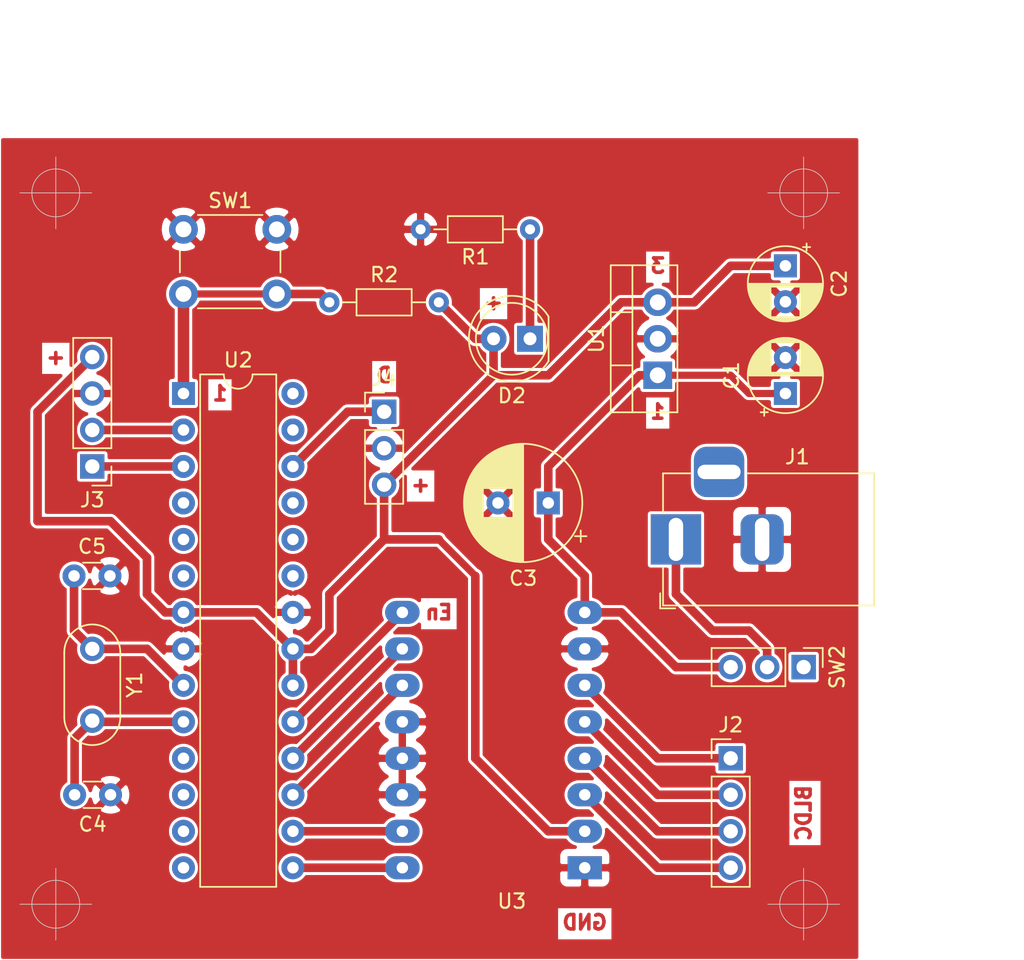
<source format=kicad_pcb>
(kicad_pcb (version 20171130) (host pcbnew "(5.1.6-0)")

  (general
    (thickness 1.6)
    (drawings 20)
    (tracks 81)
    (zones 0)
    (modules 18)
    (nets 34)
  )

  (page A4)
  (title_block
    (title "PID controler sur balancier")
    (date 2020-12-30)
  )

  (layers
    (0 F.Cu signal)
    (31 B.Cu signal)
    (32 B.Adhes user hide)
    (33 F.Adhes user hide)
    (34 B.Paste user hide)
    (35 F.Paste user hide)
    (36 B.SilkS user hide)
    (37 F.SilkS user hide)
    (38 B.Mask user hide)
    (39 F.Mask user hide)
    (40 Dwgs.User user)
    (41 Cmts.User user hide)
    (42 Eco1.User user hide)
    (43 Eco2.User user hide)
    (44 Edge.Cuts user hide)
    (45 Margin user hide)
    (46 B.CrtYd user)
    (47 F.CrtYd user)
    (48 B.Fab user hide)
    (49 F.Fab user)
  )

  (setup
    (last_trace_width 0.6)
    (trace_clearance 0.1)
    (zone_clearance 0.208)
    (zone_45_only no)
    (trace_min 0.2)
    (via_size 0.8)
    (via_drill 0.4)
    (via_min_size 0.4)
    (via_min_drill 0.3)
    (uvia_size 0.3)
    (uvia_drill 0.1)
    (uvias_allowed no)
    (uvia_min_size 0.2)
    (uvia_min_drill 0.1)
    (edge_width 0.05)
    (segment_width 0.2)
    (pcb_text_width 0.3)
    (pcb_text_size 1.5 1.5)
    (mod_edge_width 0.12)
    (mod_text_size 1 1)
    (mod_text_width 0.15)
    (pad_size 1.524 1.524)
    (pad_drill 0.762)
    (pad_to_mask_clearance 0.05)
    (aux_axis_origin 171.45 137.16)
    (visible_elements FFFFFF7F)
    (pcbplotparams
      (layerselection 0x00000_7fffffff)
      (usegerberextensions false)
      (usegerberattributes true)
      (usegerberadvancedattributes false)
      (creategerberjobfile false)
      (excludeedgelayer true)
      (linewidth 0.100000)
      (plotframeref false)
      (viasonmask false)
      (mode 1)
      (useauxorigin true)
      (hpglpennumber 1)
      (hpglpenspeed 20)
      (hpglpendiameter 15.000000)
      (psnegative false)
      (psa4output false)
      (plotreference true)
      (plotvalue true)
      (plotinvisibletext false)
      (padsonsilk false)
      (subtractmaskfromsilk false)
      (outputformat 1)
      (mirror false)
      (drillshape 0)
      (scaleselection 1)
      (outputdirectory ""))
  )

  (net 0 "")
  (net 1 GND)
  (net 2 +12V)
  (net 3 +5V)
  (net 4 "Net-(C4-Pad2)")
  (net 5 "Net-(C5-Pad1)")
  (net 6 "Net-(D2-Pad1)")
  (net 7 "Net-(J2-Pad4)")
  (net 8 "Net-(J2-Pad3)")
  (net 9 "Net-(J2-Pad2)")
  (net 10 "Net-(J2-Pad1)")
  (net 11 TX)
  (net 12 RX)
  (net 13 DATA)
  (net 14 RESET)
  (net 15 "Net-(U2-Pad28)")
  (net 16 "Net-(U2-Pad14)")
  (net 17 "Net-(U2-Pad27)")
  (net 18 "Net-(U2-Pad13)")
  (net 19 "Net-(U2-Pad12)")
  (net 20 "Net-(U2-Pad25)")
  (net 21 "Net-(U2-Pad11)")
  (net 22 "Net-(U2-Pad24)")
  (net 23 "Net-(U2-Pad23)")
  (net 24 "Net-(U2-Pad6)")
  (net 25 "Net-(U2-Pad19)")
  (net 26 "Net-(U2-Pad5)")
  (net 27 "Net-(U2-Pad18)")
  (net 28 "Net-(U2-Pad4)")
  (net 29 "Net-(U2-Pad17)")
  (net 30 "Net-(U2-Pad16)")
  (net 31 "Net-(U2-Pad15)")
  (net 32 "Net-(J1-Pad1)")
  (net 33 "Net-(SW2-Pad1)")

  (net_class Default "This is the default net class."
    (clearance 0.1)
    (trace_width 0.6)
    (via_dia 0.8)
    (via_drill 0.4)
    (uvia_dia 0.3)
    (uvia_drill 0.1)
    (add_net +12V)
    (add_net +5V)
    (add_net DATA)
    (add_net GND)
    (add_net "Net-(C4-Pad2)")
    (add_net "Net-(C5-Pad1)")
    (add_net "Net-(D2-Pad1)")
    (add_net "Net-(J1-Pad1)")
    (add_net "Net-(J2-Pad1)")
    (add_net "Net-(J2-Pad2)")
    (add_net "Net-(J2-Pad3)")
    (add_net "Net-(J2-Pad4)")
    (add_net "Net-(SW2-Pad1)")
    (add_net "Net-(U2-Pad11)")
    (add_net "Net-(U2-Pad12)")
    (add_net "Net-(U2-Pad13)")
    (add_net "Net-(U2-Pad14)")
    (add_net "Net-(U2-Pad15)")
    (add_net "Net-(U2-Pad16)")
    (add_net "Net-(U2-Pad17)")
    (add_net "Net-(U2-Pad18)")
    (add_net "Net-(U2-Pad19)")
    (add_net "Net-(U2-Pad23)")
    (add_net "Net-(U2-Pad24)")
    (add_net "Net-(U2-Pad25)")
    (add_net "Net-(U2-Pad27)")
    (add_net "Net-(U2-Pad28)")
    (add_net "Net-(U2-Pad4)")
    (add_net "Net-(U2-Pad5)")
    (add_net "Net-(U2-Pad6)")
    (add_net RESET)
    (add_net RX)
    (add_net TX)
  )

  (module Capacitor_THT:CP_Radial_D5.0mm_P2.50mm (layer F.Cu) (tedit 5AE50EF0) (tstamp 5FF3DA3D)
    (at 226.06 88.9 270)
    (descr "CP, Radial series, Radial, pin pitch=2.50mm, , diameter=5mm, Electrolytic Capacitor")
    (tags "CP Radial series Radial pin pitch 2.50mm  diameter 5mm Electrolytic Capacitor")
    (path /5FEB9C2E)
    (fp_text reference C2 (at 1.25 -3.75 90) (layer F.SilkS)
      (effects (font (size 1 1) (thickness 0.15)))
    )
    (fp_text value 0.1uF (at 1.25 -3.81 90) (layer F.Fab)
      (effects (font (size 1 1) (thickness 0.15)))
    )
    (fp_circle (center 1.25 0) (end 3.75 0) (layer F.Fab) (width 0.1))
    (fp_circle (center 1.25 0) (end 3.87 0) (layer F.SilkS) (width 0.12))
    (fp_circle (center 1.25 0) (end 4 0) (layer F.CrtYd) (width 0.05))
    (fp_line (start -0.883605 -1.0875) (end -0.383605 -1.0875) (layer F.Fab) (width 0.1))
    (fp_line (start -0.633605 -1.3375) (end -0.633605 -0.8375) (layer F.Fab) (width 0.1))
    (fp_line (start 1.25 -2.58) (end 1.25 2.58) (layer F.SilkS) (width 0.12))
    (fp_line (start 1.29 -2.58) (end 1.29 2.58) (layer F.SilkS) (width 0.12))
    (fp_line (start 1.33 -2.579) (end 1.33 2.579) (layer F.SilkS) (width 0.12))
    (fp_line (start 1.37 -2.578) (end 1.37 2.578) (layer F.SilkS) (width 0.12))
    (fp_line (start 1.41 -2.576) (end 1.41 2.576) (layer F.SilkS) (width 0.12))
    (fp_line (start 1.45 -2.573) (end 1.45 2.573) (layer F.SilkS) (width 0.12))
    (fp_line (start 1.49 -2.569) (end 1.49 -1.04) (layer F.SilkS) (width 0.12))
    (fp_line (start 1.49 1.04) (end 1.49 2.569) (layer F.SilkS) (width 0.12))
    (fp_line (start 1.53 -2.565) (end 1.53 -1.04) (layer F.SilkS) (width 0.12))
    (fp_line (start 1.53 1.04) (end 1.53 2.565) (layer F.SilkS) (width 0.12))
    (fp_line (start 1.57 -2.561) (end 1.57 -1.04) (layer F.SilkS) (width 0.12))
    (fp_line (start 1.57 1.04) (end 1.57 2.561) (layer F.SilkS) (width 0.12))
    (fp_line (start 1.61 -2.556) (end 1.61 -1.04) (layer F.SilkS) (width 0.12))
    (fp_line (start 1.61 1.04) (end 1.61 2.556) (layer F.SilkS) (width 0.12))
    (fp_line (start 1.65 -2.55) (end 1.65 -1.04) (layer F.SilkS) (width 0.12))
    (fp_line (start 1.65 1.04) (end 1.65 2.55) (layer F.SilkS) (width 0.12))
    (fp_line (start 1.69 -2.543) (end 1.69 -1.04) (layer F.SilkS) (width 0.12))
    (fp_line (start 1.69 1.04) (end 1.69 2.543) (layer F.SilkS) (width 0.12))
    (fp_line (start 1.73 -2.536) (end 1.73 -1.04) (layer F.SilkS) (width 0.12))
    (fp_line (start 1.73 1.04) (end 1.73 2.536) (layer F.SilkS) (width 0.12))
    (fp_line (start 1.77 -2.528) (end 1.77 -1.04) (layer F.SilkS) (width 0.12))
    (fp_line (start 1.77 1.04) (end 1.77 2.528) (layer F.SilkS) (width 0.12))
    (fp_line (start 1.81 -2.52) (end 1.81 -1.04) (layer F.SilkS) (width 0.12))
    (fp_line (start 1.81 1.04) (end 1.81 2.52) (layer F.SilkS) (width 0.12))
    (fp_line (start 1.85 -2.511) (end 1.85 -1.04) (layer F.SilkS) (width 0.12))
    (fp_line (start 1.85 1.04) (end 1.85 2.511) (layer F.SilkS) (width 0.12))
    (fp_line (start 1.89 -2.501) (end 1.89 -1.04) (layer F.SilkS) (width 0.12))
    (fp_line (start 1.89 1.04) (end 1.89 2.501) (layer F.SilkS) (width 0.12))
    (fp_line (start 1.93 -2.491) (end 1.93 -1.04) (layer F.SilkS) (width 0.12))
    (fp_line (start 1.93 1.04) (end 1.93 2.491) (layer F.SilkS) (width 0.12))
    (fp_line (start 1.971 -2.48) (end 1.971 -1.04) (layer F.SilkS) (width 0.12))
    (fp_line (start 1.971 1.04) (end 1.971 2.48) (layer F.SilkS) (width 0.12))
    (fp_line (start 2.011 -2.468) (end 2.011 -1.04) (layer F.SilkS) (width 0.12))
    (fp_line (start 2.011 1.04) (end 2.011 2.468) (layer F.SilkS) (width 0.12))
    (fp_line (start 2.051 -2.455) (end 2.051 -1.04) (layer F.SilkS) (width 0.12))
    (fp_line (start 2.051 1.04) (end 2.051 2.455) (layer F.SilkS) (width 0.12))
    (fp_line (start 2.091 -2.442) (end 2.091 -1.04) (layer F.SilkS) (width 0.12))
    (fp_line (start 2.091 1.04) (end 2.091 2.442) (layer F.SilkS) (width 0.12))
    (fp_line (start 2.131 -2.428) (end 2.131 -1.04) (layer F.SilkS) (width 0.12))
    (fp_line (start 2.131 1.04) (end 2.131 2.428) (layer F.SilkS) (width 0.12))
    (fp_line (start 2.171 -2.414) (end 2.171 -1.04) (layer F.SilkS) (width 0.12))
    (fp_line (start 2.171 1.04) (end 2.171 2.414) (layer F.SilkS) (width 0.12))
    (fp_line (start 2.211 -2.398) (end 2.211 -1.04) (layer F.SilkS) (width 0.12))
    (fp_line (start 2.211 1.04) (end 2.211 2.398) (layer F.SilkS) (width 0.12))
    (fp_line (start 2.251 -2.382) (end 2.251 -1.04) (layer F.SilkS) (width 0.12))
    (fp_line (start 2.251 1.04) (end 2.251 2.382) (layer F.SilkS) (width 0.12))
    (fp_line (start 2.291 -2.365) (end 2.291 -1.04) (layer F.SilkS) (width 0.12))
    (fp_line (start 2.291 1.04) (end 2.291 2.365) (layer F.SilkS) (width 0.12))
    (fp_line (start 2.331 -2.348) (end 2.331 -1.04) (layer F.SilkS) (width 0.12))
    (fp_line (start 2.331 1.04) (end 2.331 2.348) (layer F.SilkS) (width 0.12))
    (fp_line (start 2.371 -2.329) (end 2.371 -1.04) (layer F.SilkS) (width 0.12))
    (fp_line (start 2.371 1.04) (end 2.371 2.329) (layer F.SilkS) (width 0.12))
    (fp_line (start 2.411 -2.31) (end 2.411 -1.04) (layer F.SilkS) (width 0.12))
    (fp_line (start 2.411 1.04) (end 2.411 2.31) (layer F.SilkS) (width 0.12))
    (fp_line (start 2.451 -2.29) (end 2.451 -1.04) (layer F.SilkS) (width 0.12))
    (fp_line (start 2.451 1.04) (end 2.451 2.29) (layer F.SilkS) (width 0.12))
    (fp_line (start 2.491 -2.268) (end 2.491 -1.04) (layer F.SilkS) (width 0.12))
    (fp_line (start 2.491 1.04) (end 2.491 2.268) (layer F.SilkS) (width 0.12))
    (fp_line (start 2.531 -2.247) (end 2.531 -1.04) (layer F.SilkS) (width 0.12))
    (fp_line (start 2.531 1.04) (end 2.531 2.247) (layer F.SilkS) (width 0.12))
    (fp_line (start 2.571 -2.224) (end 2.571 -1.04) (layer F.SilkS) (width 0.12))
    (fp_line (start 2.571 1.04) (end 2.571 2.224) (layer F.SilkS) (width 0.12))
    (fp_line (start 2.611 -2.2) (end 2.611 -1.04) (layer F.SilkS) (width 0.12))
    (fp_line (start 2.611 1.04) (end 2.611 2.2) (layer F.SilkS) (width 0.12))
    (fp_line (start 2.651 -2.175) (end 2.651 -1.04) (layer F.SilkS) (width 0.12))
    (fp_line (start 2.651 1.04) (end 2.651 2.175) (layer F.SilkS) (width 0.12))
    (fp_line (start 2.691 -2.149) (end 2.691 -1.04) (layer F.SilkS) (width 0.12))
    (fp_line (start 2.691 1.04) (end 2.691 2.149) (layer F.SilkS) (width 0.12))
    (fp_line (start 2.731 -2.122) (end 2.731 -1.04) (layer F.SilkS) (width 0.12))
    (fp_line (start 2.731 1.04) (end 2.731 2.122) (layer F.SilkS) (width 0.12))
    (fp_line (start 2.771 -2.095) (end 2.771 -1.04) (layer F.SilkS) (width 0.12))
    (fp_line (start 2.771 1.04) (end 2.771 2.095) (layer F.SilkS) (width 0.12))
    (fp_line (start 2.811 -2.065) (end 2.811 -1.04) (layer F.SilkS) (width 0.12))
    (fp_line (start 2.811 1.04) (end 2.811 2.065) (layer F.SilkS) (width 0.12))
    (fp_line (start 2.851 -2.035) (end 2.851 -1.04) (layer F.SilkS) (width 0.12))
    (fp_line (start 2.851 1.04) (end 2.851 2.035) (layer F.SilkS) (width 0.12))
    (fp_line (start 2.891 -2.004) (end 2.891 -1.04) (layer F.SilkS) (width 0.12))
    (fp_line (start 2.891 1.04) (end 2.891 2.004) (layer F.SilkS) (width 0.12))
    (fp_line (start 2.931 -1.971) (end 2.931 -1.04) (layer F.SilkS) (width 0.12))
    (fp_line (start 2.931 1.04) (end 2.931 1.971) (layer F.SilkS) (width 0.12))
    (fp_line (start 2.971 -1.937) (end 2.971 -1.04) (layer F.SilkS) (width 0.12))
    (fp_line (start 2.971 1.04) (end 2.971 1.937) (layer F.SilkS) (width 0.12))
    (fp_line (start 3.011 -1.901) (end 3.011 -1.04) (layer F.SilkS) (width 0.12))
    (fp_line (start 3.011 1.04) (end 3.011 1.901) (layer F.SilkS) (width 0.12))
    (fp_line (start 3.051 -1.864) (end 3.051 -1.04) (layer F.SilkS) (width 0.12))
    (fp_line (start 3.051 1.04) (end 3.051 1.864) (layer F.SilkS) (width 0.12))
    (fp_line (start 3.091 -1.826) (end 3.091 -1.04) (layer F.SilkS) (width 0.12))
    (fp_line (start 3.091 1.04) (end 3.091 1.826) (layer F.SilkS) (width 0.12))
    (fp_line (start 3.131 -1.785) (end 3.131 -1.04) (layer F.SilkS) (width 0.12))
    (fp_line (start 3.131 1.04) (end 3.131 1.785) (layer F.SilkS) (width 0.12))
    (fp_line (start 3.171 -1.743) (end 3.171 -1.04) (layer F.SilkS) (width 0.12))
    (fp_line (start 3.171 1.04) (end 3.171 1.743) (layer F.SilkS) (width 0.12))
    (fp_line (start 3.211 -1.699) (end 3.211 -1.04) (layer F.SilkS) (width 0.12))
    (fp_line (start 3.211 1.04) (end 3.211 1.699) (layer F.SilkS) (width 0.12))
    (fp_line (start 3.251 -1.653) (end 3.251 -1.04) (layer F.SilkS) (width 0.12))
    (fp_line (start 3.251 1.04) (end 3.251 1.653) (layer F.SilkS) (width 0.12))
    (fp_line (start 3.291 -1.605) (end 3.291 -1.04) (layer F.SilkS) (width 0.12))
    (fp_line (start 3.291 1.04) (end 3.291 1.605) (layer F.SilkS) (width 0.12))
    (fp_line (start 3.331 -1.554) (end 3.331 -1.04) (layer F.SilkS) (width 0.12))
    (fp_line (start 3.331 1.04) (end 3.331 1.554) (layer F.SilkS) (width 0.12))
    (fp_line (start 3.371 -1.5) (end 3.371 -1.04) (layer F.SilkS) (width 0.12))
    (fp_line (start 3.371 1.04) (end 3.371 1.5) (layer F.SilkS) (width 0.12))
    (fp_line (start 3.411 -1.443) (end 3.411 -1.04) (layer F.SilkS) (width 0.12))
    (fp_line (start 3.411 1.04) (end 3.411 1.443) (layer F.SilkS) (width 0.12))
    (fp_line (start 3.451 -1.383) (end 3.451 -1.04) (layer F.SilkS) (width 0.12))
    (fp_line (start 3.451 1.04) (end 3.451 1.383) (layer F.SilkS) (width 0.12))
    (fp_line (start 3.491 -1.319) (end 3.491 -1.04) (layer F.SilkS) (width 0.12))
    (fp_line (start 3.491 1.04) (end 3.491 1.319) (layer F.SilkS) (width 0.12))
    (fp_line (start 3.531 -1.251) (end 3.531 -1.04) (layer F.SilkS) (width 0.12))
    (fp_line (start 3.531 1.04) (end 3.531 1.251) (layer F.SilkS) (width 0.12))
    (fp_line (start 3.571 -1.178) (end 3.571 1.178) (layer F.SilkS) (width 0.12))
    (fp_line (start 3.611 -1.098) (end 3.611 1.098) (layer F.SilkS) (width 0.12))
    (fp_line (start 3.651 -1.011) (end 3.651 1.011) (layer F.SilkS) (width 0.12))
    (fp_line (start 3.691 -0.915) (end 3.691 0.915) (layer F.SilkS) (width 0.12))
    (fp_line (start 3.731 -0.805) (end 3.731 0.805) (layer F.SilkS) (width 0.12))
    (fp_line (start 3.771 -0.677) (end 3.771 0.677) (layer F.SilkS) (width 0.12))
    (fp_line (start 3.811 -0.518) (end 3.811 0.518) (layer F.SilkS) (width 0.12))
    (fp_line (start 3.851 -0.284) (end 3.851 0.284) (layer F.SilkS) (width 0.12))
    (fp_line (start -1.554775 -1.475) (end -1.054775 -1.475) (layer F.SilkS) (width 0.12))
    (fp_line (start -1.304775 -1.725) (end -1.304775 -1.225) (layer F.SilkS) (width 0.12))
    (fp_text user %R (at 1.25 0 90) (layer F.Fab)
      (effects (font (size 1 1) (thickness 0.15)))
    )
    (pad 2 thru_hole circle (at 2.5 0 270) (size 1.6 1.6) (drill 0.8) (layers *.Cu *.Mask)
      (net 1 GND))
    (pad 1 thru_hole rect (at 0 0 270) (size 1.6 1.6) (drill 0.8) (layers *.Cu *.Mask)
      (net 3 +5V))
    (model ${KISYS3DMOD}/Capacitor_THT.3dshapes/CP_Radial_D5.0mm_P2.50mm.wrl
      (at (xyz 0 0 0))
      (scale (xyz 1 1 1))
      (rotate (xyz 0 0 0))
    )
  )

  (module Capacitor_THT:CP_Radial_D5.0mm_P2.50mm (layer F.Cu) (tedit 5AE50EF0) (tstamp 5FF3D9B9)
    (at 226.06 97.79 90)
    (descr "CP, Radial series, Radial, pin pitch=2.50mm, , diameter=5mm, Electrolytic Capacitor")
    (tags "CP Radial series Radial pin pitch 2.50mm  diameter 5mm Electrolytic Capacitor")
    (path /5FEB8B88)
    (fp_text reference C1 (at 1.25 -3.75 90) (layer F.SilkS)
      (effects (font (size 1 1) (thickness 0.15)))
    )
    (fp_text value 220uF (at 1.25 3.75 90) (layer F.Fab)
      (effects (font (size 1 1) (thickness 0.15)))
    )
    (fp_circle (center 1.25 0) (end 3.75 0) (layer F.Fab) (width 0.1))
    (fp_circle (center 1.25 0) (end 3.87 0) (layer F.SilkS) (width 0.12))
    (fp_circle (center 1.25 0) (end 4 0) (layer F.CrtYd) (width 0.05))
    (fp_line (start -0.883605 -1.0875) (end -0.383605 -1.0875) (layer F.Fab) (width 0.1))
    (fp_line (start -0.633605 -1.3375) (end -0.633605 -0.8375) (layer F.Fab) (width 0.1))
    (fp_line (start 1.25 -2.58) (end 1.25 2.58) (layer F.SilkS) (width 0.12))
    (fp_line (start 1.29 -2.58) (end 1.29 2.58) (layer F.SilkS) (width 0.12))
    (fp_line (start 1.33 -2.579) (end 1.33 2.579) (layer F.SilkS) (width 0.12))
    (fp_line (start 1.37 -2.578) (end 1.37 2.578) (layer F.SilkS) (width 0.12))
    (fp_line (start 1.41 -2.576) (end 1.41 2.576) (layer F.SilkS) (width 0.12))
    (fp_line (start 1.45 -2.573) (end 1.45 2.573) (layer F.SilkS) (width 0.12))
    (fp_line (start 1.49 -2.569) (end 1.49 -1.04) (layer F.SilkS) (width 0.12))
    (fp_line (start 1.49 1.04) (end 1.49 2.569) (layer F.SilkS) (width 0.12))
    (fp_line (start 1.53 -2.565) (end 1.53 -1.04) (layer F.SilkS) (width 0.12))
    (fp_line (start 1.53 1.04) (end 1.53 2.565) (layer F.SilkS) (width 0.12))
    (fp_line (start 1.57 -2.561) (end 1.57 -1.04) (layer F.SilkS) (width 0.12))
    (fp_line (start 1.57 1.04) (end 1.57 2.561) (layer F.SilkS) (width 0.12))
    (fp_line (start 1.61 -2.556) (end 1.61 -1.04) (layer F.SilkS) (width 0.12))
    (fp_line (start 1.61 1.04) (end 1.61 2.556) (layer F.SilkS) (width 0.12))
    (fp_line (start 1.65 -2.55) (end 1.65 -1.04) (layer F.SilkS) (width 0.12))
    (fp_line (start 1.65 1.04) (end 1.65 2.55) (layer F.SilkS) (width 0.12))
    (fp_line (start 1.69 -2.543) (end 1.69 -1.04) (layer F.SilkS) (width 0.12))
    (fp_line (start 1.69 1.04) (end 1.69 2.543) (layer F.SilkS) (width 0.12))
    (fp_line (start 1.73 -2.536) (end 1.73 -1.04) (layer F.SilkS) (width 0.12))
    (fp_line (start 1.73 1.04) (end 1.73 2.536) (layer F.SilkS) (width 0.12))
    (fp_line (start 1.77 -2.528) (end 1.77 -1.04) (layer F.SilkS) (width 0.12))
    (fp_line (start 1.77 1.04) (end 1.77 2.528) (layer F.SilkS) (width 0.12))
    (fp_line (start 1.81 -2.52) (end 1.81 -1.04) (layer F.SilkS) (width 0.12))
    (fp_line (start 1.81 1.04) (end 1.81 2.52) (layer F.SilkS) (width 0.12))
    (fp_line (start 1.85 -2.511) (end 1.85 -1.04) (layer F.SilkS) (width 0.12))
    (fp_line (start 1.85 1.04) (end 1.85 2.511) (layer F.SilkS) (width 0.12))
    (fp_line (start 1.89 -2.501) (end 1.89 -1.04) (layer F.SilkS) (width 0.12))
    (fp_line (start 1.89 1.04) (end 1.89 2.501) (layer F.SilkS) (width 0.12))
    (fp_line (start 1.93 -2.491) (end 1.93 -1.04) (layer F.SilkS) (width 0.12))
    (fp_line (start 1.93 1.04) (end 1.93 2.491) (layer F.SilkS) (width 0.12))
    (fp_line (start 1.971 -2.48) (end 1.971 -1.04) (layer F.SilkS) (width 0.12))
    (fp_line (start 1.971 1.04) (end 1.971 2.48) (layer F.SilkS) (width 0.12))
    (fp_line (start 2.011 -2.468) (end 2.011 -1.04) (layer F.SilkS) (width 0.12))
    (fp_line (start 2.011 1.04) (end 2.011 2.468) (layer F.SilkS) (width 0.12))
    (fp_line (start 2.051 -2.455) (end 2.051 -1.04) (layer F.SilkS) (width 0.12))
    (fp_line (start 2.051 1.04) (end 2.051 2.455) (layer F.SilkS) (width 0.12))
    (fp_line (start 2.091 -2.442) (end 2.091 -1.04) (layer F.SilkS) (width 0.12))
    (fp_line (start 2.091 1.04) (end 2.091 2.442) (layer F.SilkS) (width 0.12))
    (fp_line (start 2.131 -2.428) (end 2.131 -1.04) (layer F.SilkS) (width 0.12))
    (fp_line (start 2.131 1.04) (end 2.131 2.428) (layer F.SilkS) (width 0.12))
    (fp_line (start 2.171 -2.414) (end 2.171 -1.04) (layer F.SilkS) (width 0.12))
    (fp_line (start 2.171 1.04) (end 2.171 2.414) (layer F.SilkS) (width 0.12))
    (fp_line (start 2.211 -2.398) (end 2.211 -1.04) (layer F.SilkS) (width 0.12))
    (fp_line (start 2.211 1.04) (end 2.211 2.398) (layer F.SilkS) (width 0.12))
    (fp_line (start 2.251 -2.382) (end 2.251 -1.04) (layer F.SilkS) (width 0.12))
    (fp_line (start 2.251 1.04) (end 2.251 2.382) (layer F.SilkS) (width 0.12))
    (fp_line (start 2.291 -2.365) (end 2.291 -1.04) (layer F.SilkS) (width 0.12))
    (fp_line (start 2.291 1.04) (end 2.291 2.365) (layer F.SilkS) (width 0.12))
    (fp_line (start 2.331 -2.348) (end 2.331 -1.04) (layer F.SilkS) (width 0.12))
    (fp_line (start 2.331 1.04) (end 2.331 2.348) (layer F.SilkS) (width 0.12))
    (fp_line (start 2.371 -2.329) (end 2.371 -1.04) (layer F.SilkS) (width 0.12))
    (fp_line (start 2.371 1.04) (end 2.371 2.329) (layer F.SilkS) (width 0.12))
    (fp_line (start 2.411 -2.31) (end 2.411 -1.04) (layer F.SilkS) (width 0.12))
    (fp_line (start 2.411 1.04) (end 2.411 2.31) (layer F.SilkS) (width 0.12))
    (fp_line (start 2.451 -2.29) (end 2.451 -1.04) (layer F.SilkS) (width 0.12))
    (fp_line (start 2.451 1.04) (end 2.451 2.29) (layer F.SilkS) (width 0.12))
    (fp_line (start 2.491 -2.268) (end 2.491 -1.04) (layer F.SilkS) (width 0.12))
    (fp_line (start 2.491 1.04) (end 2.491 2.268) (layer F.SilkS) (width 0.12))
    (fp_line (start 2.531 -2.247) (end 2.531 -1.04) (layer F.SilkS) (width 0.12))
    (fp_line (start 2.531 1.04) (end 2.531 2.247) (layer F.SilkS) (width 0.12))
    (fp_line (start 2.571 -2.224) (end 2.571 -1.04) (layer F.SilkS) (width 0.12))
    (fp_line (start 2.571 1.04) (end 2.571 2.224) (layer F.SilkS) (width 0.12))
    (fp_line (start 2.611 -2.2) (end 2.611 -1.04) (layer F.SilkS) (width 0.12))
    (fp_line (start 2.611 1.04) (end 2.611 2.2) (layer F.SilkS) (width 0.12))
    (fp_line (start 2.651 -2.175) (end 2.651 -1.04) (layer F.SilkS) (width 0.12))
    (fp_line (start 2.651 1.04) (end 2.651 2.175) (layer F.SilkS) (width 0.12))
    (fp_line (start 2.691 -2.149) (end 2.691 -1.04) (layer F.SilkS) (width 0.12))
    (fp_line (start 2.691 1.04) (end 2.691 2.149) (layer F.SilkS) (width 0.12))
    (fp_line (start 2.731 -2.122) (end 2.731 -1.04) (layer F.SilkS) (width 0.12))
    (fp_line (start 2.731 1.04) (end 2.731 2.122) (layer F.SilkS) (width 0.12))
    (fp_line (start 2.771 -2.095) (end 2.771 -1.04) (layer F.SilkS) (width 0.12))
    (fp_line (start 2.771 1.04) (end 2.771 2.095) (layer F.SilkS) (width 0.12))
    (fp_line (start 2.811 -2.065) (end 2.811 -1.04) (layer F.SilkS) (width 0.12))
    (fp_line (start 2.811 1.04) (end 2.811 2.065) (layer F.SilkS) (width 0.12))
    (fp_line (start 2.851 -2.035) (end 2.851 -1.04) (layer F.SilkS) (width 0.12))
    (fp_line (start 2.851 1.04) (end 2.851 2.035) (layer F.SilkS) (width 0.12))
    (fp_line (start 2.891 -2.004) (end 2.891 -1.04) (layer F.SilkS) (width 0.12))
    (fp_line (start 2.891 1.04) (end 2.891 2.004) (layer F.SilkS) (width 0.12))
    (fp_line (start 2.931 -1.971) (end 2.931 -1.04) (layer F.SilkS) (width 0.12))
    (fp_line (start 2.931 1.04) (end 2.931 1.971) (layer F.SilkS) (width 0.12))
    (fp_line (start 2.971 -1.937) (end 2.971 -1.04) (layer F.SilkS) (width 0.12))
    (fp_line (start 2.971 1.04) (end 2.971 1.937) (layer F.SilkS) (width 0.12))
    (fp_line (start 3.011 -1.901) (end 3.011 -1.04) (layer F.SilkS) (width 0.12))
    (fp_line (start 3.011 1.04) (end 3.011 1.901) (layer F.SilkS) (width 0.12))
    (fp_line (start 3.051 -1.864) (end 3.051 -1.04) (layer F.SilkS) (width 0.12))
    (fp_line (start 3.051 1.04) (end 3.051 1.864) (layer F.SilkS) (width 0.12))
    (fp_line (start 3.091 -1.826) (end 3.091 -1.04) (layer F.SilkS) (width 0.12))
    (fp_line (start 3.091 1.04) (end 3.091 1.826) (layer F.SilkS) (width 0.12))
    (fp_line (start 3.131 -1.785) (end 3.131 -1.04) (layer F.SilkS) (width 0.12))
    (fp_line (start 3.131 1.04) (end 3.131 1.785) (layer F.SilkS) (width 0.12))
    (fp_line (start 3.171 -1.743) (end 3.171 -1.04) (layer F.SilkS) (width 0.12))
    (fp_line (start 3.171 1.04) (end 3.171 1.743) (layer F.SilkS) (width 0.12))
    (fp_line (start 3.211 -1.699) (end 3.211 -1.04) (layer F.SilkS) (width 0.12))
    (fp_line (start 3.211 1.04) (end 3.211 1.699) (layer F.SilkS) (width 0.12))
    (fp_line (start 3.251 -1.653) (end 3.251 -1.04) (layer F.SilkS) (width 0.12))
    (fp_line (start 3.251 1.04) (end 3.251 1.653) (layer F.SilkS) (width 0.12))
    (fp_line (start 3.291 -1.605) (end 3.291 -1.04) (layer F.SilkS) (width 0.12))
    (fp_line (start 3.291 1.04) (end 3.291 1.605) (layer F.SilkS) (width 0.12))
    (fp_line (start 3.331 -1.554) (end 3.331 -1.04) (layer F.SilkS) (width 0.12))
    (fp_line (start 3.331 1.04) (end 3.331 1.554) (layer F.SilkS) (width 0.12))
    (fp_line (start 3.371 -1.5) (end 3.371 -1.04) (layer F.SilkS) (width 0.12))
    (fp_line (start 3.371 1.04) (end 3.371 1.5) (layer F.SilkS) (width 0.12))
    (fp_line (start 3.411 -1.443) (end 3.411 -1.04) (layer F.SilkS) (width 0.12))
    (fp_line (start 3.411 1.04) (end 3.411 1.443) (layer F.SilkS) (width 0.12))
    (fp_line (start 3.451 -1.383) (end 3.451 -1.04) (layer F.SilkS) (width 0.12))
    (fp_line (start 3.451 1.04) (end 3.451 1.383) (layer F.SilkS) (width 0.12))
    (fp_line (start 3.491 -1.319) (end 3.491 -1.04) (layer F.SilkS) (width 0.12))
    (fp_line (start 3.491 1.04) (end 3.491 1.319) (layer F.SilkS) (width 0.12))
    (fp_line (start 3.531 -1.251) (end 3.531 -1.04) (layer F.SilkS) (width 0.12))
    (fp_line (start 3.531 1.04) (end 3.531 1.251) (layer F.SilkS) (width 0.12))
    (fp_line (start 3.571 -1.178) (end 3.571 1.178) (layer F.SilkS) (width 0.12))
    (fp_line (start 3.611 -1.098) (end 3.611 1.098) (layer F.SilkS) (width 0.12))
    (fp_line (start 3.651 -1.011) (end 3.651 1.011) (layer F.SilkS) (width 0.12))
    (fp_line (start 3.691 -0.915) (end 3.691 0.915) (layer F.SilkS) (width 0.12))
    (fp_line (start 3.731 -0.805) (end 3.731 0.805) (layer F.SilkS) (width 0.12))
    (fp_line (start 3.771 -0.677) (end 3.771 0.677) (layer F.SilkS) (width 0.12))
    (fp_line (start 3.811 -0.518) (end 3.811 0.518) (layer F.SilkS) (width 0.12))
    (fp_line (start 3.851 -0.284) (end 3.851 0.284) (layer F.SilkS) (width 0.12))
    (fp_line (start -1.554775 -1.475) (end -1.054775 -1.475) (layer F.SilkS) (width 0.12))
    (fp_line (start -1.304775 -1.725) (end -1.304775 -1.225) (layer F.SilkS) (width 0.12))
    (fp_text user %R (at 1.25 0 90) (layer F.Fab)
      (effects (font (size 1 1) (thickness 0.15)))
    )
    (pad 2 thru_hole circle (at 2.5 0 90) (size 1.6 1.6) (drill 0.8) (layers *.Cu *.Mask)
      (net 1 GND))
    (pad 1 thru_hole rect (at 0 0 90) (size 1.6 1.6) (drill 0.8) (layers *.Cu *.Mask)
      (net 2 +12V))
    (model ${KISYS3DMOD}/Capacitor_THT.3dshapes/CP_Radial_D5.0mm_P2.50mm.wrl
      (at (xyz 0 0 0))
      (scale (xyz 1 1 1))
      (rotate (xyz 0 0 0))
    )
  )

  (module Connector_PinHeader_2.54mm:PinHeader_1x03_P2.54mm_Vertical (layer F.Cu) (tedit 59FED5CC) (tstamp 5FF39470)
    (at 227.33 116.84 270)
    (descr "Through hole straight pin header, 1x03, 2.54mm pitch, single row")
    (tags "Through hole pin header THT 1x03 2.54mm single row")
    (path /5FF4787D)
    (fp_text reference SW2 (at 0 -2.33 90) (layer F.SilkS)
      (effects (font (size 1 1) (thickness 0.15)))
    )
    (fp_text value SW_DPDT_x2 (at 0 7.41 90) (layer F.Fab)
      (effects (font (size 1 1) (thickness 0.15)))
    )
    (fp_line (start 1.8 -1.8) (end -1.8 -1.8) (layer F.CrtYd) (width 0.05))
    (fp_line (start 1.8 6.85) (end 1.8 -1.8) (layer F.CrtYd) (width 0.05))
    (fp_line (start -1.8 6.85) (end 1.8 6.85) (layer F.CrtYd) (width 0.05))
    (fp_line (start -1.8 -1.8) (end -1.8 6.85) (layer F.CrtYd) (width 0.05))
    (fp_line (start -1.33 -1.33) (end 0 -1.33) (layer F.SilkS) (width 0.12))
    (fp_line (start -1.33 0) (end -1.33 -1.33) (layer F.SilkS) (width 0.12))
    (fp_line (start -1.33 1.27) (end 1.33 1.27) (layer F.SilkS) (width 0.12))
    (fp_line (start 1.33 1.27) (end 1.33 6.41) (layer F.SilkS) (width 0.12))
    (fp_line (start -1.33 1.27) (end -1.33 6.41) (layer F.SilkS) (width 0.12))
    (fp_line (start -1.33 6.41) (end 1.33 6.41) (layer F.SilkS) (width 0.12))
    (fp_line (start -1.27 -0.635) (end -0.635 -1.27) (layer F.Fab) (width 0.1))
    (fp_line (start -1.27 6.35) (end -1.27 -0.635) (layer F.Fab) (width 0.1))
    (fp_line (start 1.27 6.35) (end -1.27 6.35) (layer F.Fab) (width 0.1))
    (fp_line (start 1.27 -1.27) (end 1.27 6.35) (layer F.Fab) (width 0.1))
    (fp_line (start -0.635 -1.27) (end 1.27 -1.27) (layer F.Fab) (width 0.1))
    (fp_text user %R (at 0 2.54) (layer F.Fab)
      (effects (font (size 1 1) (thickness 0.15)))
    )
    (pad 3 thru_hole oval (at 0 5.08 270) (size 1.7 1.7) (drill 1) (layers *.Cu *.Mask)
      (net 2 +12V))
    (pad 2 thru_hole oval (at 0 2.54 270) (size 1.7 1.7) (drill 1) (layers *.Cu *.Mask)
      (net 32 "Net-(J1-Pad1)"))
    (pad 1 thru_hole rect (at 0 0 270) (size 1.7 1.7) (drill 1) (layers *.Cu *.Mask)
      (net 33 "Net-(SW2-Pad1)"))
    (model ${KISYS3DMOD}/Connector_PinHeader_2.54mm.3dshapes/PinHeader_1x03_P2.54mm_Vertical.wrl
      (at (xyz 0 0 0))
      (scale (xyz 1 1 1))
      (rotate (xyz 0 0 0))
    )
  )

  (module Resistor_THT:R_Axial_DIN0204_L3.6mm_D1.6mm_P7.62mm_Horizontal (layer F.Cu) (tedit 5AE5139B) (tstamp 5FF236E7)
    (at 194.31 91.44)
    (descr "Resistor, Axial_DIN0204 series, Axial, Horizontal, pin pitch=7.62mm, 0.167W, length*diameter=3.6*1.6mm^2, http://cdn-reichelt.de/documents/datenblatt/B400/1_4W%23YAG.pdf")
    (tags "Resistor Axial_DIN0204 series Axial Horizontal pin pitch 7.62mm 0.167W length 3.6mm diameter 1.6mm")
    (path /5FF13F6C)
    (fp_text reference R2 (at 3.81 -1.92) (layer F.SilkS)
      (effects (font (size 1 1) (thickness 0.15)))
    )
    (fp_text value 10k (at 3.81 1.92) (layer F.Fab)
      (effects (font (size 1 1) (thickness 0.15)))
    )
    (fp_line (start 2.01 -0.8) (end 2.01 0.8) (layer F.Fab) (width 0.1))
    (fp_line (start 2.01 0.8) (end 5.61 0.8) (layer F.Fab) (width 0.1))
    (fp_line (start 5.61 0.8) (end 5.61 -0.8) (layer F.Fab) (width 0.1))
    (fp_line (start 5.61 -0.8) (end 2.01 -0.8) (layer F.Fab) (width 0.1))
    (fp_line (start 0 0) (end 2.01 0) (layer F.Fab) (width 0.1))
    (fp_line (start 7.62 0) (end 5.61 0) (layer F.Fab) (width 0.1))
    (fp_line (start 1.89 -0.92) (end 1.89 0.92) (layer F.SilkS) (width 0.12))
    (fp_line (start 1.89 0.92) (end 5.73 0.92) (layer F.SilkS) (width 0.12))
    (fp_line (start 5.73 0.92) (end 5.73 -0.92) (layer F.SilkS) (width 0.12))
    (fp_line (start 5.73 -0.92) (end 1.89 -0.92) (layer F.SilkS) (width 0.12))
    (fp_line (start 0.94 0) (end 1.89 0) (layer F.SilkS) (width 0.12))
    (fp_line (start 6.68 0) (end 5.73 0) (layer F.SilkS) (width 0.12))
    (fp_line (start -0.95 -1.05) (end -0.95 1.05) (layer F.CrtYd) (width 0.05))
    (fp_line (start -0.95 1.05) (end 8.57 1.05) (layer F.CrtYd) (width 0.05))
    (fp_line (start 8.57 1.05) (end 8.57 -1.05) (layer F.CrtYd) (width 0.05))
    (fp_line (start 8.57 -1.05) (end -0.95 -1.05) (layer F.CrtYd) (width 0.05))
    (fp_text user %R (at 3.81 0) (layer F.Fab)
      (effects (font (size 0.72 0.72) (thickness 0.108)))
    )
    (pad 2 thru_hole oval (at 7.62 0) (size 1.4 1.4) (drill 0.7) (layers *.Cu *.Mask)
      (net 3 +5V))
    (pad 1 thru_hole circle (at 0 0) (size 1.4 1.4) (drill 0.7) (layers *.Cu *.Mask)
      (net 14 RESET))
    (model ${KISYS3DMOD}/Resistor_THT.3dshapes/R_Axial_DIN0204_L3.6mm_D1.6mm_P7.62mm_Horizontal.wrl
      (at (xyz 0 0 0))
      (scale (xyz 1 1 1))
      (rotate (xyz 0 0 0))
    )
  )

  (module Resistor_THT:R_Axial_DIN0204_L3.6mm_D1.6mm_P7.62mm_Horizontal (layer F.Cu) (tedit 5AE5139B) (tstamp 5FF22238)
    (at 208.28 86.36 180)
    (descr "Resistor, Axial_DIN0204 series, Axial, Horizontal, pin pitch=7.62mm, 0.167W, length*diameter=3.6*1.6mm^2, http://cdn-reichelt.de/documents/datenblatt/B400/1_4W%23YAG.pdf")
    (tags "Resistor Axial_DIN0204 series Axial Horizontal pin pitch 7.62mm 0.167W length 3.6mm diameter 1.6mm")
    (path /5FEC4B3C)
    (fp_text reference R1 (at 3.81 -1.92) (layer F.SilkS)
      (effects (font (size 1 1) (thickness 0.15)))
    )
    (fp_text value 330 (at 3.81 1.92) (layer F.Fab)
      (effects (font (size 1 1) (thickness 0.15)))
    )
    (fp_line (start 2.01 -0.8) (end 2.01 0.8) (layer F.Fab) (width 0.1))
    (fp_line (start 2.01 0.8) (end 5.61 0.8) (layer F.Fab) (width 0.1))
    (fp_line (start 5.61 0.8) (end 5.61 -0.8) (layer F.Fab) (width 0.1))
    (fp_line (start 5.61 -0.8) (end 2.01 -0.8) (layer F.Fab) (width 0.1))
    (fp_line (start 0 0) (end 2.01 0) (layer F.Fab) (width 0.1))
    (fp_line (start 7.62 0) (end 5.61 0) (layer F.Fab) (width 0.1))
    (fp_line (start 1.89 -0.92) (end 1.89 0.92) (layer F.SilkS) (width 0.12))
    (fp_line (start 1.89 0.92) (end 5.73 0.92) (layer F.SilkS) (width 0.12))
    (fp_line (start 5.73 0.92) (end 5.73 -0.92) (layer F.SilkS) (width 0.12))
    (fp_line (start 5.73 -0.92) (end 1.89 -0.92) (layer F.SilkS) (width 0.12))
    (fp_line (start 0.94 0) (end 1.89 0) (layer F.SilkS) (width 0.12))
    (fp_line (start 6.68 0) (end 5.73 0) (layer F.SilkS) (width 0.12))
    (fp_line (start -0.95 -1.05) (end -0.95 1.05) (layer F.CrtYd) (width 0.05))
    (fp_line (start -0.95 1.05) (end 8.57 1.05) (layer F.CrtYd) (width 0.05))
    (fp_line (start 8.57 1.05) (end 8.57 -1.05) (layer F.CrtYd) (width 0.05))
    (fp_line (start 8.57 -1.05) (end -0.95 -1.05) (layer F.CrtYd) (width 0.05))
    (fp_text user %R (at 3.81 0) (layer F.Fab)
      (effects (font (size 0.72 0.72) (thickness 0.108)))
    )
    (pad 2 thru_hole oval (at 7.62 0 180) (size 1.4 1.4) (drill 0.7) (layers *.Cu *.Mask)
      (net 1 GND))
    (pad 1 thru_hole circle (at 0 0 180) (size 1.4 1.4) (drill 0.7) (layers *.Cu *.Mask)
      (net 6 "Net-(D2-Pad1)"))
    (model ${KISYS3DMOD}/Resistor_THT.3dshapes/R_Axial_DIN0204_L3.6mm_D1.6mm_P7.62mm_Horizontal.wrl
      (at (xyz 0 0 0))
      (scale (xyz 1 1 1))
      (rotate (xyz 0 0 0))
    )
  )

  (module Capacitor_THT:C_Disc_D3.0mm_W1.6mm_P2.50mm (layer F.Cu) (tedit 5AE50EF0) (tstamp 5FF1DBAC)
    (at 176.53 110.49)
    (descr "C, Disc series, Radial, pin pitch=2.50mm, , diameter*width=3.0*1.6mm^2, Capacitor, http://www.vishay.com/docs/45233/krseries.pdf")
    (tags "C Disc series Radial pin pitch 2.50mm  diameter 3.0mm width 1.6mm Capacitor")
    (path /5FFD6639)
    (fp_text reference C5 (at 1.25 -2.05) (layer F.SilkS)
      (effects (font (size 1 1) (thickness 0.15)))
    )
    (fp_text value 22pF (at 1.25 2.05) (layer F.Fab)
      (effects (font (size 1 1) (thickness 0.15)))
    )
    (fp_line (start -0.25 -0.8) (end -0.25 0.8) (layer F.Fab) (width 0.1))
    (fp_line (start -0.25 0.8) (end 2.75 0.8) (layer F.Fab) (width 0.1))
    (fp_line (start 2.75 0.8) (end 2.75 -0.8) (layer F.Fab) (width 0.1))
    (fp_line (start 2.75 -0.8) (end -0.25 -0.8) (layer F.Fab) (width 0.1))
    (fp_line (start 0.621 -0.92) (end 1.879 -0.92) (layer F.SilkS) (width 0.12))
    (fp_line (start 0.621 0.92) (end 1.879 0.92) (layer F.SilkS) (width 0.12))
    (fp_line (start -1.05 -1.05) (end -1.05 1.05) (layer F.CrtYd) (width 0.05))
    (fp_line (start -1.05 1.05) (end 3.55 1.05) (layer F.CrtYd) (width 0.05))
    (fp_line (start 3.55 1.05) (end 3.55 -1.05) (layer F.CrtYd) (width 0.05))
    (fp_line (start 3.55 -1.05) (end -1.05 -1.05) (layer F.CrtYd) (width 0.05))
    (fp_text user %R (at 1.25 0) (layer F.Fab)
      (effects (font (size 0.6 0.6) (thickness 0.09)))
    )
    (pad 2 thru_hole circle (at 2.5 0) (size 1.6 1.6) (drill 0.8) (layers *.Cu *.Mask)
      (net 1 GND))
    (pad 1 thru_hole circle (at 0 0) (size 1.6 1.6) (drill 0.8) (layers *.Cu *.Mask)
      (net 5 "Net-(C5-Pad1)"))
    (model ${KISYS3DMOD}/Capacitor_THT.3dshapes/C_Disc_D3.0mm_W1.6mm_P2.50mm.wrl
      (at (xyz 0 0 0))
      (scale (xyz 1 1 1))
      (rotate (xyz 0 0 0))
    )
  )

  (module Capacitor_THT:C_Disc_D3.0mm_W1.6mm_P2.50mm (layer F.Cu) (tedit 5AE50EF0) (tstamp 5FF1DB9B)
    (at 179.07 125.73 180)
    (descr "C, Disc series, Radial, pin pitch=2.50mm, , diameter*width=3.0*1.6mm^2, Capacitor, http://www.vishay.com/docs/45233/krseries.pdf")
    (tags "C Disc series Radial pin pitch 2.50mm  diameter 3.0mm width 1.6mm Capacitor")
    (path /60022C8A)
    (fp_text reference C4 (at 1.25 -2.05) (layer F.SilkS)
      (effects (font (size 1 1) (thickness 0.15)))
    )
    (fp_text value 22pF (at 1.25 2.05) (layer F.Fab)
      (effects (font (size 1 1) (thickness 0.15)))
    )
    (fp_line (start -0.25 -0.8) (end -0.25 0.8) (layer F.Fab) (width 0.1))
    (fp_line (start -0.25 0.8) (end 2.75 0.8) (layer F.Fab) (width 0.1))
    (fp_line (start 2.75 0.8) (end 2.75 -0.8) (layer F.Fab) (width 0.1))
    (fp_line (start 2.75 -0.8) (end -0.25 -0.8) (layer F.Fab) (width 0.1))
    (fp_line (start 0.621 -0.92) (end 1.879 -0.92) (layer F.SilkS) (width 0.12))
    (fp_line (start 0.621 0.92) (end 1.879 0.92) (layer F.SilkS) (width 0.12))
    (fp_line (start -1.05 -1.05) (end -1.05 1.05) (layer F.CrtYd) (width 0.05))
    (fp_line (start -1.05 1.05) (end 3.55 1.05) (layer F.CrtYd) (width 0.05))
    (fp_line (start 3.55 1.05) (end 3.55 -1.05) (layer F.CrtYd) (width 0.05))
    (fp_line (start 3.55 -1.05) (end -1.05 -1.05) (layer F.CrtYd) (width 0.05))
    (fp_text user %R (at 1.25 0) (layer F.Fab)
      (effects (font (size 0.6 0.6) (thickness 0.09)))
    )
    (pad 2 thru_hole circle (at 2.5 0 180) (size 1.6 1.6) (drill 0.8) (layers *.Cu *.Mask)
      (net 4 "Net-(C4-Pad2)"))
    (pad 1 thru_hole circle (at 0 0 180) (size 1.6 1.6) (drill 0.8) (layers *.Cu *.Mask)
      (net 1 GND))
    (model ${KISYS3DMOD}/Capacitor_THT.3dshapes/C_Disc_D3.0mm_W1.6mm_P2.50mm.wrl
      (at (xyz 0 0 0))
      (scale (xyz 1 1 1))
      (rotate (xyz 0 0 0))
    )
  )

  (module Connector_BarrelJack:BarrelJack_Horizontal (layer F.Cu) (tedit 5A1DBF6A) (tstamp 5FED895B)
    (at 218.44 107.95 180)
    (descr "DC Barrel Jack")
    (tags "Power Jack")
    (path /600EC5A3)
    (fp_text reference J1 (at -8.45 5.75) (layer F.SilkS)
      (effects (font (size 1 1) (thickness 0.15)))
    )
    (fp_text value "Alim 12V" (at -6.2 -5.5) (layer F.Fab)
      (effects (font (size 1 1) (thickness 0.15)))
    )
    (fp_line (start 0 -4.5) (end -13.7 -4.5) (layer F.Fab) (width 0.1))
    (fp_line (start 0.8 4.5) (end 0.8 -3.75) (layer F.Fab) (width 0.1))
    (fp_line (start -13.7 4.5) (end 0.8 4.5) (layer F.Fab) (width 0.1))
    (fp_line (start -13.7 -4.5) (end -13.7 4.5) (layer F.Fab) (width 0.1))
    (fp_line (start -10.2 -4.5) (end -10.2 4.5) (layer F.Fab) (width 0.1))
    (fp_line (start 0.9 -4.6) (end 0.9 -2) (layer F.SilkS) (width 0.12))
    (fp_line (start -13.8 -4.6) (end 0.9 -4.6) (layer F.SilkS) (width 0.12))
    (fp_line (start 0.9 4.6) (end -1 4.6) (layer F.SilkS) (width 0.12))
    (fp_line (start 0.9 1.9) (end 0.9 4.6) (layer F.SilkS) (width 0.12))
    (fp_line (start -13.8 4.6) (end -13.8 -4.6) (layer F.SilkS) (width 0.12))
    (fp_line (start -5 4.6) (end -13.8 4.6) (layer F.SilkS) (width 0.12))
    (fp_line (start -14 4.75) (end -14 -4.75) (layer F.CrtYd) (width 0.05))
    (fp_line (start -5 4.75) (end -14 4.75) (layer F.CrtYd) (width 0.05))
    (fp_line (start -5 6.75) (end -5 4.75) (layer F.CrtYd) (width 0.05))
    (fp_line (start -1 6.75) (end -5 6.75) (layer F.CrtYd) (width 0.05))
    (fp_line (start -1 4.75) (end -1 6.75) (layer F.CrtYd) (width 0.05))
    (fp_line (start 1 4.75) (end -1 4.75) (layer F.CrtYd) (width 0.05))
    (fp_line (start 1 2) (end 1 4.75) (layer F.CrtYd) (width 0.05))
    (fp_line (start 2 2) (end 1 2) (layer F.CrtYd) (width 0.05))
    (fp_line (start 2 -2) (end 2 2) (layer F.CrtYd) (width 0.05))
    (fp_line (start 1 -2) (end 2 -2) (layer F.CrtYd) (width 0.05))
    (fp_line (start 1 -4.5) (end 1 -2) (layer F.CrtYd) (width 0.05))
    (fp_line (start 1 -4.75) (end -14 -4.75) (layer F.CrtYd) (width 0.05))
    (fp_line (start 1 -4.5) (end 1 -4.75) (layer F.CrtYd) (width 0.05))
    (fp_line (start 0.05 -4.8) (end 1.1 -4.8) (layer F.SilkS) (width 0.12))
    (fp_line (start 1.1 -3.75) (end 1.1 -4.8) (layer F.SilkS) (width 0.12))
    (fp_line (start -0.003213 -4.505425) (end 0.8 -3.75) (layer F.Fab) (width 0.1))
    (fp_text user %R (at -3 -2.95) (layer F.Fab)
      (effects (font (size 1 1) (thickness 0.15)))
    )
    (pad 3 thru_hole roundrect (at -3 4.7 180) (size 3.5 3.5) (drill oval 3 1) (layers *.Cu *.Mask) (roundrect_rratio 0.25))
    (pad 2 thru_hole roundrect (at -6 0 180) (size 3 3.5) (drill oval 1 3) (layers *.Cu *.Mask) (roundrect_rratio 0.25)
      (net 1 GND))
    (pad 1 thru_hole rect (at 0 0 180) (size 3.5 3.5) (drill oval 1 3) (layers *.Cu *.Mask)
      (net 32 "Net-(J1-Pad1)"))
    (model ${KISYS3DMOD}/Connector_BarrelJack.3dshapes/BarrelJack_Horizontal.wrl
      (at (xyz 0 0 0))
      (scale (xyz 1 1 1))
      (rotate (xyz 0 0 0))
    )
  )

  (module Package_DIP:TMC2208_BOB (layer F.Cu) (tedit 5FEC53E3) (tstamp 5FED578E)
    (at 212.09 130.81 180)
    (descr "16-lead though-hole mounted DIP package, row spacing 10.16 mm (400 mils), LongPads")
    (tags "THT DIP DIL PDIP 2.54mm 10.16mm 400mil LongPads")
    (path /600A0C27)
    (fp_text reference U3 (at 5.08 -2.33) (layer F.SilkS)
      (effects (font (size 1 1) (thickness 0.15)))
    )
    (fp_text value TMC2208_BOB (at 6.35 2.54) (layer F.Fab)
      (effects (font (size 1 1) (thickness 0.15)))
    )
    (fp_line (start 13.97 -1.55) (end -1.27 -1.55) (layer F.CrtYd) (width 0.05))
    (fp_line (start 13.97 19.3) (end 13.97 -1.55) (layer F.CrtYd) (width 0.05))
    (fp_line (start -1.27 19.3) (end 13.97 19.3) (layer F.CrtYd) (width 0.05))
    (fp_line (start -1.27 -1.55) (end -1.27 19.3) (layer F.CrtYd) (width 0.05))
    (fp_text user %R (at 5.08 5.08 180) (layer F.Fab)
      (effects (font (size 1 1) (thickness 0.15)))
    )
    (pad 16 thru_hole oval (at 12.7 0 180) (size 2.4 1.6) (drill 0.8) (layers *.Cu *.Mask)
      (net 31 "Net-(U2-Pad15)"))
    (pad 8 thru_hole oval (at 0 17.78 180) (size 2.4 1.6) (drill 0.8) (layers *.Cu *.Mask)
      (net 2 +12V))
    (pad 15 thru_hole oval (at 12.7 2.54 180) (size 2.4 1.6) (drill 0.8) (layers *.Cu *.Mask)
      (net 30 "Net-(U2-Pad16)"))
    (pad 7 thru_hole oval (at 0 15.24 180) (size 2.4 1.6) (drill 0.8) (layers *.Cu *.Mask)
      (net 1 GND))
    (pad 14 thru_hole oval (at 12.7 5.08 180) (size 2.4 1.6) (drill 0.8) (layers *.Cu *.Mask)
      (net 1 GND))
    (pad 6 thru_hole oval (at 0 12.7 180) (size 2.4 1.6) (drill 0.8) (layers *.Cu *.Mask)
      (net 10 "Net-(J2-Pad1)"))
    (pad 13 thru_hole oval (at 12.7 7.62 180) (size 2.4 1.6) (drill 0.8) (layers *.Cu *.Mask)
      (net 1 GND))
    (pad 5 thru_hole oval (at 0 10.16 180) (size 2.4 1.6) (drill 0.8) (layers *.Cu *.Mask)
      (net 9 "Net-(J2-Pad2)"))
    (pad 12 thru_hole oval (at 12.7 10.16 180) (size 2.4 1.6) (drill 0.8) (layers *.Cu *.Mask)
      (net 1 GND))
    (pad 4 thru_hole oval (at 0 7.62 180) (size 2.4 1.6) (drill 0.8) (layers *.Cu *.Mask)
      (net 8 "Net-(J2-Pad3)"))
    (pad 11 thru_hole oval (at 12.7 12.7 180) (size 2.4 1.6) (drill 0.8) (layers *.Cu *.Mask)
      (net 29 "Net-(U2-Pad17)"))
    (pad 3 thru_hole oval (at 0 5.08 180) (size 2.4 1.6) (drill 0.8) (layers *.Cu *.Mask)
      (net 7 "Net-(J2-Pad4)"))
    (pad 10 thru_hole oval (at 12.7 15.24 180) (size 2.4 1.6) (drill 0.8) (layers *.Cu *.Mask)
      (net 27 "Net-(U2-Pad18)"))
    (pad 2 thru_hole oval (at 0 2.54 180) (size 2.4 1.6) (drill 0.8) (layers *.Cu *.Mask)
      (net 3 +5V))
    (pad 9 thru_hole oval (at 12.7 17.78 180) (size 2.4 1.6) (drill 0.8) (layers *.Cu *.Mask)
      (net 25 "Net-(U2-Pad19)"))
    (pad 1 thru_hole rect (at 0 0 180) (size 2.4 1.6) (drill 0.8) (layers *.Cu *.Mask)
      (net 1 GND))
    (model ${KISYS3DMOD}/Package_DIP.3dshapes/DIP-16_W10.16mm.wrl
      (at (xyz 0 0 0))
      (scale (xyz 1 1 1))
      (rotate (xyz 0 0 0))
    )
  )

  (module Package_DIP:DIP-28_W7.62mm (layer F.Cu) (tedit 5A02E8C5) (tstamp 5FECE737)
    (at 184.15 97.79)
    (descr "28-lead though-hole mounted DIP package, row spacing 7.62 mm (300 mils)")
    (tags "THT DIP DIL PDIP 2.54mm 7.62mm 300mil")
    (path /5FEF294E)
    (fp_text reference U2 (at 3.81 -2.33) (layer F.SilkS)
      (effects (font (size 1 1) (thickness 0.15)))
    )
    (fp_text value ATmega328-PU-DIP28 (at 3.81 35.35) (layer F.Fab)
      (effects (font (size 1 1) (thickness 0.15)))
    )
    (fp_line (start 1.635 -1.27) (end 6.985 -1.27) (layer F.Fab) (width 0.1))
    (fp_line (start 6.985 -1.27) (end 6.985 34.29) (layer F.Fab) (width 0.1))
    (fp_line (start 6.985 34.29) (end 0.635 34.29) (layer F.Fab) (width 0.1))
    (fp_line (start 0.635 34.29) (end 0.635 -0.27) (layer F.Fab) (width 0.1))
    (fp_line (start 0.635 -0.27) (end 1.635 -1.27) (layer F.Fab) (width 0.1))
    (fp_line (start 2.81 -1.33) (end 1.16 -1.33) (layer F.SilkS) (width 0.12))
    (fp_line (start 1.16 -1.33) (end 1.16 34.35) (layer F.SilkS) (width 0.12))
    (fp_line (start 1.16 34.35) (end 6.46 34.35) (layer F.SilkS) (width 0.12))
    (fp_line (start 6.46 34.35) (end 6.46 -1.33) (layer F.SilkS) (width 0.12))
    (fp_line (start 6.46 -1.33) (end 4.81 -1.33) (layer F.SilkS) (width 0.12))
    (fp_line (start -1.1 -1.55) (end -1.1 34.55) (layer F.CrtYd) (width 0.05))
    (fp_line (start -1.1 34.55) (end 8.7 34.55) (layer F.CrtYd) (width 0.05))
    (fp_line (start 8.7 34.55) (end 8.7 -1.55) (layer F.CrtYd) (width 0.05))
    (fp_line (start 8.7 -1.55) (end -1.1 -1.55) (layer F.CrtYd) (width 0.05))
    (fp_text user %R (at 3.81 16.51) (layer F.Fab)
      (effects (font (size 1 1) (thickness 0.15)))
    )
    (fp_arc (start 3.81 -1.33) (end 2.81 -1.33) (angle -180) (layer F.SilkS) (width 0.12))
    (pad 28 thru_hole oval (at 7.62 0) (size 1.6 1.6) (drill 0.8) (layers *.Cu *.Mask)
      (net 15 "Net-(U2-Pad28)"))
    (pad 14 thru_hole oval (at 0 33.02) (size 1.6 1.6) (drill 0.8) (layers *.Cu *.Mask)
      (net 16 "Net-(U2-Pad14)"))
    (pad 27 thru_hole oval (at 7.62 2.54) (size 1.6 1.6) (drill 0.8) (layers *.Cu *.Mask)
      (net 17 "Net-(U2-Pad27)"))
    (pad 13 thru_hole oval (at 0 30.48) (size 1.6 1.6) (drill 0.8) (layers *.Cu *.Mask)
      (net 18 "Net-(U2-Pad13)"))
    (pad 26 thru_hole oval (at 7.62 5.08) (size 1.6 1.6) (drill 0.8) (layers *.Cu *.Mask)
      (net 13 DATA))
    (pad 12 thru_hole oval (at 0 27.94) (size 1.6 1.6) (drill 0.8) (layers *.Cu *.Mask)
      (net 19 "Net-(U2-Pad12)"))
    (pad 25 thru_hole oval (at 7.62 7.62) (size 1.6 1.6) (drill 0.8) (layers *.Cu *.Mask)
      (net 20 "Net-(U2-Pad25)"))
    (pad 11 thru_hole oval (at 0 25.4) (size 1.6 1.6) (drill 0.8) (layers *.Cu *.Mask)
      (net 21 "Net-(U2-Pad11)"))
    (pad 24 thru_hole oval (at 7.62 10.16) (size 1.6 1.6) (drill 0.8) (layers *.Cu *.Mask)
      (net 22 "Net-(U2-Pad24)"))
    (pad 10 thru_hole oval (at 0 22.86) (size 1.6 1.6) (drill 0.8) (layers *.Cu *.Mask)
      (net 4 "Net-(C4-Pad2)"))
    (pad 23 thru_hole oval (at 7.62 12.7) (size 1.6 1.6) (drill 0.8) (layers *.Cu *.Mask)
      (net 23 "Net-(U2-Pad23)"))
    (pad 9 thru_hole oval (at 0 20.32) (size 1.6 1.6) (drill 0.8) (layers *.Cu *.Mask)
      (net 5 "Net-(C5-Pad1)"))
    (pad 22 thru_hole oval (at 7.62 15.24) (size 1.6 1.6) (drill 0.8) (layers *.Cu *.Mask)
      (net 1 GND))
    (pad 8 thru_hole oval (at 0 17.78) (size 1.6 1.6) (drill 0.8) (layers *.Cu *.Mask)
      (net 1 GND))
    (pad 21 thru_hole oval (at 7.62 17.78) (size 1.6 1.6) (drill 0.8) (layers *.Cu *.Mask)
      (net 3 +5V))
    (pad 7 thru_hole oval (at 0 15.24) (size 1.6 1.6) (drill 0.8) (layers *.Cu *.Mask)
      (net 3 +5V))
    (pad 20 thru_hole oval (at 7.62 20.32) (size 1.6 1.6) (drill 0.8) (layers *.Cu *.Mask)
      (net 3 +5V))
    (pad 6 thru_hole oval (at 0 12.7) (size 1.6 1.6) (drill 0.8) (layers *.Cu *.Mask)
      (net 24 "Net-(U2-Pad6)"))
    (pad 19 thru_hole oval (at 7.62 22.86) (size 1.6 1.6) (drill 0.8) (layers *.Cu *.Mask)
      (net 25 "Net-(U2-Pad19)"))
    (pad 5 thru_hole oval (at 0 10.16) (size 1.6 1.6) (drill 0.8) (layers *.Cu *.Mask)
      (net 26 "Net-(U2-Pad5)"))
    (pad 18 thru_hole oval (at 7.62 25.4) (size 1.6 1.6) (drill 0.8) (layers *.Cu *.Mask)
      (net 27 "Net-(U2-Pad18)"))
    (pad 4 thru_hole oval (at 0 7.62) (size 1.6 1.6) (drill 0.8) (layers *.Cu *.Mask)
      (net 28 "Net-(U2-Pad4)"))
    (pad 17 thru_hole oval (at 7.62 27.94) (size 1.6 1.6) (drill 0.8) (layers *.Cu *.Mask)
      (net 29 "Net-(U2-Pad17)"))
    (pad 3 thru_hole oval (at 0 5.08) (size 1.6 1.6) (drill 0.8) (layers *.Cu *.Mask)
      (net 11 TX))
    (pad 16 thru_hole oval (at 7.62 30.48) (size 1.6 1.6) (drill 0.8) (layers *.Cu *.Mask)
      (net 30 "Net-(U2-Pad16)"))
    (pad 2 thru_hole oval (at 0 2.54) (size 1.6 1.6) (drill 0.8) (layers *.Cu *.Mask)
      (net 12 RX))
    (pad 15 thru_hole oval (at 7.62 33.02) (size 1.6 1.6) (drill 0.8) (layers *.Cu *.Mask)
      (net 31 "Net-(U2-Pad15)"))
    (pad 1 thru_hole rect (at 0 0) (size 1.6 1.6) (drill 0.8) (layers *.Cu *.Mask)
      (net 14 RESET))
    (model ${KISYS3DMOD}/Package_DIP.3dshapes/DIP-28_W7.62mm.wrl
      (at (xyz 0 0 0))
      (scale (xyz 1 1 1))
      (rotate (xyz 0 0 0))
    )
  )

  (module Capacitor_THT:CP_Radial_D8.0mm_P3.50mm (layer F.Cu) (tedit 5AE50EF0) (tstamp 5FECB8BB)
    (at 209.55 105.41 180)
    (descr "CP, Radial series, Radial, pin pitch=3.50mm, , diameter=8mm, Electrolytic Capacitor")
    (tags "CP Radial series Radial pin pitch 3.50mm  diameter 8mm Electrolytic Capacitor")
    (path /5FECB790)
    (fp_text reference C3 (at 1.75 -5.25) (layer F.SilkS)
      (effects (font (size 1 1) (thickness 0.15)))
    )
    (fp_text value "40uF BLDC Driver" (at 1.27 2.54) (layer F.Fab)
      (effects (font (size 1 1) (thickness 0.15)))
    )
    (fp_circle (center 1.75 0) (end 5.75 0) (layer F.Fab) (width 0.1))
    (fp_circle (center 1.75 0) (end 5.87 0) (layer F.SilkS) (width 0.12))
    (fp_circle (center 1.75 0) (end 6 0) (layer F.CrtYd) (width 0.05))
    (fp_line (start -1.676759 -1.7475) (end -0.876759 -1.7475) (layer F.Fab) (width 0.1))
    (fp_line (start -1.276759 -2.1475) (end -1.276759 -1.3475) (layer F.Fab) (width 0.1))
    (fp_line (start 1.75 -4.08) (end 1.75 4.08) (layer F.SilkS) (width 0.12))
    (fp_line (start 1.79 -4.08) (end 1.79 4.08) (layer F.SilkS) (width 0.12))
    (fp_line (start 1.83 -4.08) (end 1.83 4.08) (layer F.SilkS) (width 0.12))
    (fp_line (start 1.87 -4.079) (end 1.87 4.079) (layer F.SilkS) (width 0.12))
    (fp_line (start 1.91 -4.077) (end 1.91 4.077) (layer F.SilkS) (width 0.12))
    (fp_line (start 1.95 -4.076) (end 1.95 4.076) (layer F.SilkS) (width 0.12))
    (fp_line (start 1.99 -4.074) (end 1.99 4.074) (layer F.SilkS) (width 0.12))
    (fp_line (start 2.03 -4.071) (end 2.03 4.071) (layer F.SilkS) (width 0.12))
    (fp_line (start 2.07 -4.068) (end 2.07 4.068) (layer F.SilkS) (width 0.12))
    (fp_line (start 2.11 -4.065) (end 2.11 4.065) (layer F.SilkS) (width 0.12))
    (fp_line (start 2.15 -4.061) (end 2.15 4.061) (layer F.SilkS) (width 0.12))
    (fp_line (start 2.19 -4.057) (end 2.19 4.057) (layer F.SilkS) (width 0.12))
    (fp_line (start 2.23 -4.052) (end 2.23 4.052) (layer F.SilkS) (width 0.12))
    (fp_line (start 2.27 -4.048) (end 2.27 4.048) (layer F.SilkS) (width 0.12))
    (fp_line (start 2.31 -4.042) (end 2.31 4.042) (layer F.SilkS) (width 0.12))
    (fp_line (start 2.35 -4.037) (end 2.35 4.037) (layer F.SilkS) (width 0.12))
    (fp_line (start 2.39 -4.03) (end 2.39 4.03) (layer F.SilkS) (width 0.12))
    (fp_line (start 2.43 -4.024) (end 2.43 4.024) (layer F.SilkS) (width 0.12))
    (fp_line (start 2.471 -4.017) (end 2.471 -1.04) (layer F.SilkS) (width 0.12))
    (fp_line (start 2.471 1.04) (end 2.471 4.017) (layer F.SilkS) (width 0.12))
    (fp_line (start 2.511 -4.01) (end 2.511 -1.04) (layer F.SilkS) (width 0.12))
    (fp_line (start 2.511 1.04) (end 2.511 4.01) (layer F.SilkS) (width 0.12))
    (fp_line (start 2.551 -4.002) (end 2.551 -1.04) (layer F.SilkS) (width 0.12))
    (fp_line (start 2.551 1.04) (end 2.551 4.002) (layer F.SilkS) (width 0.12))
    (fp_line (start 2.591 -3.994) (end 2.591 -1.04) (layer F.SilkS) (width 0.12))
    (fp_line (start 2.591 1.04) (end 2.591 3.994) (layer F.SilkS) (width 0.12))
    (fp_line (start 2.631 -3.985) (end 2.631 -1.04) (layer F.SilkS) (width 0.12))
    (fp_line (start 2.631 1.04) (end 2.631 3.985) (layer F.SilkS) (width 0.12))
    (fp_line (start 2.671 -3.976) (end 2.671 -1.04) (layer F.SilkS) (width 0.12))
    (fp_line (start 2.671 1.04) (end 2.671 3.976) (layer F.SilkS) (width 0.12))
    (fp_line (start 2.711 -3.967) (end 2.711 -1.04) (layer F.SilkS) (width 0.12))
    (fp_line (start 2.711 1.04) (end 2.711 3.967) (layer F.SilkS) (width 0.12))
    (fp_line (start 2.751 -3.957) (end 2.751 -1.04) (layer F.SilkS) (width 0.12))
    (fp_line (start 2.751 1.04) (end 2.751 3.957) (layer F.SilkS) (width 0.12))
    (fp_line (start 2.791 -3.947) (end 2.791 -1.04) (layer F.SilkS) (width 0.12))
    (fp_line (start 2.791 1.04) (end 2.791 3.947) (layer F.SilkS) (width 0.12))
    (fp_line (start 2.831 -3.936) (end 2.831 -1.04) (layer F.SilkS) (width 0.12))
    (fp_line (start 2.831 1.04) (end 2.831 3.936) (layer F.SilkS) (width 0.12))
    (fp_line (start 2.871 -3.925) (end 2.871 -1.04) (layer F.SilkS) (width 0.12))
    (fp_line (start 2.871 1.04) (end 2.871 3.925) (layer F.SilkS) (width 0.12))
    (fp_line (start 2.911 -3.914) (end 2.911 -1.04) (layer F.SilkS) (width 0.12))
    (fp_line (start 2.911 1.04) (end 2.911 3.914) (layer F.SilkS) (width 0.12))
    (fp_line (start 2.951 -3.902) (end 2.951 -1.04) (layer F.SilkS) (width 0.12))
    (fp_line (start 2.951 1.04) (end 2.951 3.902) (layer F.SilkS) (width 0.12))
    (fp_line (start 2.991 -3.889) (end 2.991 -1.04) (layer F.SilkS) (width 0.12))
    (fp_line (start 2.991 1.04) (end 2.991 3.889) (layer F.SilkS) (width 0.12))
    (fp_line (start 3.031 -3.877) (end 3.031 -1.04) (layer F.SilkS) (width 0.12))
    (fp_line (start 3.031 1.04) (end 3.031 3.877) (layer F.SilkS) (width 0.12))
    (fp_line (start 3.071 -3.863) (end 3.071 -1.04) (layer F.SilkS) (width 0.12))
    (fp_line (start 3.071 1.04) (end 3.071 3.863) (layer F.SilkS) (width 0.12))
    (fp_line (start 3.111 -3.85) (end 3.111 -1.04) (layer F.SilkS) (width 0.12))
    (fp_line (start 3.111 1.04) (end 3.111 3.85) (layer F.SilkS) (width 0.12))
    (fp_line (start 3.151 -3.835) (end 3.151 -1.04) (layer F.SilkS) (width 0.12))
    (fp_line (start 3.151 1.04) (end 3.151 3.835) (layer F.SilkS) (width 0.12))
    (fp_line (start 3.191 -3.821) (end 3.191 -1.04) (layer F.SilkS) (width 0.12))
    (fp_line (start 3.191 1.04) (end 3.191 3.821) (layer F.SilkS) (width 0.12))
    (fp_line (start 3.231 -3.805) (end 3.231 -1.04) (layer F.SilkS) (width 0.12))
    (fp_line (start 3.231 1.04) (end 3.231 3.805) (layer F.SilkS) (width 0.12))
    (fp_line (start 3.271 -3.79) (end 3.271 -1.04) (layer F.SilkS) (width 0.12))
    (fp_line (start 3.271 1.04) (end 3.271 3.79) (layer F.SilkS) (width 0.12))
    (fp_line (start 3.311 -3.774) (end 3.311 -1.04) (layer F.SilkS) (width 0.12))
    (fp_line (start 3.311 1.04) (end 3.311 3.774) (layer F.SilkS) (width 0.12))
    (fp_line (start 3.351 -3.757) (end 3.351 -1.04) (layer F.SilkS) (width 0.12))
    (fp_line (start 3.351 1.04) (end 3.351 3.757) (layer F.SilkS) (width 0.12))
    (fp_line (start 3.391 -3.74) (end 3.391 -1.04) (layer F.SilkS) (width 0.12))
    (fp_line (start 3.391 1.04) (end 3.391 3.74) (layer F.SilkS) (width 0.12))
    (fp_line (start 3.431 -3.722) (end 3.431 -1.04) (layer F.SilkS) (width 0.12))
    (fp_line (start 3.431 1.04) (end 3.431 3.722) (layer F.SilkS) (width 0.12))
    (fp_line (start 3.471 -3.704) (end 3.471 -1.04) (layer F.SilkS) (width 0.12))
    (fp_line (start 3.471 1.04) (end 3.471 3.704) (layer F.SilkS) (width 0.12))
    (fp_line (start 3.511 -3.686) (end 3.511 -1.04) (layer F.SilkS) (width 0.12))
    (fp_line (start 3.511 1.04) (end 3.511 3.686) (layer F.SilkS) (width 0.12))
    (fp_line (start 3.551 -3.666) (end 3.551 -1.04) (layer F.SilkS) (width 0.12))
    (fp_line (start 3.551 1.04) (end 3.551 3.666) (layer F.SilkS) (width 0.12))
    (fp_line (start 3.591 -3.647) (end 3.591 -1.04) (layer F.SilkS) (width 0.12))
    (fp_line (start 3.591 1.04) (end 3.591 3.647) (layer F.SilkS) (width 0.12))
    (fp_line (start 3.631 -3.627) (end 3.631 -1.04) (layer F.SilkS) (width 0.12))
    (fp_line (start 3.631 1.04) (end 3.631 3.627) (layer F.SilkS) (width 0.12))
    (fp_line (start 3.671 -3.606) (end 3.671 -1.04) (layer F.SilkS) (width 0.12))
    (fp_line (start 3.671 1.04) (end 3.671 3.606) (layer F.SilkS) (width 0.12))
    (fp_line (start 3.711 -3.584) (end 3.711 -1.04) (layer F.SilkS) (width 0.12))
    (fp_line (start 3.711 1.04) (end 3.711 3.584) (layer F.SilkS) (width 0.12))
    (fp_line (start 3.751 -3.562) (end 3.751 -1.04) (layer F.SilkS) (width 0.12))
    (fp_line (start 3.751 1.04) (end 3.751 3.562) (layer F.SilkS) (width 0.12))
    (fp_line (start 3.791 -3.54) (end 3.791 -1.04) (layer F.SilkS) (width 0.12))
    (fp_line (start 3.791 1.04) (end 3.791 3.54) (layer F.SilkS) (width 0.12))
    (fp_line (start 3.831 -3.517) (end 3.831 -1.04) (layer F.SilkS) (width 0.12))
    (fp_line (start 3.831 1.04) (end 3.831 3.517) (layer F.SilkS) (width 0.12))
    (fp_line (start 3.871 -3.493) (end 3.871 -1.04) (layer F.SilkS) (width 0.12))
    (fp_line (start 3.871 1.04) (end 3.871 3.493) (layer F.SilkS) (width 0.12))
    (fp_line (start 3.911 -3.469) (end 3.911 -1.04) (layer F.SilkS) (width 0.12))
    (fp_line (start 3.911 1.04) (end 3.911 3.469) (layer F.SilkS) (width 0.12))
    (fp_line (start 3.951 -3.444) (end 3.951 -1.04) (layer F.SilkS) (width 0.12))
    (fp_line (start 3.951 1.04) (end 3.951 3.444) (layer F.SilkS) (width 0.12))
    (fp_line (start 3.991 -3.418) (end 3.991 -1.04) (layer F.SilkS) (width 0.12))
    (fp_line (start 3.991 1.04) (end 3.991 3.418) (layer F.SilkS) (width 0.12))
    (fp_line (start 4.031 -3.392) (end 4.031 -1.04) (layer F.SilkS) (width 0.12))
    (fp_line (start 4.031 1.04) (end 4.031 3.392) (layer F.SilkS) (width 0.12))
    (fp_line (start 4.071 -3.365) (end 4.071 -1.04) (layer F.SilkS) (width 0.12))
    (fp_line (start 4.071 1.04) (end 4.071 3.365) (layer F.SilkS) (width 0.12))
    (fp_line (start 4.111 -3.338) (end 4.111 -1.04) (layer F.SilkS) (width 0.12))
    (fp_line (start 4.111 1.04) (end 4.111 3.338) (layer F.SilkS) (width 0.12))
    (fp_line (start 4.151 -3.309) (end 4.151 -1.04) (layer F.SilkS) (width 0.12))
    (fp_line (start 4.151 1.04) (end 4.151 3.309) (layer F.SilkS) (width 0.12))
    (fp_line (start 4.191 -3.28) (end 4.191 -1.04) (layer F.SilkS) (width 0.12))
    (fp_line (start 4.191 1.04) (end 4.191 3.28) (layer F.SilkS) (width 0.12))
    (fp_line (start 4.231 -3.25) (end 4.231 -1.04) (layer F.SilkS) (width 0.12))
    (fp_line (start 4.231 1.04) (end 4.231 3.25) (layer F.SilkS) (width 0.12))
    (fp_line (start 4.271 -3.22) (end 4.271 -1.04) (layer F.SilkS) (width 0.12))
    (fp_line (start 4.271 1.04) (end 4.271 3.22) (layer F.SilkS) (width 0.12))
    (fp_line (start 4.311 -3.189) (end 4.311 -1.04) (layer F.SilkS) (width 0.12))
    (fp_line (start 4.311 1.04) (end 4.311 3.189) (layer F.SilkS) (width 0.12))
    (fp_line (start 4.351 -3.156) (end 4.351 -1.04) (layer F.SilkS) (width 0.12))
    (fp_line (start 4.351 1.04) (end 4.351 3.156) (layer F.SilkS) (width 0.12))
    (fp_line (start 4.391 -3.124) (end 4.391 -1.04) (layer F.SilkS) (width 0.12))
    (fp_line (start 4.391 1.04) (end 4.391 3.124) (layer F.SilkS) (width 0.12))
    (fp_line (start 4.431 -3.09) (end 4.431 -1.04) (layer F.SilkS) (width 0.12))
    (fp_line (start 4.431 1.04) (end 4.431 3.09) (layer F.SilkS) (width 0.12))
    (fp_line (start 4.471 -3.055) (end 4.471 -1.04) (layer F.SilkS) (width 0.12))
    (fp_line (start 4.471 1.04) (end 4.471 3.055) (layer F.SilkS) (width 0.12))
    (fp_line (start 4.511 -3.019) (end 4.511 -1.04) (layer F.SilkS) (width 0.12))
    (fp_line (start 4.511 1.04) (end 4.511 3.019) (layer F.SilkS) (width 0.12))
    (fp_line (start 4.551 -2.983) (end 4.551 2.983) (layer F.SilkS) (width 0.12))
    (fp_line (start 4.591 -2.945) (end 4.591 2.945) (layer F.SilkS) (width 0.12))
    (fp_line (start 4.631 -2.907) (end 4.631 2.907) (layer F.SilkS) (width 0.12))
    (fp_line (start 4.671 -2.867) (end 4.671 2.867) (layer F.SilkS) (width 0.12))
    (fp_line (start 4.711 -2.826) (end 4.711 2.826) (layer F.SilkS) (width 0.12))
    (fp_line (start 4.751 -2.784) (end 4.751 2.784) (layer F.SilkS) (width 0.12))
    (fp_line (start 4.791 -2.741) (end 4.791 2.741) (layer F.SilkS) (width 0.12))
    (fp_line (start 4.831 -2.697) (end 4.831 2.697) (layer F.SilkS) (width 0.12))
    (fp_line (start 4.871 -2.651) (end 4.871 2.651) (layer F.SilkS) (width 0.12))
    (fp_line (start 4.911 -2.604) (end 4.911 2.604) (layer F.SilkS) (width 0.12))
    (fp_line (start 4.951 -2.556) (end 4.951 2.556) (layer F.SilkS) (width 0.12))
    (fp_line (start 4.991 -2.505) (end 4.991 2.505) (layer F.SilkS) (width 0.12))
    (fp_line (start 5.031 -2.454) (end 5.031 2.454) (layer F.SilkS) (width 0.12))
    (fp_line (start 5.071 -2.4) (end 5.071 2.4) (layer F.SilkS) (width 0.12))
    (fp_line (start 5.111 -2.345) (end 5.111 2.345) (layer F.SilkS) (width 0.12))
    (fp_line (start 5.151 -2.287) (end 5.151 2.287) (layer F.SilkS) (width 0.12))
    (fp_line (start 5.191 -2.228) (end 5.191 2.228) (layer F.SilkS) (width 0.12))
    (fp_line (start 5.231 -2.166) (end 5.231 2.166) (layer F.SilkS) (width 0.12))
    (fp_line (start 5.271 -2.102) (end 5.271 2.102) (layer F.SilkS) (width 0.12))
    (fp_line (start 5.311 -2.034) (end 5.311 2.034) (layer F.SilkS) (width 0.12))
    (fp_line (start 5.351 -1.964) (end 5.351 1.964) (layer F.SilkS) (width 0.12))
    (fp_line (start 5.391 -1.89) (end 5.391 1.89) (layer F.SilkS) (width 0.12))
    (fp_line (start 5.431 -1.813) (end 5.431 1.813) (layer F.SilkS) (width 0.12))
    (fp_line (start 5.471 -1.731) (end 5.471 1.731) (layer F.SilkS) (width 0.12))
    (fp_line (start 5.511 -1.645) (end 5.511 1.645) (layer F.SilkS) (width 0.12))
    (fp_line (start 5.551 -1.552) (end 5.551 1.552) (layer F.SilkS) (width 0.12))
    (fp_line (start 5.591 -1.453) (end 5.591 1.453) (layer F.SilkS) (width 0.12))
    (fp_line (start 5.631 -1.346) (end 5.631 1.346) (layer F.SilkS) (width 0.12))
    (fp_line (start 5.671 -1.229) (end 5.671 1.229) (layer F.SilkS) (width 0.12))
    (fp_line (start 5.711 -1.098) (end 5.711 1.098) (layer F.SilkS) (width 0.12))
    (fp_line (start 5.751 -0.948) (end 5.751 0.948) (layer F.SilkS) (width 0.12))
    (fp_line (start 5.791 -0.768) (end 5.791 0.768) (layer F.SilkS) (width 0.12))
    (fp_line (start 5.831 -0.533) (end 5.831 0.533) (layer F.SilkS) (width 0.12))
    (fp_line (start -2.659698 -2.315) (end -1.859698 -2.315) (layer F.SilkS) (width 0.12))
    (fp_line (start -2.259698 -2.715) (end -2.259698 -1.915) (layer F.SilkS) (width 0.12))
    (fp_text user %R (at 1.75 -2.54) (layer F.Fab)
      (effects (font (size 1 1) (thickness 0.15)))
    )
    (pad 2 thru_hole circle (at 3.5 0 180) (size 1.6 1.6) (drill 0.8) (layers *.Cu *.Mask)
      (net 1 GND))
    (pad 1 thru_hole rect (at 0 0 180) (size 1.6 1.6) (drill 0.8) (layers *.Cu *.Mask)
      (net 2 +12V))
    (model ${KISYS3DMOD}/Capacitor_THT.3dshapes/CP_Radial_D8.0mm_P3.50mm.wrl
      (at (xyz 0 0 0))
      (scale (xyz 1 1 1))
      (rotate (xyz 0 0 0))
    )
  )

  (module Crystal:Resonator-2Pin_W8.0mm_H3.5mm (layer F.Cu) (tedit 5A0FD1B2) (tstamp 5FEC580E)
    (at 177.8 115.57 270)
    (descr "Ceramic Resomator/Filter 8.0x3.5mm^2, length*width=8.0x3.5mm^2 package, package length=8.0mm, package width=3.5mm, 2 pins")
    (tags "THT ceramic resonator filter")
    (path /5FFCF353)
    (fp_text reference Y1 (at 2.5 -2.95 90) (layer F.SilkS)
      (effects (font (size 1 1) (thickness 0.15)))
    )
    (fp_text value 16Mhz (at 2.5 2.95 90) (layer F.Fab)
      (effects (font (size 1 1) (thickness 0.15)))
    )
    (fp_line (start 0.25 -1.75) (end 4.75 -1.75) (layer F.Fab) (width 0.1))
    (fp_line (start 0.25 1.75) (end 4.75 1.75) (layer F.Fab) (width 0.1))
    (fp_line (start 0.25 -1.75) (end 4.75 -1.75) (layer F.Fab) (width 0.1))
    (fp_line (start 0.25 1.75) (end 4.75 1.75) (layer F.Fab) (width 0.1))
    (fp_line (start 0.25 -1.95) (end 4.75 -1.95) (layer F.SilkS) (width 0.12))
    (fp_line (start 0.25 1.95) (end 4.75 1.95) (layer F.SilkS) (width 0.12))
    (fp_line (start -2 -2.2) (end -2 2.2) (layer F.CrtYd) (width 0.05))
    (fp_line (start -2 2.2) (end 7 2.2) (layer F.CrtYd) (width 0.05))
    (fp_line (start 7 2.2) (end 7 -2.2) (layer F.CrtYd) (width 0.05))
    (fp_line (start 7 -2.2) (end -2 -2.2) (layer F.CrtYd) (width 0.05))
    (fp_arc (start 4.75 0) (end 4.75 -1.95) (angle 180) (layer F.SilkS) (width 0.12))
    (fp_arc (start 0.25 0) (end 0.25 -1.95) (angle -180) (layer F.SilkS) (width 0.12))
    (fp_arc (start 4.75 0) (end 4.75 -1.75) (angle 180) (layer F.Fab) (width 0.1))
    (fp_arc (start 0.25 0) (end 0.25 -1.75) (angle -180) (layer F.Fab) (width 0.1))
    (fp_arc (start 4.75 0) (end 4.75 -1.75) (angle 180) (layer F.Fab) (width 0.1))
    (fp_arc (start 0.25 0) (end 0.25 -1.75) (angle -180) (layer F.Fab) (width 0.1))
    (fp_text user %R (at 2.5 0 90) (layer F.Fab)
      (effects (font (size 1 1) (thickness 0.15)))
    )
    (pad 2 thru_hole circle (at 5 0 270) (size 1.7 1.7) (drill 1) (layers *.Cu *.Mask)
      (net 4 "Net-(C4-Pad2)"))
    (pad 1 thru_hole circle (at 0 0 270) (size 1.7 1.7) (drill 1) (layers *.Cu *.Mask)
      (net 5 "Net-(C5-Pad1)"))
    (model ${KISYS3DMOD}/Crystal.3dshapes/Resonator-2Pin_W8.0mm_H3.5mm.wrl
      (at (xyz 0 0 0))
      (scale (xyz 1 1 1))
      (rotate (xyz 0 0 0))
    )
  )

  (module Package_TO_SOT_THT:TO-220-3_Vertical (layer F.Cu) (tedit 5AC8BA0D) (tstamp 5FEC57AE)
    (at 217.17 96.52 90)
    (descr "TO-220-3, Vertical, RM 2.54mm, see https://www.vishay.com/docs/66542/to-220-1.pdf")
    (tags "TO-220-3 Vertical RM 2.54mm")
    (path /5FEB5FCD)
    (fp_text reference U1 (at 2.54 -4.27 90) (layer F.SilkS)
      (effects (font (size 1 1) (thickness 0.15)))
    )
    (fp_text value LM7805_TO220 (at 2.54 2.5 90) (layer F.Fab)
      (effects (font (size 1 1) (thickness 0.15)))
    )
    (fp_line (start -2.46 -3.15) (end -2.46 1.25) (layer F.Fab) (width 0.1))
    (fp_line (start -2.46 1.25) (end 7.54 1.25) (layer F.Fab) (width 0.1))
    (fp_line (start 7.54 1.25) (end 7.54 -3.15) (layer F.Fab) (width 0.1))
    (fp_line (start 7.54 -3.15) (end -2.46 -3.15) (layer F.Fab) (width 0.1))
    (fp_line (start -2.46 -1.88) (end 7.54 -1.88) (layer F.Fab) (width 0.1))
    (fp_line (start 0.69 -3.15) (end 0.69 -1.88) (layer F.Fab) (width 0.1))
    (fp_line (start 4.39 -3.15) (end 4.39 -1.88) (layer F.Fab) (width 0.1))
    (fp_line (start -2.58 -3.27) (end 7.66 -3.27) (layer F.SilkS) (width 0.12))
    (fp_line (start -2.58 1.371) (end 7.66 1.371) (layer F.SilkS) (width 0.12))
    (fp_line (start -2.58 -3.27) (end -2.58 1.371) (layer F.SilkS) (width 0.12))
    (fp_line (start 7.66 -3.27) (end 7.66 1.371) (layer F.SilkS) (width 0.12))
    (fp_line (start -2.58 -1.76) (end 7.66 -1.76) (layer F.SilkS) (width 0.12))
    (fp_line (start 0.69 -3.27) (end 0.69 -1.76) (layer F.SilkS) (width 0.12))
    (fp_line (start 4.391 -3.27) (end 4.391 -1.76) (layer F.SilkS) (width 0.12))
    (fp_line (start -2.71 -3.4) (end -2.71 1.51) (layer F.CrtYd) (width 0.05))
    (fp_line (start -2.71 1.51) (end 7.79 1.51) (layer F.CrtYd) (width 0.05))
    (fp_line (start 7.79 1.51) (end 7.79 -3.4) (layer F.CrtYd) (width 0.05))
    (fp_line (start 7.79 -3.4) (end -2.71 -3.4) (layer F.CrtYd) (width 0.05))
    (fp_text user %R (at 2.54 -4.27 90) (layer F.Fab)
      (effects (font (size 1 1) (thickness 0.15)))
    )
    (pad 3 thru_hole oval (at 5.08 0 90) (size 1.905 2) (drill 1.1) (layers *.Cu *.Mask)
      (net 3 +5V))
    (pad 2 thru_hole oval (at 2.54 0 90) (size 1.905 2) (drill 1.1) (layers *.Cu *.Mask)
      (net 1 GND))
    (pad 1 thru_hole rect (at 0 0 90) (size 1.905 2) (drill 1.1) (layers *.Cu *.Mask)
      (net 2 +12V))
    (model ${KISYS3DMOD}/Package_TO_SOT_THT.3dshapes/TO-220-3_Vertical.wrl
      (at (xyz 0 0 0))
      (scale (xyz 1 1 1))
      (rotate (xyz 0 0 0))
    )
  )

  (module Button_Switch_THT:SW_PUSH_6mm (layer F.Cu) (tedit 5A02FE31) (tstamp 5FEC5794)
    (at 184.15 86.36)
    (descr https://www.omron.com/ecb/products/pdf/en-b3f.pdf)
    (tags "tact sw push 6mm")
    (path /5FF134DE)
    (fp_text reference SW1 (at 3.25 -2) (layer F.SilkS)
      (effects (font (size 1 1) (thickness 0.15)))
    )
    (fp_text value SW_RESET (at 3.75 6.7) (layer F.Fab)
      (effects (font (size 1 1) (thickness 0.15)))
    )
    (fp_line (start 3.25 -0.75) (end 6.25 -0.75) (layer F.Fab) (width 0.1))
    (fp_line (start 6.25 -0.75) (end 6.25 5.25) (layer F.Fab) (width 0.1))
    (fp_line (start 6.25 5.25) (end 0.25 5.25) (layer F.Fab) (width 0.1))
    (fp_line (start 0.25 5.25) (end 0.25 -0.75) (layer F.Fab) (width 0.1))
    (fp_line (start 0.25 -0.75) (end 3.25 -0.75) (layer F.Fab) (width 0.1))
    (fp_line (start 7.75 6) (end 8 6) (layer F.CrtYd) (width 0.05))
    (fp_line (start 8 6) (end 8 5.75) (layer F.CrtYd) (width 0.05))
    (fp_line (start 7.75 -1.5) (end 8 -1.5) (layer F.CrtYd) (width 0.05))
    (fp_line (start 8 -1.5) (end 8 -1.25) (layer F.CrtYd) (width 0.05))
    (fp_line (start -1.5 -1.25) (end -1.5 -1.5) (layer F.CrtYd) (width 0.05))
    (fp_line (start -1.5 -1.5) (end -1.25 -1.5) (layer F.CrtYd) (width 0.05))
    (fp_line (start -1.5 5.75) (end -1.5 6) (layer F.CrtYd) (width 0.05))
    (fp_line (start -1.5 6) (end -1.25 6) (layer F.CrtYd) (width 0.05))
    (fp_line (start -1.25 -1.5) (end 7.75 -1.5) (layer F.CrtYd) (width 0.05))
    (fp_line (start -1.5 5.75) (end -1.5 -1.25) (layer F.CrtYd) (width 0.05))
    (fp_line (start 7.75 6) (end -1.25 6) (layer F.CrtYd) (width 0.05))
    (fp_line (start 8 -1.25) (end 8 5.75) (layer F.CrtYd) (width 0.05))
    (fp_line (start 1 5.5) (end 5.5 5.5) (layer F.SilkS) (width 0.12))
    (fp_line (start -0.25 1.5) (end -0.25 3) (layer F.SilkS) (width 0.12))
    (fp_line (start 5.5 -1) (end 1 -1) (layer F.SilkS) (width 0.12))
    (fp_line (start 6.75 3) (end 6.75 1.5) (layer F.SilkS) (width 0.12))
    (fp_circle (center 3.25 2.25) (end 1.25 2.5) (layer F.Fab) (width 0.1))
    (fp_text user %R (at 3.25 2.25) (layer F.Fab)
      (effects (font (size 1 1) (thickness 0.15)))
    )
    (pad 1 thru_hole circle (at 6.5 0 90) (size 2 2) (drill 1.1) (layers *.Cu *.Mask)
      (net 1 GND))
    (pad 2 thru_hole circle (at 6.5 4.5 90) (size 2 2) (drill 1.1) (layers *.Cu *.Mask)
      (net 14 RESET))
    (pad 1 thru_hole circle (at 0 0 90) (size 2 2) (drill 1.1) (layers *.Cu *.Mask)
      (net 1 GND))
    (pad 2 thru_hole circle (at 0 4.5 90) (size 2 2) (drill 1.1) (layers *.Cu *.Mask)
      (net 14 RESET))
    (model ${KISYS3DMOD}/Button_Switch_THT.3dshapes/SW_PUSH_6mm.wrl
      (at (xyz 0 0 0))
      (scale (xyz 1 1 1))
      (rotate (xyz 0 0 0))
    )
  )

  (module Connector_PinHeader_2.54mm:PinHeader_1x03_P2.54mm_Vertical (layer F.Cu) (tedit 59FED5CC) (tstamp 5FEC574F)
    (at 198.12 99.06)
    (descr "Through hole straight pin header, 1x03, 2.54mm pitch, single row")
    (tags "Through hole pin header THT 1x03 2.54mm single row")
    (path /6007518F)
    (fp_text reference J4 (at 0 -2.33) (layer F.SilkS)
      (effects (font (size 1 1) (thickness 0.15)))
    )
    (fp_text value "Distance Sensor" (at 0 7.41) (layer F.Fab)
      (effects (font (size 1 1) (thickness 0.15)))
    )
    (fp_line (start -0.635 -1.27) (end 1.27 -1.27) (layer F.Fab) (width 0.1))
    (fp_line (start 1.27 -1.27) (end 1.27 6.35) (layer F.Fab) (width 0.1))
    (fp_line (start 1.27 6.35) (end -1.27 6.35) (layer F.Fab) (width 0.1))
    (fp_line (start -1.27 6.35) (end -1.27 -0.635) (layer F.Fab) (width 0.1))
    (fp_line (start -1.27 -0.635) (end -0.635 -1.27) (layer F.Fab) (width 0.1))
    (fp_line (start -1.33 6.41) (end 1.33 6.41) (layer F.SilkS) (width 0.12))
    (fp_line (start -1.33 1.27) (end -1.33 6.41) (layer F.SilkS) (width 0.12))
    (fp_line (start 1.33 1.27) (end 1.33 6.41) (layer F.SilkS) (width 0.12))
    (fp_line (start -1.33 1.27) (end 1.33 1.27) (layer F.SilkS) (width 0.12))
    (fp_line (start -1.33 0) (end -1.33 -1.33) (layer F.SilkS) (width 0.12))
    (fp_line (start -1.33 -1.33) (end 0 -1.33) (layer F.SilkS) (width 0.12))
    (fp_line (start -1.8 -1.8) (end -1.8 6.85) (layer F.CrtYd) (width 0.05))
    (fp_line (start -1.8 6.85) (end 1.8 6.85) (layer F.CrtYd) (width 0.05))
    (fp_line (start 1.8 6.85) (end 1.8 -1.8) (layer F.CrtYd) (width 0.05))
    (fp_line (start 1.8 -1.8) (end -1.8 -1.8) (layer F.CrtYd) (width 0.05))
    (fp_text user %R (at 0 2.54 90) (layer F.Fab)
      (effects (font (size 1 1) (thickness 0.15)))
    )
    (pad 3 thru_hole oval (at 0 5.08) (size 1.7 1.7) (drill 1) (layers *.Cu *.Mask)
      (net 3 +5V))
    (pad 2 thru_hole oval (at 0 2.54) (size 1.7 1.7) (drill 1) (layers *.Cu *.Mask)
      (net 1 GND))
    (pad 1 thru_hole rect (at 0 0) (size 1.7 1.7) (drill 1) (layers *.Cu *.Mask)
      (net 13 DATA))
    (model ${KISYS3DMOD}/Connector_PinHeader_2.54mm.3dshapes/PinHeader_1x03_P2.54mm_Vertical.wrl
      (at (xyz 0 0 0))
      (scale (xyz 1 1 1))
      (rotate (xyz 0 0 0))
    )
  )

  (module Connector_PinHeader_2.54mm:PinHeader_1x04_P2.54mm_Vertical (layer F.Cu) (tedit 59FED5CC) (tstamp 5FEC5738)
    (at 177.8 102.87 180)
    (descr "Through hole straight pin header, 1x04, 2.54mm pitch, single row")
    (tags "Through hole pin header THT 1x04 2.54mm single row")
    (path /5FF09F77)
    (fp_text reference J3 (at 0 -2.33) (layer F.SilkS)
      (effects (font (size 1 1) (thickness 0.15)))
    )
    (fp_text value "Prog / UART" (at 0 9.95) (layer F.Fab)
      (effects (font (size 1 1) (thickness 0.15)))
    )
    (fp_line (start -0.635 -1.27) (end 1.27 -1.27) (layer F.Fab) (width 0.1))
    (fp_line (start 1.27 -1.27) (end 1.27 8.89) (layer F.Fab) (width 0.1))
    (fp_line (start 1.27 8.89) (end -1.27 8.89) (layer F.Fab) (width 0.1))
    (fp_line (start -1.27 8.89) (end -1.27 -0.635) (layer F.Fab) (width 0.1))
    (fp_line (start -1.27 -0.635) (end -0.635 -1.27) (layer F.Fab) (width 0.1))
    (fp_line (start -1.33 8.95) (end 1.33 8.95) (layer F.SilkS) (width 0.12))
    (fp_line (start -1.33 1.27) (end -1.33 8.95) (layer F.SilkS) (width 0.12))
    (fp_line (start 1.33 1.27) (end 1.33 8.95) (layer F.SilkS) (width 0.12))
    (fp_line (start -1.33 1.27) (end 1.33 1.27) (layer F.SilkS) (width 0.12))
    (fp_line (start -1.33 0) (end -1.33 -1.33) (layer F.SilkS) (width 0.12))
    (fp_line (start -1.33 -1.33) (end 0 -1.33) (layer F.SilkS) (width 0.12))
    (fp_line (start -1.8 -1.8) (end -1.8 9.4) (layer F.CrtYd) (width 0.05))
    (fp_line (start -1.8 9.4) (end 1.8 9.4) (layer F.CrtYd) (width 0.05))
    (fp_line (start 1.8 9.4) (end 1.8 -1.8) (layer F.CrtYd) (width 0.05))
    (fp_line (start 1.8 -1.8) (end -1.8 -1.8) (layer F.CrtYd) (width 0.05))
    (fp_text user %R (at 0 3.81 90) (layer F.Fab)
      (effects (font (size 1 1) (thickness 0.15)))
    )
    (pad 4 thru_hole oval (at 0 7.62 180) (size 1.7 1.7) (drill 1) (layers *.Cu *.Mask)
      (net 3 +5V))
    (pad 3 thru_hole oval (at 0 5.08 180) (size 1.7 1.7) (drill 1) (layers *.Cu *.Mask)
      (net 1 GND))
    (pad 2 thru_hole oval (at 0 2.54 180) (size 1.7 1.7) (drill 1) (layers *.Cu *.Mask)
      (net 12 RX))
    (pad 1 thru_hole rect (at 0 0 180) (size 1.7 1.7) (drill 1) (layers *.Cu *.Mask)
      (net 11 TX))
    (model ${KISYS3DMOD}/Connector_PinHeader_2.54mm.3dshapes/PinHeader_1x04_P2.54mm_Vertical.wrl
      (at (xyz 0 0 0))
      (scale (xyz 1 1 1))
      (rotate (xyz 0 0 0))
    )
  )

  (module Connector_PinHeader_2.54mm:PinHeader_1x04_P2.54mm_Vertical (layer F.Cu) (tedit 59FED5CC) (tstamp 5FEC5720)
    (at 222.25 123.19)
    (descr "Through hole straight pin header, 1x04, 2.54mm pitch, single row")
    (tags "Through hole pin header THT 1x04 2.54mm single row")
    (path /5FECD38A)
    (fp_text reference J2 (at 0 -2.33) (layer F.SilkS)
      (effects (font (size 1 1) (thickness 0.15)))
    )
    (fp_text value BLDC (at 0 9.95) (layer F.Fab)
      (effects (font (size 1 1) (thickness 0.15)))
    )
    (fp_line (start -0.635 -1.27) (end 1.27 -1.27) (layer F.Fab) (width 0.1))
    (fp_line (start 1.27 -1.27) (end 1.27 8.89) (layer F.Fab) (width 0.1))
    (fp_line (start 1.27 8.89) (end -1.27 8.89) (layer F.Fab) (width 0.1))
    (fp_line (start -1.27 8.89) (end -1.27 -0.635) (layer F.Fab) (width 0.1))
    (fp_line (start -1.27 -0.635) (end -0.635 -1.27) (layer F.Fab) (width 0.1))
    (fp_line (start -1.33 8.95) (end 1.33 8.95) (layer F.SilkS) (width 0.12))
    (fp_line (start -1.33 1.27) (end -1.33 8.95) (layer F.SilkS) (width 0.12))
    (fp_line (start 1.33 1.27) (end 1.33 8.95) (layer F.SilkS) (width 0.12))
    (fp_line (start -1.33 1.27) (end 1.33 1.27) (layer F.SilkS) (width 0.12))
    (fp_line (start -1.33 0) (end -1.33 -1.33) (layer F.SilkS) (width 0.12))
    (fp_line (start -1.33 -1.33) (end 0 -1.33) (layer F.SilkS) (width 0.12))
    (fp_line (start -1.8 -1.8) (end -1.8 9.4) (layer F.CrtYd) (width 0.05))
    (fp_line (start -1.8 9.4) (end 1.8 9.4) (layer F.CrtYd) (width 0.05))
    (fp_line (start 1.8 9.4) (end 1.8 -1.8) (layer F.CrtYd) (width 0.05))
    (fp_line (start 1.8 -1.8) (end -1.8 -1.8) (layer F.CrtYd) (width 0.05))
    (fp_text user %R (at 0 3.81 -270) (layer F.Fab)
      (effects (font (size 1 1) (thickness 0.15)))
    )
    (pad 4 thru_hole oval (at 0 7.62) (size 1.7 1.7) (drill 1) (layers *.Cu *.Mask)
      (net 7 "Net-(J2-Pad4)"))
    (pad 3 thru_hole oval (at 0 5.08) (size 1.7 1.7) (drill 1) (layers *.Cu *.Mask)
      (net 8 "Net-(J2-Pad3)"))
    (pad 2 thru_hole oval (at 0 2.54) (size 1.7 1.7) (drill 1) (layers *.Cu *.Mask)
      (net 9 "Net-(J2-Pad2)"))
    (pad 1 thru_hole rect (at 0 0) (size 1.7 1.7) (drill 1) (layers *.Cu *.Mask)
      (net 10 "Net-(J2-Pad1)"))
    (model ${KISYS3DMOD}/Connector_PinHeader_2.54mm.3dshapes/PinHeader_1x04_P2.54mm_Vertical.wrl
      (at (xyz 0 0 0))
      (scale (xyz 1 1 1))
      (rotate (xyz 0 0 0))
    )
  )

  (module LED_THT:LED_D5.0mm (layer F.Cu) (tedit 5995936A) (tstamp 5FEC56EB)
    (at 208.28 93.98 180)
    (descr "LED, diameter 5.0mm, 2 pins, http://cdn-reichelt.de/documents/datenblatt/A500/LL-504BC2E-009.pdf")
    (tags "LED diameter 5.0mm 2 pins")
    (path /5FEC3B3B)
    (fp_text reference D2 (at 1.27 -3.96) (layer F.SilkS)
      (effects (font (size 1 1) (thickness 0.15)))
    )
    (fp_text value LED (at 1.27 3.96) (layer F.Fab)
      (effects (font (size 1 1) (thickness 0.15)))
    )
    (fp_circle (center 1.27 0) (end 3.77 0) (layer F.Fab) (width 0.1))
    (fp_circle (center 1.27 0) (end 3.77 0) (layer F.SilkS) (width 0.12))
    (fp_line (start -1.23 -1.469694) (end -1.23 1.469694) (layer F.Fab) (width 0.1))
    (fp_line (start -1.29 -1.545) (end -1.29 1.545) (layer F.SilkS) (width 0.12))
    (fp_line (start -1.95 -3.25) (end -1.95 3.25) (layer F.CrtYd) (width 0.05))
    (fp_line (start -1.95 3.25) (end 4.5 3.25) (layer F.CrtYd) (width 0.05))
    (fp_line (start 4.5 3.25) (end 4.5 -3.25) (layer F.CrtYd) (width 0.05))
    (fp_line (start 4.5 -3.25) (end -1.95 -3.25) (layer F.CrtYd) (width 0.05))
    (fp_text user %R (at 1.25 0) (layer F.Fab)
      (effects (font (size 0.8 0.8) (thickness 0.2)))
    )
    (fp_arc (start 1.27 0) (end -1.29 1.54483) (angle -148.9) (layer F.SilkS) (width 0.12))
    (fp_arc (start 1.27 0) (end -1.29 -1.54483) (angle 148.9) (layer F.SilkS) (width 0.12))
    (fp_arc (start 1.27 0) (end -1.23 -1.469694) (angle 299.1) (layer F.Fab) (width 0.1))
    (pad 2 thru_hole circle (at 2.54 0 180) (size 1.8 1.8) (drill 0.9) (layers *.Cu *.Mask)
      (net 3 +5V))
    (pad 1 thru_hole rect (at 0 0 180) (size 1.8 1.8) (drill 0.9) (layers *.Cu *.Mask)
      (net 6 "Net-(D2-Pad1)"))
    (model ${KISYS3DMOD}/LED_THT.3dshapes/LED_D5.0mm.wrl
      (at (xyz 0 0 0))
      (scale (xyz 1 1 1))
      (rotate (xyz 0 0 0))
    )
  )

  (gr_text + (at 205.74 91.44) (layer F.Cu) (tstamp 5FF46338)
    (effects (font (size 1 1) (thickness 0.25)) (justify mirror))
  )
  (gr_text 3 (at 217.17 88.9) (layer F.Cu) (tstamp 5FF461A3)
    (effects (font (size 1 1) (thickness 0.25)) (justify mirror))
  )
  (gr_text 1 (at 217.17 99.06) (layer F.Cu) (tstamp 5FF461A0)
    (effects (font (size 1 1) (thickness 0.25)) (justify mirror))
  )
  (gr_text D (at 198.12 96.52) (layer F.Cu) (tstamp 5FED9220)
    (effects (font (size 1 1) (thickness 0.25)) (justify mirror))
  )
  (gr_text + (at 200.66 104.14) (layer F.Cu) (tstamp 5FED9216)
    (effects (font (size 1 1) (thickness 0.25)) (justify mirror))
  )
  (dimension 57.15 (width 0.15) (layer Dwgs.User)
    (gr_text "57,150 mm" (at 241.33 108.585 270) (layer Dwgs.User)
      (effects (font (size 1 1) (thickness 0.15)))
    )
    (feature1 (pts (xy 236.22 137.16) (xy 240.616421 137.16)))
    (feature2 (pts (xy 236.22 80.01) (xy 240.616421 80.01)))
    (crossbar (pts (xy 240.03 80.01) (xy 240.03 137.16)))
    (arrow1a (pts (xy 240.03 137.16) (xy 239.443579 136.033496)))
    (arrow1b (pts (xy 240.03 137.16) (xy 240.616421 136.033496)))
    (arrow2a (pts (xy 240.03 80.01) (xy 239.443579 81.136504)))
    (arrow2b (pts (xy 240.03 80.01) (xy 240.616421 81.136504)))
  )
  (dimension 59.69 (width 0.15) (layer Dwgs.User)
    (gr_text "59,690 mm" (at 201.295 71.09) (layer Dwgs.User)
      (effects (font (size 1 1) (thickness 0.15)))
    )
    (feature1 (pts (xy 231.14 77.47) (xy 231.14 71.803579)))
    (feature2 (pts (xy 171.45 77.47) (xy 171.45 71.803579)))
    (crossbar (pts (xy 171.45 72.39) (xy 231.14 72.39)))
    (arrow1a (pts (xy 231.14 72.39) (xy 230.013496 72.976421)))
    (arrow1b (pts (xy 231.14 72.39) (xy 230.013496 71.803579)))
    (arrow2a (pts (xy 171.45 72.39) (xy 172.576504 72.976421)))
    (arrow2b (pts (xy 171.45 72.39) (xy 172.576504 71.803579)))
  )
  (gr_text GND (at 212.09 134.62) (layer F.Cu) (tstamp 5FED785A)
    (effects (font (size 1 1) (thickness 0.25)) (justify mirror))
  )
  (gr_text En (at 201.93 113.03) (layer F.Cu)
    (effects (font (size 1 1) (thickness 0.25)) (justify mirror))
  )
  (gr_text 1 (at 186.69 97.79) (layer F.Cu)
    (effects (font (size 1 1) (thickness 0.25)) (justify mirror))
  )
  (gr_text + (at 175.26 95.25) (layer F.Cu)
    (effects (font (size 1 1) (thickness 0.25)) (justify mirror))
  )
  (gr_text BLDC (at 227.33 127 90) (layer F.Cu)
    (effects (font (size 1 1) (thickness 0.25)) (justify mirror))
  )
  (target plus (at 227.33 133.35) (size 5) (width 0.05) (layer Edge.Cuts) (tstamp 5FED63A2))
  (target plus (at 175.26 133.35) (size 5) (width 0.05) (layer Edge.Cuts) (tstamp 5FED63A1))
  (target plus (at 175.26 83.82) (size 5) (width 0.05) (layer Edge.Cuts) (tstamp 5FED63A0))
  (target plus (at 227.33 83.82) (size 5) (width 0.05) (layer Edge.Cuts))
  (gr_line (start 171.45 137.16) (end 171.45 80.01) (layer B.CrtYd) (width 0.05))
  (gr_line (start 231.14 137.16) (end 171.45 137.16) (layer B.CrtYd) (width 0.05))
  (gr_line (start 231.14 80.01) (end 231.14 137.16) (layer B.CrtYd) (width 0.05))
  (gr_line (start 171.45 80.01) (end 231.14 80.01) (layer B.CrtYd) (width 0.05))

  (segment (start 199.39 125.73) (end 199.39 123.19) (width 0.5) (layer F.Cu) (net 1))
  (segment (start 199.39 123.19) (end 199.39 120.65) (width 0.5) (layer F.Cu) (net 1))
  (segment (start 223.52 97.79) (end 226.06 97.79) (width 0.5) (layer F.Cu) (net 2))
  (segment (start 222.25 96.52) (end 223.52 97.79) (width 0.5) (layer F.Cu) (net 2))
  (segment (start 217.17 96.52) (end 222.25 96.52) (width 0.5) (layer F.Cu) (net 2))
  (segment (start 212.09 113.03) (end 214.63 113.03) (width 0.6) (layer F.Cu) (net 2))
  (segment (start 214.63 113.03) (end 218.44 116.84) (width 0.6) (layer F.Cu) (net 2))
  (segment (start 218.44 116.84) (end 222.25 116.84) (width 0.6) (layer F.Cu) (net 2))
  (segment (start 209.55 105.41) (end 209.55 107.95) (width 0.6) (layer F.Cu) (net 2))
  (segment (start 209.55 107.95) (end 212.09 110.49) (width 0.6) (layer F.Cu) (net 2))
  (segment (start 212.09 110.49) (end 212.09 113.03) (width 0.6) (layer F.Cu) (net 2))
  (segment (start 217.17 96.52) (end 215.9 96.52) (width 0.6) (layer F.Cu) (net 2))
  (segment (start 215.9 96.52) (end 209.55 102.87) (width 0.6) (layer F.Cu) (net 2))
  (segment (start 209.55 102.87) (end 209.55 105.41) (width 0.6) (layer F.Cu) (net 2))
  (segment (start 204.47 110.49) (end 201.93 107.95) (width 0.5) (layer F.Cu) (net 3))
  (segment (start 189.23 113.03) (end 191.77 115.57) (width 0.6) (layer F.Cu) (net 3))
  (segment (start 184.15 113.03) (end 189.23 113.03) (width 0.6) (layer F.Cu) (net 3))
  (segment (start 191.77 115.57) (end 191.77 118.11) (width 0.6) (layer F.Cu) (net 3))
  (segment (start 198.12 104.14) (end 198.12 107.95) (width 0.6) (layer F.Cu) (net 3))
  (segment (start 198.12 107.95) (end 194.31 111.76) (width 0.6) (layer F.Cu) (net 3))
  (segment (start 194.31 111.76) (end 194.31 114.3) (width 0.6) (layer F.Cu) (net 3))
  (segment (start 194.31 114.3) (end 193.04 115.57) (width 0.6) (layer F.Cu) (net 3))
  (segment (start 193.04 115.57) (end 191.77 115.57) (width 0.6) (layer F.Cu) (net 3))
  (segment (start 198.12 107.95) (end 201.93 107.95) (width 0.6) (layer F.Cu) (net 3))
  (segment (start 204.47 110.49) (end 204.47 123.19) (width 0.6) (layer F.Cu) (net 3))
  (segment (start 204.47 123.19) (end 209.55 128.27) (width 0.6) (layer F.Cu) (net 3))
  (segment (start 209.55 128.27) (end 212.09 128.27) (width 0.6) (layer F.Cu) (net 3))
  (segment (start 226.06 88.9) (end 222.25 88.9) (width 0.6) (layer F.Cu) (net 3))
  (segment (start 222.25 88.9) (end 219.71 91.44) (width 0.6) (layer F.Cu) (net 3))
  (segment (start 219.71 91.44) (end 217.17 91.44) (width 0.6) (layer F.Cu) (net 3))
  (segment (start 217.17 91.44) (end 214.63 91.44) (width 0.6) (layer F.Cu) (net 3))
  (segment (start 214.63 91.44) (end 209.55 96.52) (width 0.6) (layer F.Cu) (net 3))
  (segment (start 209.55 96.52) (end 205.74 96.52) (width 0.6) (layer F.Cu) (net 3))
  (segment (start 205.74 93.98) (end 204.47 93.98) (width 0.6) (layer F.Cu) (net 3))
  (segment (start 204.47 93.98) (end 201.93 91.44) (width 0.6) (layer F.Cu) (net 3))
  (segment (start 205.74 93.98) (end 205.74 96.52) (width 0.6) (layer F.Cu) (net 3))
  (segment (start 205.74 96.52) (end 198.12 104.14) (width 0.6) (layer F.Cu) (net 3))
  (segment (start 181.61 109.22) (end 181.61 111.76) (width 0.6) (layer F.Cu) (net 3))
  (segment (start 173.99 106.68) (end 179.07 106.68) (width 0.6) (layer F.Cu) (net 3))
  (segment (start 181.61 111.76) (end 182.88 113.03) (width 0.6) (layer F.Cu) (net 3))
  (segment (start 179.07 106.68) (end 181.61 109.22) (width 0.6) (layer F.Cu) (net 3))
  (segment (start 173.99 99.06) (end 173.99 106.68) (width 0.6) (layer F.Cu) (net 3))
  (segment (start 182.88 113.03) (end 184.15 113.03) (width 0.6) (layer F.Cu) (net 3))
  (segment (start 177.8 95.25) (end 173.99 99.06) (width 0.6) (layer F.Cu) (net 3))
  (segment (start 184.07 120.57) (end 184.15 120.65) (width 0.5) (layer F.Cu) (net 4))
  (segment (start 177.8 120.57) (end 176.57 121.8) (width 0.6) (layer F.Cu) (net 4))
  (segment (start 176.57 125.73) (end 176.57 121.8) (width 0.6) (layer F.Cu) (net 4))
  (segment (start 177.88 120.65) (end 177.8 120.57) (width 0.6) (layer F.Cu) (net 4))
  (segment (start 184.15 120.65) (end 177.88 120.65) (width 0.6) (layer F.Cu) (net 4))
  (segment (start 176.53 114.3) (end 177.8 115.57) (width 0.6) (layer F.Cu) (net 5))
  (segment (start 176.53 110.49) (end 176.53 114.3) (width 0.6) (layer F.Cu) (net 5))
  (segment (start 181.61 115.57) (end 184.15 118.11) (width 0.6) (layer F.Cu) (net 5))
  (segment (start 177.8 115.57) (end 181.61 115.57) (width 0.6) (layer F.Cu) (net 5))
  (segment (start 208.28 86.36) (end 208.28 93.98) (width 0.6) (layer F.Cu) (net 6))
  (segment (start 212.09 125.73) (end 217.17 130.81) (width 0.6) (layer F.Cu) (net 7))
  (segment (start 217.17 130.81) (end 222.25 130.81) (width 0.6) (layer F.Cu) (net 7))
  (segment (start 222.25 128.27) (end 217.17 128.27) (width 0.6) (layer F.Cu) (net 8))
  (segment (start 217.17 128.27) (end 212.09 123.19) (width 0.6) (layer F.Cu) (net 8))
  (segment (start 212.09 120.65) (end 217.17 125.73) (width 0.6) (layer F.Cu) (net 9))
  (segment (start 217.17 125.73) (end 222.25 125.73) (width 0.6) (layer F.Cu) (net 9))
  (segment (start 222.25 123.19) (end 217.17 123.19) (width 0.6) (layer F.Cu) (net 10))
  (segment (start 217.17 123.19) (end 212.09 118.11) (width 0.6) (layer F.Cu) (net 10))
  (segment (start 184.15 102.87) (end 177.8 102.87) (width 0.6) (layer F.Cu) (net 11))
  (segment (start 177.8 100.33) (end 184.15 100.33) (width 0.6) (layer F.Cu) (net 12))
  (segment (start 191.77 102.87) (end 195.58 99.06) (width 0.6) (layer F.Cu) (net 13))
  (segment (start 195.58 99.06) (end 198.12 99.06) (width 0.6) (layer F.Cu) (net 13))
  (segment (start 184.15 90.86) (end 190.65 90.86) (width 0.5) (layer F.Cu) (net 14))
  (segment (start 184.15 90.86) (end 184.15 97.79) (width 0.8) (layer F.Cu) (net 14))
  (segment (start 193.73 90.86) (end 194.31 91.44) (width 0.6) (layer F.Cu) (net 14))
  (segment (start 190.65 90.86) (end 193.73 90.86) (width 0.6) (layer F.Cu) (net 14))
  (segment (start 191.77 120.65) (end 199.39 113.03) (width 0.6) (layer F.Cu) (net 25))
  (segment (start 199.39 115.57) (end 191.77 123.19) (width 0.6) (layer F.Cu) (net 27))
  (segment (start 191.77 125.73) (end 199.39 118.11) (width 0.6) (layer F.Cu) (net 29))
  (segment (start 191.77 128.27) (end 199.39 128.27) (width 0.6) (layer F.Cu) (net 30))
  (segment (start 199.39 130.81) (end 191.77 130.81) (width 0.6) (layer F.Cu) (net 31))
  (segment (start 224.79 116.84) (end 224.79 115.57) (width 0.6) (layer F.Cu) (net 32))
  (segment (start 224.79 115.57) (end 223.52 114.3) (width 0.6) (layer F.Cu) (net 32))
  (segment (start 223.52 114.3) (end 220.98 114.3) (width 0.6) (layer F.Cu) (net 32))
  (segment (start 220.98 114.3) (end 218.44 111.76) (width 0.6) (layer F.Cu) (net 32))
  (segment (start 218.44 111.76) (end 218.44 107.95) (width 0.6) (layer F.Cu) (net 32))
  (segment (start 218.44 107.95) (end 218.44 107.95) (width 0.6) (layer F.Cu) (net 32) (tstamp 5FF476CF))

  (zone (net 1) (net_name GND) (layer F.Cu) (tstamp 5FF4761F) (hatch edge 0.508)
    (connect_pads (clearance 0.208))
    (min_thickness 0.254)
    (fill yes (arc_segments 32) (thermal_gap 0.508) (thermal_bridge_width 0.508))
    (polygon
      (pts
        (xy 231.14 137.16) (xy 171.45 137.16) (xy 171.45 80.01) (xy 231.14 80.01)
      )
    )
    (filled_polygon
      (pts
        (xy 231.013 137.033) (xy 171.577 137.033) (xy 171.577 133.5025) (xy 210.106191 133.5025) (xy 210.106191 135.9225)
        (xy 214.07381 135.9225) (xy 214.07381 133.5025) (xy 210.106191 133.5025) (xy 171.577 133.5025) (xy 171.577 130.698212)
        (xy 183.015 130.698212) (xy 183.015 130.921788) (xy 183.058617 131.141067) (xy 183.144176 131.347624) (xy 183.268388 131.53352)
        (xy 183.42648 131.691612) (xy 183.612376 131.815824) (xy 183.818933 131.901383) (xy 184.038212 131.945) (xy 184.261788 131.945)
        (xy 184.481067 131.901383) (xy 184.687624 131.815824) (xy 184.87352 131.691612) (xy 185.031612 131.53352) (xy 185.155824 131.347624)
        (xy 185.241383 131.141067) (xy 185.285 130.921788) (xy 185.285 130.698212) (xy 190.635 130.698212) (xy 190.635 130.921788)
        (xy 190.678617 131.141067) (xy 190.764176 131.347624) (xy 190.888388 131.53352) (xy 191.04648 131.691612) (xy 191.232376 131.815824)
        (xy 191.438933 131.901383) (xy 191.658212 131.945) (xy 191.881788 131.945) (xy 192.101067 131.901383) (xy 192.307624 131.815824)
        (xy 192.49352 131.691612) (xy 192.651612 131.53352) (xy 192.710759 131.445) (xy 198.042846 131.445) (xy 198.183551 131.616449)
        (xy 198.356377 131.758284) (xy 198.553553 131.863676) (xy 198.767501 131.928577) (xy 198.934248 131.945) (xy 199.845752 131.945)
        (xy 200.012499 131.928577) (xy 200.226447 131.863676) (xy 200.423623 131.758284) (xy 200.596449 131.616449) (xy 200.601741 131.61)
        (xy 210.251928 131.61) (xy 210.264188 131.734482) (xy 210.300498 131.85418) (xy 210.359463 131.964494) (xy 210.438815 132.061185)
        (xy 210.535506 132.140537) (xy 210.64582 132.199502) (xy 210.765518 132.235812) (xy 210.89 132.248072) (xy 211.80425 132.245)
        (xy 211.963 132.08625) (xy 211.963 130.937) (xy 212.217 130.937) (xy 212.217 132.08625) (xy 212.37575 132.245)
        (xy 213.29 132.248072) (xy 213.414482 132.235812) (xy 213.53418 132.199502) (xy 213.644494 132.140537) (xy 213.741185 132.061185)
        (xy 213.820537 131.964494) (xy 213.879502 131.85418) (xy 213.915812 131.734482) (xy 213.928072 131.61) (xy 213.925 131.09575)
        (xy 213.76625 130.937) (xy 212.217 130.937) (xy 211.963 130.937) (xy 210.41375 130.937) (xy 210.255 131.09575)
        (xy 210.251928 131.61) (xy 200.601741 131.61) (xy 200.738284 131.443623) (xy 200.843676 131.246447) (xy 200.908577 131.032499)
        (xy 200.930491 130.81) (xy 200.908577 130.587501) (xy 200.843676 130.373553) (xy 200.738284 130.176377) (xy 200.596449 130.003551)
        (xy 200.423623 129.861716) (xy 200.226447 129.756324) (xy 200.012499 129.691423) (xy 199.845752 129.675) (xy 198.934248 129.675)
        (xy 198.767501 129.691423) (xy 198.553553 129.756324) (xy 198.356377 129.861716) (xy 198.183551 130.003551) (xy 198.042846 130.175)
        (xy 192.710759 130.175) (xy 192.651612 130.08648) (xy 192.49352 129.928388) (xy 192.307624 129.804176) (xy 192.101067 129.718617)
        (xy 191.881788 129.675) (xy 191.658212 129.675) (xy 191.438933 129.718617) (xy 191.232376 129.804176) (xy 191.04648 129.928388)
        (xy 190.888388 130.08648) (xy 190.764176 130.272376) (xy 190.678617 130.478933) (xy 190.635 130.698212) (xy 185.285 130.698212)
        (xy 185.241383 130.478933) (xy 185.155824 130.272376) (xy 185.031612 130.08648) (xy 184.87352 129.928388) (xy 184.687624 129.804176)
        (xy 184.481067 129.718617) (xy 184.261788 129.675) (xy 184.038212 129.675) (xy 183.818933 129.718617) (xy 183.612376 129.804176)
        (xy 183.42648 129.928388) (xy 183.268388 130.08648) (xy 183.144176 130.272376) (xy 183.058617 130.478933) (xy 183.015 130.698212)
        (xy 171.577 130.698212) (xy 171.577 128.158212) (xy 183.015 128.158212) (xy 183.015 128.381788) (xy 183.058617 128.601067)
        (xy 183.144176 128.807624) (xy 183.268388 128.99352) (xy 183.42648 129.151612) (xy 183.612376 129.275824) (xy 183.818933 129.361383)
        (xy 184.038212 129.405) (xy 184.261788 129.405) (xy 184.481067 129.361383) (xy 184.687624 129.275824) (xy 184.87352 129.151612)
        (xy 185.031612 128.99352) (xy 185.155824 128.807624) (xy 185.241383 128.601067) (xy 185.285 128.381788) (xy 185.285 128.158212)
        (xy 190.635 128.158212) (xy 190.635 128.381788) (xy 190.678617 128.601067) (xy 190.764176 128.807624) (xy 190.888388 128.99352)
        (xy 191.04648 129.151612) (xy 191.232376 129.275824) (xy 191.438933 129.361383) (xy 191.658212 129.405) (xy 191.881788 129.405)
        (xy 192.101067 129.361383) (xy 192.307624 129.275824) (xy 192.49352 129.151612) (xy 192.651612 128.99352) (xy 192.710759 128.905)
        (xy 198.042846 128.905) (xy 198.183551 129.076449) (xy 198.356377 129.218284) (xy 198.553553 129.323676) (xy 198.767501 129.388577)
        (xy 198.934248 129.405) (xy 199.845752 129.405) (xy 200.012499 129.388577) (xy 200.226447 129.323676) (xy 200.423623 129.218284)
        (xy 200.596449 129.076449) (xy 200.738284 128.903623) (xy 200.843676 128.706447) (xy 200.908577 128.492499) (xy 200.930491 128.27)
        (xy 200.908577 128.047501) (xy 200.843676 127.833553) (xy 200.738284 127.636377) (xy 200.596449 127.463551) (xy 200.423623 127.321716)
        (xy 200.226447 127.216324) (xy 200.012499 127.151423) (xy 199.997043 127.149901) (xy 200.194514 127.11265) (xy 200.456483 127.007166)
        (xy 200.692839 126.852601) (xy 200.8945 126.654895) (xy 201.053715 126.421646) (xy 201.164367 126.161818) (xy 201.181904 126.079039)
        (xy 201.059915 125.857) (xy 199.517 125.857) (xy 199.517 125.877) (xy 199.263 125.877) (xy 199.263 125.857)
        (xy 197.720085 125.857) (xy 197.598096 126.079039) (xy 197.615633 126.161818) (xy 197.726285 126.421646) (xy 197.8855 126.654895)
        (xy 198.087161 126.852601) (xy 198.323517 127.007166) (xy 198.585486 127.11265) (xy 198.782957 127.149901) (xy 198.767501 127.151423)
        (xy 198.553553 127.216324) (xy 198.356377 127.321716) (xy 198.183551 127.463551) (xy 198.042846 127.635) (xy 192.710759 127.635)
        (xy 192.651612 127.54648) (xy 192.49352 127.388388) (xy 192.307624 127.264176) (xy 192.101067 127.178617) (xy 191.881788 127.135)
        (xy 191.658212 127.135) (xy 191.438933 127.178617) (xy 191.232376 127.264176) (xy 191.04648 127.388388) (xy 190.888388 127.54648)
        (xy 190.764176 127.732376) (xy 190.678617 127.938933) (xy 190.635 128.158212) (xy 185.285 128.158212) (xy 185.241383 127.938933)
        (xy 185.155824 127.732376) (xy 185.031612 127.54648) (xy 184.87352 127.388388) (xy 184.687624 127.264176) (xy 184.481067 127.178617)
        (xy 184.261788 127.135) (xy 184.038212 127.135) (xy 183.818933 127.178617) (xy 183.612376 127.264176) (xy 183.42648 127.388388)
        (xy 183.268388 127.54648) (xy 183.144176 127.732376) (xy 183.058617 127.938933) (xy 183.015 128.158212) (xy 171.577 128.158212)
        (xy 171.577 125.618212) (xy 175.435 125.618212) (xy 175.435 125.841788) (xy 175.478617 126.061067) (xy 175.564176 126.267624)
        (xy 175.688388 126.45352) (xy 175.84648 126.611612) (xy 176.032376 126.735824) (xy 176.238933 126.821383) (xy 176.458212 126.865)
        (xy 176.681788 126.865) (xy 176.901067 126.821383) (xy 177.107624 126.735824) (xy 177.127262 126.722702) (xy 178.256903 126.722702)
        (xy 178.328486 126.966671) (xy 178.583996 127.087571) (xy 178.858184 127.1563) (xy 179.140512 127.170217) (xy 179.42013 127.128787)
        (xy 179.686292 127.033603) (xy 179.811514 126.966671) (xy 179.883097 126.722702) (xy 179.07 125.909605) (xy 178.256903 126.722702)
        (xy 177.127262 126.722702) (xy 177.29352 126.611612) (xy 177.451612 126.45352) (xy 177.575824 126.267624) (xy 177.661383 126.061067)
        (xy 177.665398 126.040883) (xy 177.671213 126.08013) (xy 177.766397 126.346292) (xy 177.833329 126.471514) (xy 178.077298 126.543097)
        (xy 178.890395 125.73) (xy 179.249605 125.73) (xy 180.062702 126.543097) (xy 180.306671 126.471514) (xy 180.427571 126.216004)
        (xy 180.4963 125.941816) (xy 180.510217 125.659488) (xy 180.504102 125.618212) (xy 183.015 125.618212) (xy 183.015 125.841788)
        (xy 183.058617 126.061067) (xy 183.144176 126.267624) (xy 183.268388 126.45352) (xy 183.42648 126.611612) (xy 183.612376 126.735824)
        (xy 183.818933 126.821383) (xy 184.038212 126.865) (xy 184.261788 126.865) (xy 184.481067 126.821383) (xy 184.687624 126.735824)
        (xy 184.87352 126.611612) (xy 185.031612 126.45352) (xy 185.155824 126.267624) (xy 185.241383 126.061067) (xy 185.285 125.841788)
        (xy 185.285 125.618212) (xy 185.241383 125.398933) (xy 185.155824 125.192376) (xy 185.031612 125.00648) (xy 184.87352 124.848388)
        (xy 184.687624 124.724176) (xy 184.481067 124.638617) (xy 184.261788 124.595) (xy 184.038212 124.595) (xy 183.818933 124.638617)
        (xy 183.612376 124.724176) (xy 183.42648 124.848388) (xy 183.268388 125.00648) (xy 183.144176 125.192376) (xy 183.058617 125.398933)
        (xy 183.015 125.618212) (xy 180.504102 125.618212) (xy 180.468787 125.37987) (xy 180.373603 125.113708) (xy 180.306671 124.988486)
        (xy 180.062702 124.916903) (xy 179.249605 125.73) (xy 178.890395 125.73) (xy 178.077298 124.916903) (xy 177.833329 124.988486)
        (xy 177.712429 125.243996) (xy 177.666785 125.42609) (xy 177.661383 125.398933) (xy 177.575824 125.192376) (xy 177.451612 125.00648)
        (xy 177.29352 124.848388) (xy 177.205 124.789241) (xy 177.205 124.737298) (xy 178.256903 124.737298) (xy 179.07 125.550395)
        (xy 179.883097 124.737298) (xy 179.811514 124.493329) (xy 179.556004 124.372429) (xy 179.281816 124.3037) (xy 178.999488 124.289783)
        (xy 178.71987 124.331213) (xy 178.453708 124.426397) (xy 178.328486 124.493329) (xy 178.256903 124.737298) (xy 177.205 124.737298)
        (xy 177.205 123.078212) (xy 183.015 123.078212) (xy 183.015 123.301788) (xy 183.058617 123.521067) (xy 183.144176 123.727624)
        (xy 183.268388 123.91352) (xy 183.42648 124.071612) (xy 183.612376 124.195824) (xy 183.818933 124.281383) (xy 184.038212 124.325)
        (xy 184.261788 124.325) (xy 184.481067 124.281383) (xy 184.687624 124.195824) (xy 184.87352 124.071612) (xy 185.031612 123.91352)
        (xy 185.155824 123.727624) (xy 185.241383 123.521067) (xy 185.285 123.301788) (xy 185.285 123.078212) (xy 185.241383 122.858933)
        (xy 185.155824 122.652376) (xy 185.031612 122.46648) (xy 184.87352 122.308388) (xy 184.687624 122.184176) (xy 184.481067 122.098617)
        (xy 184.261788 122.055) (xy 184.038212 122.055) (xy 183.818933 122.098617) (xy 183.612376 122.184176) (xy 183.42648 122.308388)
        (xy 183.268388 122.46648) (xy 183.144176 122.652376) (xy 183.058617 122.858933) (xy 183.015 123.078212) (xy 177.205 123.078212)
        (xy 177.205 122.063024) (xy 177.541273 121.726752) (xy 177.683288 121.755) (xy 177.916712 121.755) (xy 178.145652 121.709461)
        (xy 178.361308 121.620134) (xy 178.555394 121.49045) (xy 178.72045 121.325394) (xy 178.74744 121.285) (xy 183.209241 121.285)
        (xy 183.268388 121.37352) (xy 183.42648 121.531612) (xy 183.612376 121.655824) (xy 183.818933 121.741383) (xy 184.038212 121.785)
        (xy 184.261788 121.785) (xy 184.481067 121.741383) (xy 184.687624 121.655824) (xy 184.87352 121.531612) (xy 185.031612 121.37352)
        (xy 185.155824 121.187624) (xy 185.241383 120.981067) (xy 185.285 120.761788) (xy 185.285 120.538212) (xy 190.635 120.538212)
        (xy 190.635 120.761788) (xy 190.678617 120.981067) (xy 190.764176 121.187624) (xy 190.888388 121.37352) (xy 191.04648 121.531612)
        (xy 191.232376 121.655824) (xy 191.438933 121.741383) (xy 191.658212 121.785) (xy 191.881788 121.785) (xy 192.101067 121.741383)
        (xy 192.307624 121.655824) (xy 192.49352 121.531612) (xy 192.651612 121.37352) (xy 192.775824 121.187624) (xy 192.861383 120.981067)
        (xy 192.905 120.761788) (xy 192.905 120.538212) (xy 192.88423 120.433794) (xy 197.860596 115.457429) (xy 197.849509 115.57)
        (xy 197.871423 115.792499) (xy 197.936324 116.006447) (xy 197.977846 116.084129) (xy 191.986206 122.07577) (xy 191.881788 122.055)
        (xy 191.658212 122.055) (xy 191.438933 122.098617) (xy 191.232376 122.184176) (xy 191.04648 122.308388) (xy 190.888388 122.46648)
        (xy 190.764176 122.652376) (xy 190.678617 122.858933) (xy 190.635 123.078212) (xy 190.635 123.301788) (xy 190.678617 123.521067)
        (xy 190.764176 123.727624) (xy 190.888388 123.91352) (xy 191.04648 124.071612) (xy 191.232376 124.195824) (xy 191.438933 124.281383)
        (xy 191.658212 124.325) (xy 191.881788 124.325) (xy 192.101067 124.281383) (xy 192.307624 124.195824) (xy 192.49352 124.071612)
        (xy 192.651612 123.91352) (xy 192.775824 123.727624) (xy 192.861383 123.521067) (xy 192.905 123.301788) (xy 192.905 123.078212)
        (xy 192.88423 122.973794) (xy 197.860596 117.997429) (xy 197.849509 118.11) (xy 197.871423 118.332499) (xy 197.936324 118.546447)
        (xy 197.977846 118.624129) (xy 191.986206 124.61577) (xy 191.881788 124.595) (xy 191.658212 124.595) (xy 191.438933 124.638617)
        (xy 191.232376 124.724176) (xy 191.04648 124.848388) (xy 190.888388 125.00648) (xy 190.764176 125.192376) (xy 190.678617 125.398933)
        (xy 190.635 125.618212) (xy 190.635 125.841788) (xy 190.678617 126.061067) (xy 190.764176 126.267624) (xy 190.888388 126.45352)
        (xy 191.04648 126.611612) (xy 191.232376 126.735824) (xy 191.438933 126.821383) (xy 191.658212 126.865) (xy 191.881788 126.865)
        (xy 192.101067 126.821383) (xy 192.307624 126.735824) (xy 192.49352 126.611612) (xy 192.651612 126.45352) (xy 192.775824 126.267624)
        (xy 192.861383 126.061067) (xy 192.905 125.841788) (xy 192.905 125.618212) (xy 192.88423 125.513794) (xy 194.858985 123.539039)
        (xy 197.598096 123.539039) (xy 197.615633 123.621818) (xy 197.726285 123.881646) (xy 197.8855 124.114895) (xy 198.087161 124.312601)
        (xy 198.312559 124.46) (xy 198.087161 124.607399) (xy 197.8855 124.805105) (xy 197.726285 125.038354) (xy 197.615633 125.298182)
        (xy 197.598096 125.380961) (xy 197.720085 125.603) (xy 199.263 125.603) (xy 199.263 123.317) (xy 199.517 123.317)
        (xy 199.517 125.603) (xy 201.059915 125.603) (xy 201.181904 125.380961) (xy 201.164367 125.298182) (xy 201.053715 125.038354)
        (xy 200.8945 124.805105) (xy 200.692839 124.607399) (xy 200.467441 124.46) (xy 200.692839 124.312601) (xy 200.8945 124.114895)
        (xy 201.053715 123.881646) (xy 201.164367 123.621818) (xy 201.181904 123.539039) (xy 201.059915 123.317) (xy 199.517 123.317)
        (xy 199.263 123.317) (xy 197.720085 123.317) (xy 197.598096 123.539039) (xy 194.858985 123.539039) (xy 197.621023 120.777002)
        (xy 197.720084 120.777002) (xy 197.598096 120.999039) (xy 197.615633 121.081818) (xy 197.726285 121.341646) (xy 197.8855 121.574895)
        (xy 198.087161 121.772601) (xy 198.312559 121.92) (xy 198.087161 122.067399) (xy 197.8855 122.265105) (xy 197.726285 122.498354)
        (xy 197.615633 122.758182) (xy 197.598096 122.840961) (xy 197.720085 123.063) (xy 199.263 123.063) (xy 199.263 120.777)
        (xy 199.517 120.777) (xy 199.517 123.063) (xy 201.059915 123.063) (xy 201.181904 122.840961) (xy 201.164367 122.758182)
        (xy 201.053715 122.498354) (xy 200.8945 122.265105) (xy 200.692839 122.067399) (xy 200.467441 121.92) (xy 200.692839 121.772601)
        (xy 200.8945 121.574895) (xy 201.053715 121.341646) (xy 201.164367 121.081818) (xy 201.181904 120.999039) (xy 201.059915 120.777)
        (xy 199.517 120.777) (xy 199.263 120.777) (xy 199.243 120.777) (xy 199.243 120.523) (xy 199.263 120.523)
        (xy 199.263 120.503) (xy 199.517 120.503) (xy 199.517 120.523) (xy 201.059915 120.523) (xy 201.181904 120.300961)
        (xy 201.164367 120.218182) (xy 201.053715 119.958354) (xy 200.8945 119.725105) (xy 200.692839 119.527399) (xy 200.456483 119.372834)
        (xy 200.194514 119.26735) (xy 199.997043 119.230099) (xy 200.012499 119.228577) (xy 200.226447 119.163676) (xy 200.423623 119.058284)
        (xy 200.596449 118.916449) (xy 200.738284 118.743623) (xy 200.843676 118.546447) (xy 200.908577 118.332499) (xy 200.930491 118.11)
        (xy 200.908577 117.887501) (xy 200.843676 117.673553) (xy 200.738284 117.476377) (xy 200.596449 117.303551) (xy 200.423623 117.161716)
        (xy 200.226447 117.056324) (xy 200.012499 116.991423) (xy 199.845752 116.975) (xy 198.934248 116.975) (xy 198.877429 116.980596)
        (xy 199.153025 116.705) (xy 199.845752 116.705) (xy 200.012499 116.688577) (xy 200.226447 116.623676) (xy 200.423623 116.518284)
        (xy 200.596449 116.376449) (xy 200.738284 116.203623) (xy 200.843676 116.006447) (xy 200.908577 115.792499) (xy 200.930491 115.57)
        (xy 200.908577 115.347501) (xy 200.843676 115.133553) (xy 200.738284 114.936377) (xy 200.596449 114.763551) (xy 200.423623 114.621716)
        (xy 200.226447 114.516324) (xy 200.012499 114.451423) (xy 199.845752 114.435) (xy 198.934248 114.435) (xy 198.877429 114.440596)
        (xy 199.153025 114.165) (xy 199.845752 114.165) (xy 200.012499 114.148577) (xy 200.226447 114.083676) (xy 200.423623 113.978284)
        (xy 200.565238 113.862063) (xy 200.565238 114.3325) (xy 203.294762 114.3325) (xy 203.294762 111.9125) (xy 200.565238 111.9125)
        (xy 200.565238 112.197937) (xy 200.423623 112.081716) (xy 200.226447 111.976324) (xy 200.012499 111.911423) (xy 199.845752 111.895)
        (xy 198.934248 111.895) (xy 198.767501 111.911423) (xy 198.553553 111.976324) (xy 198.356377 112.081716) (xy 198.183551 112.223551)
        (xy 198.041716 112.396377) (xy 197.936324 112.593553) (xy 197.871423 112.807501) (xy 197.849509 113.03) (xy 197.871423 113.252499)
        (xy 197.936324 113.466447) (xy 197.977846 113.544129) (xy 191.986206 119.53577) (xy 191.881788 119.515) (xy 191.658212 119.515)
        (xy 191.438933 119.558617) (xy 191.232376 119.644176) (xy 191.04648 119.768388) (xy 190.888388 119.92648) (xy 190.764176 120.112376)
        (xy 190.678617 120.318933) (xy 190.635 120.538212) (xy 185.285 120.538212) (xy 185.241383 120.318933) (xy 185.155824 120.112376)
        (xy 185.031612 119.92648) (xy 184.87352 119.768388) (xy 184.687624 119.644176) (xy 184.481067 119.558617) (xy 184.261788 119.515)
        (xy 184.038212 119.515) (xy 183.818933 119.558617) (xy 183.612376 119.644176) (xy 183.42648 119.768388) (xy 183.268388 119.92648)
        (xy 183.209241 120.015) (xy 178.852747 120.015) (xy 178.850134 120.008692) (xy 178.72045 119.814606) (xy 178.555394 119.64955)
        (xy 178.361308 119.519866) (xy 178.145652 119.430539) (xy 177.916712 119.385) (xy 177.683288 119.385) (xy 177.454348 119.430539)
        (xy 177.238692 119.519866) (xy 177.044606 119.64955) (xy 176.87955 119.814606) (xy 176.749866 120.008692) (xy 176.660539 120.224348)
        (xy 176.615 120.453288) (xy 176.615 120.686712) (xy 176.643248 120.828727) (xy 176.143046 121.32893) (xy 176.118816 121.348815)
        (xy 176.098932 121.373044) (xy 176.039463 121.445507) (xy 175.980498 121.555821) (xy 175.944189 121.675519) (xy 175.931929 121.8)
        (xy 175.935001 121.831191) (xy 175.935 124.789241) (xy 175.84648 124.848388) (xy 175.688388 125.00648) (xy 175.564176 125.192376)
        (xy 175.478617 125.398933) (xy 175.435 125.618212) (xy 171.577 125.618212) (xy 171.577 110.378212) (xy 175.395 110.378212)
        (xy 175.395 110.601788) (xy 175.438617 110.821067) (xy 175.524176 111.027624) (xy 175.648388 111.21352) (xy 175.80648 111.371612)
        (xy 175.895 111.430759) (xy 175.895001 114.268809) (xy 175.891929 114.3) (xy 175.895001 114.331191) (xy 175.895001 114.331192)
        (xy 175.904189 114.424482) (xy 175.915203 114.460791) (xy 175.940498 114.544179) (xy 175.994445 114.645105) (xy 175.999464 114.654494)
        (xy 176.078816 114.751185) (xy 176.103044 114.771068) (xy 176.643249 115.311273) (xy 176.615 115.453288) (xy 176.615 115.686712)
        (xy 176.660539 115.915652) (xy 176.749866 116.131308) (xy 176.87955 116.325394) (xy 177.044606 116.49045) (xy 177.238692 116.620134)
        (xy 177.454348 116.709461) (xy 177.683288 116.755) (xy 177.916712 116.755) (xy 178.145652 116.709461) (xy 178.361308 116.620134)
        (xy 178.555394 116.49045) (xy 178.72045 116.325394) (xy 178.800895 116.205) (xy 181.346976 116.205) (xy 183.03577 117.893795)
        (xy 183.015 117.998212) (xy 183.015 118.221788) (xy 183.058617 118.441067) (xy 183.144176 118.647624) (xy 183.268388 118.83352)
        (xy 183.42648 118.991612) (xy 183.612376 119.115824) (xy 183.818933 119.201383) (xy 184.038212 119.245) (xy 184.261788 119.245)
        (xy 184.481067 119.201383) (xy 184.687624 119.115824) (xy 184.87352 118.991612) (xy 185.031612 118.83352) (xy 185.155824 118.647624)
        (xy 185.241383 118.441067) (xy 185.285 118.221788) (xy 185.285 117.998212) (xy 185.241383 117.778933) (xy 185.155824 117.572376)
        (xy 185.031612 117.38648) (xy 184.87352 117.228388) (xy 184.687624 117.104176) (xy 184.481067 117.018617) (xy 184.277002 116.978026)
        (xy 184.277002 116.840625) (xy 184.49904 116.961909) (xy 184.763881 116.86707) (xy 185.005131 116.722385) (xy 185.213519 116.533414)
        (xy 185.381037 116.30742) (xy 185.501246 116.053087) (xy 185.541904 115.919039) (xy 185.419915 115.697) (xy 184.277 115.697)
        (xy 184.277 115.717) (xy 184.023 115.717) (xy 184.023 115.697) (xy 182.880085 115.697) (xy 182.793189 115.855164)
        (xy 182.081074 115.14305) (xy 182.061185 115.118815) (xy 181.964494 115.039463) (xy 181.85418 114.980498) (xy 181.734482 114.944188)
        (xy 181.641192 114.935) (xy 181.641181 114.935) (xy 181.61 114.931929) (xy 181.578819 114.935) (xy 178.800895 114.935)
        (xy 178.72045 114.814606) (xy 178.555394 114.64955) (xy 178.361308 114.519866) (xy 178.145652 114.430539) (xy 177.916712 114.385)
        (xy 177.683288 114.385) (xy 177.541273 114.413249) (xy 177.165 114.036976) (xy 177.165 111.482702) (xy 178.216903 111.482702)
        (xy 178.288486 111.726671) (xy 178.543996 111.847571) (xy 178.818184 111.9163) (xy 179.100512 111.930217) (xy 179.38013 111.888787)
        (xy 179.646292 111.793603) (xy 179.771514 111.726671) (xy 179.843097 111.482702) (xy 179.03 110.669605) (xy 178.216903 111.482702)
        (xy 177.165 111.482702) (xy 177.165 111.430759) (xy 177.25352 111.371612) (xy 177.411612 111.21352) (xy 177.535824 111.027624)
        (xy 177.621383 110.821067) (xy 177.625398 110.800883) (xy 177.631213 110.84013) (xy 177.726397 111.106292) (xy 177.793329 111.231514)
        (xy 178.037298 111.303097) (xy 178.850395 110.49) (xy 179.209605 110.49) (xy 180.022702 111.303097) (xy 180.266671 111.231514)
        (xy 180.387571 110.976004) (xy 180.4563 110.701816) (xy 180.470217 110.419488) (xy 180.428787 110.13987) (xy 180.333603 109.873708)
        (xy 180.266671 109.748486) (xy 180.022702 109.676903) (xy 179.209605 110.49) (xy 178.850395 110.49) (xy 178.037298 109.676903)
        (xy 177.793329 109.748486) (xy 177.672429 110.003996) (xy 177.626785 110.18609) (xy 177.621383 110.158933) (xy 177.535824 109.952376)
        (xy 177.411612 109.76648) (xy 177.25352 109.608388) (xy 177.087263 109.497298) (xy 178.216903 109.497298) (xy 179.03 110.310395)
        (xy 179.843097 109.497298) (xy 179.771514 109.253329) (xy 179.516004 109.132429) (xy 179.241816 109.0637) (xy 178.959488 109.049783)
        (xy 178.67987 109.091213) (xy 178.413708 109.186397) (xy 178.288486 109.253329) (xy 178.216903 109.497298) (xy 177.087263 109.497298)
        (xy 177.067624 109.484176) (xy 176.861067 109.398617) (xy 176.641788 109.355) (xy 176.418212 109.355) (xy 176.198933 109.398617)
        (xy 175.992376 109.484176) (xy 175.80648 109.608388) (xy 175.648388 109.76648) (xy 175.524176 109.952376) (xy 175.438617 110.158933)
        (xy 175.395 110.378212) (xy 171.577 110.378212) (xy 171.577 106.68) (xy 173.351928 106.68) (xy 173.364188 106.804482)
        (xy 173.400498 106.92418) (xy 173.459463 107.034494) (xy 173.538815 107.131185) (xy 173.635506 107.210537) (xy 173.74582 107.269502)
        (xy 173.865518 107.305812) (xy 173.958808 107.315) (xy 173.958809 107.315) (xy 173.99 107.318072) (xy 174.021192 107.315)
        (xy 178.806976 107.315) (xy 180.975 109.483026) (xy 180.975001 111.728808) (xy 180.971929 111.76) (xy 180.975001 111.791191)
        (xy 180.975001 111.791192) (xy 180.984189 111.884482) (xy 180.992688 111.9125) (xy 181.020498 112.004179) (xy 181.079463 112.114493)
        (xy 181.079464 112.114494) (xy 181.158816 112.211185) (xy 181.183044 112.231068) (xy 182.40893 113.456955) (xy 182.428815 113.481185)
        (xy 182.453043 113.501068) (xy 182.525505 113.560537) (xy 182.63582 113.619502) (xy 182.755518 113.655812) (xy 182.848808 113.665)
        (xy 182.848818 113.665) (xy 182.879999 113.668071) (xy 182.91118 113.665) (xy 183.209241 113.665) (xy 183.268388 113.75352)
        (xy 183.42648 113.911612) (xy 183.612376 114.035824) (xy 183.818933 114.121383) (xy 184.022998 114.161974) (xy 184.022998 114.299375)
        (xy 183.80096 114.178091) (xy 183.536119 114.27293) (xy 183.294869 114.417615) (xy 183.086481 114.606586) (xy 182.918963 114.83258)
        (xy 182.798754 115.086913) (xy 182.758096 115.220961) (xy 182.880085 115.443) (xy 184.023 115.443) (xy 184.023 115.423)
        (xy 184.277 115.423) (xy 184.277 115.443) (xy 185.419915 115.443) (xy 185.541904 115.220961) (xy 185.501246 115.086913)
        (xy 185.381037 114.83258) (xy 185.213519 114.606586) (xy 185.005131 114.417615) (xy 184.763881 114.27293) (xy 184.49904 114.178091)
        (xy 184.277002 114.299375) (xy 184.277002 114.161974) (xy 184.481067 114.121383) (xy 184.687624 114.035824) (xy 184.87352 113.911612)
        (xy 185.031612 113.75352) (xy 185.090759 113.665) (xy 188.966976 113.665) (xy 190.65577 115.353795) (xy 190.635 115.458212)
        (xy 190.635 115.681788) (xy 190.678617 115.901067) (xy 190.764176 116.107624) (xy 190.888388 116.29352) (xy 191.04648 116.451612)
        (xy 191.135 116.51076) (xy 191.135001 117.16924) (xy 191.04648 117.228388) (xy 190.888388 117.38648) (xy 190.764176 117.572376)
        (xy 190.678617 117.778933) (xy 190.635 117.998212) (xy 190.635 118.221788) (xy 190.678617 118.441067) (xy 190.764176 118.647624)
        (xy 190.888388 118.83352) (xy 191.04648 118.991612) (xy 191.232376 119.115824) (xy 191.438933 119.201383) (xy 191.658212 119.245)
        (xy 191.881788 119.245) (xy 192.101067 119.201383) (xy 192.307624 119.115824) (xy 192.49352 118.991612) (xy 192.651612 118.83352)
        (xy 192.775824 118.647624) (xy 192.861383 118.441067) (xy 192.905 118.221788) (xy 192.905 117.998212) (xy 192.861383 117.778933)
        (xy 192.775824 117.572376) (xy 192.651612 117.38648) (xy 192.49352 117.228388) (xy 192.405 117.169241) (xy 192.405 116.510759)
        (xy 192.49352 116.451612) (xy 192.651612 116.29352) (xy 192.710759 116.205) (xy 193.008819 116.205) (xy 193.04 116.208071)
        (xy 193.071181 116.205) (xy 193.071192 116.205) (xy 193.164482 116.195812) (xy 193.28418 116.159502) (xy 193.394494 116.100537)
        (xy 193.491185 116.021185) (xy 193.511074 115.99695) (xy 194.736957 114.771068) (xy 194.761185 114.751185) (xy 194.812721 114.688388)
        (xy 194.840537 114.654495) (xy 194.899502 114.54418) (xy 194.899502 114.544179) (xy 194.935812 114.424482) (xy 194.945 114.331192)
        (xy 194.945 114.331182) (xy 194.948071 114.300001) (xy 194.945 114.26882) (xy 194.945 112.023024) (xy 198.383026 108.585)
        (xy 201.737686 108.585) (xy 203.835 110.682315) (xy 203.835001 123.158809) (xy 203.831929 123.19) (xy 203.844189 123.314481)
        (xy 203.880498 123.434179) (xy 203.936548 123.539039) (xy 203.939464 123.544494) (xy 204.018816 123.641185) (xy 204.043044 123.661068)
        (xy 209.07893 128.696955) (xy 209.098815 128.721185) (xy 209.123043 128.741068) (xy 209.195506 128.800538) (xy 209.30582 128.859502)
        (xy 209.425518 128.895812) (xy 209.518808 128.905) (xy 209.518811 128.905) (xy 209.55 128.908072) (xy 209.581189 128.905)
        (xy 210.742846 128.905) (xy 210.883551 129.076449) (xy 211.056377 129.218284) (xy 211.253553 129.323676) (xy 211.418471 129.373704)
        (xy 210.89 129.371928) (xy 210.765518 129.384188) (xy 210.64582 129.420498) (xy 210.535506 129.479463) (xy 210.438815 129.558815)
        (xy 210.359463 129.655506) (xy 210.300498 129.76582) (xy 210.264188 129.885518) (xy 210.251928 130.01) (xy 210.255 130.52425)
        (xy 210.41375 130.683) (xy 211.963 130.683) (xy 211.963 130.663) (xy 212.217 130.663) (xy 212.217 130.683)
        (xy 213.76625 130.683) (xy 213.925 130.52425) (xy 213.928072 130.01) (xy 213.915812 129.885518) (xy 213.879502 129.76582)
        (xy 213.820537 129.655506) (xy 213.741185 129.558815) (xy 213.644494 129.479463) (xy 213.53418 129.420498) (xy 213.414482 129.384188)
        (xy 213.29 129.371928) (xy 212.761529 129.373704) (xy 212.926447 129.323676) (xy 213.123623 129.218284) (xy 213.296449 129.076449)
        (xy 213.438284 128.903623) (xy 213.543676 128.706447) (xy 213.608577 128.492499) (xy 213.630491 128.27) (xy 213.619404 128.157428)
        (xy 216.69893 131.236955) (xy 216.718815 131.261185) (xy 216.743043 131.281068) (xy 216.815506 131.340538) (xy 216.92582 131.399502)
        (xy 217.045518 131.435812) (xy 217.138808 131.445) (xy 217.138811 131.445) (xy 217.17 131.448072) (xy 217.201189 131.445)
        (xy 221.249105 131.445) (xy 221.32955 131.565394) (xy 221.494606 131.73045) (xy 221.688692 131.860134) (xy 221.904348 131.949461)
        (xy 222.133288 131.995) (xy 222.366712 131.995) (xy 222.595652 131.949461) (xy 222.811308 131.860134) (xy 223.005394 131.73045)
        (xy 223.17045 131.565394) (xy 223.300134 131.371308) (xy 223.389461 131.155652) (xy 223.435 130.926712) (xy 223.435 130.693288)
        (xy 223.389461 130.464348) (xy 223.300134 130.248692) (xy 223.17045 130.054606) (xy 223.005394 129.88955) (xy 222.811308 129.759866)
        (xy 222.595652 129.670539) (xy 222.366712 129.625) (xy 222.133288 129.625) (xy 221.904348 129.670539) (xy 221.688692 129.759866)
        (xy 221.494606 129.88955) (xy 221.32955 130.054606) (xy 221.249105 130.175) (xy 217.433025 130.175) (xy 213.502154 126.24413)
        (xy 213.543676 126.166447) (xy 213.608577 125.952499) (xy 213.630491 125.73) (xy 213.619404 125.617428) (xy 216.69893 128.696955)
        (xy 216.718815 128.721185) (xy 216.743043 128.741068) (xy 216.815506 128.800538) (xy 216.92582 128.859502) (xy 217.045518 128.895812)
        (xy 217.138808 128.905) (xy 217.138811 128.905) (xy 217.17 128.908072) (xy 217.201189 128.905) (xy 221.249105 128.905)
        (xy 221.32955 129.025394) (xy 221.494606 129.19045) (xy 221.688692 129.320134) (xy 221.904348 129.409461) (xy 222.133288 129.455)
        (xy 222.366712 129.455) (xy 222.595652 129.409461) (xy 222.811308 129.320134) (xy 223.005394 129.19045) (xy 223.17045 129.025394)
        (xy 223.300134 128.831308) (xy 223.389461 128.615652) (xy 223.435 128.386712) (xy 223.435 128.153288) (xy 223.389461 127.924348)
        (xy 223.300134 127.708692) (xy 223.17045 127.514606) (xy 223.005394 127.34955) (xy 222.811308 127.219866) (xy 222.595652 127.130539)
        (xy 222.366712 127.085) (xy 222.133288 127.085) (xy 221.904348 127.130539) (xy 221.688692 127.219866) (xy 221.494606 127.34955)
        (xy 221.32955 127.514606) (xy 221.249105 127.635) (xy 217.433025 127.635) (xy 213.502154 123.70413) (xy 213.543676 123.626447)
        (xy 213.608577 123.412499) (xy 213.630491 123.19) (xy 213.619404 123.077428) (xy 216.69893 126.156955) (xy 216.718815 126.181185)
        (xy 216.743043 126.201068) (xy 216.815506 126.260538) (xy 216.92582 126.319502) (xy 217.045518 126.355812) (xy 217.138808 126.365)
        (xy 217.138811 126.365) (xy 217.17 126.368072) (xy 217.201189 126.365) (xy 221.249105 126.365) (xy 221.32955 126.485394)
        (xy 221.494606 126.65045) (xy 221.688692 126.780134) (xy 221.904348 126.869461) (xy 222.133288 126.915) (xy 222.366712 126.915)
        (xy 222.595652 126.869461) (xy 222.811308 126.780134) (xy 223.005394 126.65045) (xy 223.17045 126.485394) (xy 223.300134 126.291308)
        (xy 223.389461 126.075652) (xy 223.435 125.846712) (xy 223.435 125.613288) (xy 223.389461 125.384348) (xy 223.300134 125.168692)
        (xy 223.17045 124.974606) (xy 223.005394 124.80955) (xy 222.811308 124.679866) (xy 222.703566 124.635238) (xy 226.2125 124.635238)
        (xy 226.2125 129.364762) (xy 228.6325 129.364762) (xy 228.6325 124.635238) (xy 226.2125 124.635238) (xy 222.703566 124.635238)
        (xy 222.595652 124.590539) (xy 222.366712 124.545) (xy 222.133288 124.545) (xy 221.904348 124.590539) (xy 221.688692 124.679866)
        (xy 221.494606 124.80955) (xy 221.32955 124.974606) (xy 221.249105 125.095) (xy 217.433025 125.095) (xy 213.502154 121.16413)
        (xy 213.543676 121.086447) (xy 213.608577 120.872499) (xy 213.630491 120.65) (xy 213.619404 120.537428) (xy 216.69893 123.616955)
        (xy 216.718815 123.641185) (xy 216.743043 123.661068) (xy 216.815506 123.720538) (xy 216.92582 123.779502) (xy 217.045518 123.815812)
        (xy 217.138808 123.825) (xy 217.138811 123.825) (xy 217.17 123.828072) (xy 217.201189 123.825) (xy 221.06338 123.825)
        (xy 221.06338 124.04) (xy 221.069848 124.105671) (xy 221.089004 124.168819) (xy 221.120111 124.227016) (xy 221.161974 124.278026)
        (xy 221.212984 124.319889) (xy 221.271181 124.350996) (xy 221.334329 124.370152) (xy 221.4 124.37662) (xy 223.1 124.37662)
        (xy 223.165671 124.370152) (xy 223.228819 124.350996) (xy 223.287016 124.319889) (xy 223.338026 124.278026) (xy 223.379889 124.227016)
        (xy 223.410996 124.168819) (xy 223.430152 124.105671) (xy 223.43662 124.04) (xy 223.43662 122.34) (xy 223.430152 122.274329)
        (xy 223.410996 122.211181) (xy 223.379889 122.152984) (xy 223.338026 122.101974) (xy 223.287016 122.060111) (xy 223.228819 122.029004)
        (xy 223.165671 122.009848) (xy 223.1 122.00338) (xy 221.4 122.00338) (xy 221.334329 122.009848) (xy 221.271181 122.029004)
        (xy 221.212984 122.060111) (xy 221.161974 122.101974) (xy 221.120111 122.152984) (xy 221.089004 122.211181) (xy 221.069848 122.274329)
        (xy 221.06338 122.34) (xy 221.06338 122.555) (xy 217.433025 122.555) (xy 213.502154 118.62413) (xy 213.543676 118.546447)
        (xy 213.608577 118.332499) (xy 213.630491 118.11) (xy 213.608577 117.887501) (xy 213.543676 117.673553) (xy 213.438284 117.476377)
        (xy 213.296449 117.303551) (xy 213.123623 117.161716) (xy 212.926447 117.056324) (xy 212.712499 116.991423) (xy 212.697043 116.989901)
        (xy 212.894514 116.95265) (xy 213.156483 116.847166) (xy 213.392839 116.692601) (xy 213.5945 116.494895) (xy 213.753715 116.261646)
        (xy 213.864367 116.001818) (xy 213.881904 115.919039) (xy 213.759915 115.697) (xy 212.217 115.697) (xy 212.217 115.717)
        (xy 211.963 115.717) (xy 211.963 115.697) (xy 210.420085 115.697) (xy 210.298096 115.919039) (xy 210.315633 116.001818)
        (xy 210.426285 116.261646) (xy 210.5855 116.494895) (xy 210.787161 116.692601) (xy 211.023517 116.847166) (xy 211.285486 116.95265)
        (xy 211.482957 116.989901) (xy 211.467501 116.991423) (xy 211.253553 117.056324) (xy 211.056377 117.161716) (xy 210.883551 117.303551)
        (xy 210.741716 117.476377) (xy 210.636324 117.673553) (xy 210.571423 117.887501) (xy 210.549509 118.11) (xy 210.571423 118.332499)
        (xy 210.636324 118.546447) (xy 210.741716 118.743623) (xy 210.883551 118.916449) (xy 211.056377 119.058284) (xy 211.253553 119.163676)
        (xy 211.467501 119.228577) (xy 211.634248 119.245) (xy 212.326976 119.245) (xy 212.602572 119.520596) (xy 212.545752 119.515)
        (xy 211.634248 119.515) (xy 211.467501 119.531423) (xy 211.253553 119.596324) (xy 211.056377 119.701716) (xy 210.883551 119.843551)
        (xy 210.741716 120.016377) (xy 210.636324 120.213553) (xy 210.571423 120.427501) (xy 210.549509 120.65) (xy 210.571423 120.872499)
        (xy 210.636324 121.086447) (xy 210.741716 121.283623) (xy 210.883551 121.456449) (xy 211.056377 121.598284) (xy 211.253553 121.703676)
        (xy 211.467501 121.768577) (xy 211.634248 121.785) (xy 212.326976 121.785) (xy 212.602572 122.060596) (xy 212.545752 122.055)
        (xy 211.634248 122.055) (xy 211.467501 122.071423) (xy 211.253553 122.136324) (xy 211.056377 122.241716) (xy 210.883551 122.383551)
        (xy 210.741716 122.556377) (xy 210.636324 122.753553) (xy 210.571423 122.967501) (xy 210.549509 123.19) (xy 210.571423 123.412499)
        (xy 210.636324 123.626447) (xy 210.741716 123.823623) (xy 210.883551 123.996449) (xy 211.056377 124.138284) (xy 211.253553 124.243676)
        (xy 211.467501 124.308577) (xy 211.634248 124.325) (xy 212.326976 124.325) (xy 212.602572 124.600596) (xy 212.545752 124.595)
        (xy 211.634248 124.595) (xy 211.467501 124.611423) (xy 211.253553 124.676324) (xy 211.056377 124.781716) (xy 210.883551 124.923551)
        (xy 210.741716 125.096377) (xy 210.636324 125.293553) (xy 210.571423 125.507501) (xy 210.549509 125.73) (xy 210.571423 125.952499)
        (xy 210.636324 126.166447) (xy 210.741716 126.363623) (xy 210.883551 126.536449) (xy 211.056377 126.678284) (xy 211.253553 126.783676)
        (xy 211.467501 126.848577) (xy 211.634248 126.865) (xy 212.326976 126.865) (xy 212.602572 127.140596) (xy 212.545752 127.135)
        (xy 211.634248 127.135) (xy 211.467501 127.151423) (xy 211.253553 127.216324) (xy 211.056377 127.321716) (xy 210.883551 127.463551)
        (xy 210.742846 127.635) (xy 209.813025 127.635) (xy 205.105 122.926976) (xy 205.105 110.458808) (xy 205.095812 110.365518)
        (xy 205.059502 110.24582) (xy 205.000537 110.135506) (xy 204.921185 110.038815) (xy 204.824493 109.959463) (xy 204.714179 109.900498)
        (xy 204.705041 109.897726) (xy 202.522275 107.714961) (xy 202.519502 107.70582) (xy 202.460537 107.595506) (xy 202.381185 107.498815)
        (xy 202.284494 107.419463) (xy 202.17418 107.360498) (xy 202.054482 107.324188) (xy 201.961192 107.315) (xy 198.755 107.315)
        (xy 198.755 106.402702) (xy 205.236903 106.402702) (xy 205.308486 106.646671) (xy 205.563996 106.767571) (xy 205.838184 106.8363)
        (xy 206.120512 106.850217) (xy 206.40013 106.808787) (xy 206.666292 106.713603) (xy 206.791514 106.646671) (xy 206.863097 106.402702)
        (xy 206.05 105.589605) (xy 205.236903 106.402702) (xy 198.755 106.402702) (xy 198.755 105.480512) (xy 204.609783 105.480512)
        (xy 204.651213 105.76013) (xy 204.746397 106.026292) (xy 204.813329 106.151514) (xy 205.057298 106.223097) (xy 205.870395 105.41)
        (xy 206.229605 105.41) (xy 207.042702 106.223097) (xy 207.286671 106.151514) (xy 207.407571 105.896004) (xy 207.4763 105.621816)
        (xy 207.490217 105.339488) (xy 207.448787 105.05987) (xy 207.353603 104.793708) (xy 207.286671 104.668486) (xy 207.08734 104.61)
        (xy 208.41338 104.61) (xy 208.41338 106.21) (xy 208.419848 106.275671) (xy 208.439004 106.338819) (xy 208.470111 106.397016)
        (xy 208.511974 106.448026) (xy 208.562984 106.489889) (xy 208.621181 106.520996) (xy 208.684329 106.540152) (xy 208.75 106.54662)
        (xy 208.915 106.54662) (xy 208.915001 107.918808) (xy 208.911929 107.95) (xy 208.924189 108.074481) (xy 208.960498 108.194179)
        (xy 209.019463 108.304493) (xy 209.019464 108.304494) (xy 209.098816 108.401185) (xy 209.123046 108.42107) (xy 211.455 110.753026)
        (xy 211.455001 111.915215) (xy 211.253553 111.976324) (xy 211.056377 112.081716) (xy 210.883551 112.223551) (xy 210.741716 112.396377)
        (xy 210.636324 112.593553) (xy 210.571423 112.807501) (xy 210.549509 113.03) (xy 210.571423 113.252499) (xy 210.636324 113.466447)
        (xy 210.741716 113.663623) (xy 210.883551 113.836449) (xy 211.056377 113.978284) (xy 211.253553 114.083676) (xy 211.467501 114.148577)
        (xy 211.482957 114.150099) (xy 211.285486 114.18735) (xy 211.023517 114.292834) (xy 210.787161 114.447399) (xy 210.5855 114.645105)
        (xy 210.426285 114.878354) (xy 210.315633 115.138182) (xy 210.298096 115.220961) (xy 210.420085 115.443) (xy 211.963 115.443)
        (xy 211.963 115.423) (xy 212.217 115.423) (xy 212.217 115.443) (xy 213.759915 115.443) (xy 213.881904 115.220961)
        (xy 213.864367 115.138182) (xy 213.753715 114.878354) (xy 213.5945 114.645105) (xy 213.392839 114.447399) (xy 213.156483 114.292834)
        (xy 212.894514 114.18735) (xy 212.697043 114.150099) (xy 212.712499 114.148577) (xy 212.926447 114.083676) (xy 213.123623 113.978284)
        (xy 213.296449 113.836449) (xy 213.437154 113.665) (xy 214.366976 113.665) (xy 217.968935 117.266961) (xy 217.988815 117.291185)
        (xy 218.013039 117.311065) (xy 218.013043 117.311069) (xy 218.085506 117.370538) (xy 218.19582 117.429502) (xy 218.315518 117.465812)
        (xy 218.408808 117.475) (xy 218.408811 117.475) (xy 218.44 117.478072) (xy 218.471189 117.475) (xy 221.249105 117.475)
        (xy 221.32955 117.595394) (xy 221.494606 117.76045) (xy 221.688692 117.890134) (xy 221.904348 117.979461) (xy 222.133288 118.025)
        (xy 222.366712 118.025) (xy 222.595652 117.979461) (xy 222.811308 117.890134) (xy 223.005394 117.76045) (xy 223.17045 117.595394)
        (xy 223.300134 117.401308) (xy 223.389461 117.185652) (xy 223.435 116.956712) (xy 223.435 116.723288) (xy 223.389461 116.494348)
        (xy 223.300134 116.278692) (xy 223.17045 116.084606) (xy 223.005394 115.91955) (xy 222.811308 115.789866) (xy 222.595652 115.700539)
        (xy 222.366712 115.655) (xy 222.133288 115.655) (xy 221.904348 115.700539) (xy 221.688692 115.789866) (xy 221.494606 115.91955)
        (xy 221.32955 116.084606) (xy 221.249105 116.205) (xy 218.703026 116.205) (xy 215.101074 112.60305) (xy 215.081185 112.578815)
        (xy 214.984494 112.499463) (xy 214.87418 112.440498) (xy 214.754482 112.404188) (xy 214.661192 112.395) (xy 214.661181 112.395)
        (xy 214.63 112.391929) (xy 214.598819 112.395) (xy 213.437154 112.395) (xy 213.296449 112.223551) (xy 213.123623 112.081716)
        (xy 212.926447 111.976324) (xy 212.725 111.915215) (xy 212.725 110.52118) (xy 212.728071 110.489999) (xy 212.725 110.458818)
        (xy 212.725 110.458808) (xy 212.715812 110.365518) (xy 212.679502 110.24582) (xy 212.620538 110.135507) (xy 212.620537 110.135505)
        (xy 212.561068 110.063042) (xy 212.561065 110.063039) (xy 212.541185 110.038815) (xy 212.516962 110.018936) (xy 210.185 107.686976)
        (xy 210.185 106.54662) (xy 210.35 106.54662) (xy 210.415671 106.540152) (xy 210.478819 106.520996) (xy 210.537016 106.489889)
        (xy 210.588026 106.448026) (xy 210.629889 106.397016) (xy 210.660996 106.338819) (xy 210.680152 106.275671) (xy 210.68662 106.21)
        (xy 210.68662 106.2) (xy 216.35338 106.2) (xy 216.35338 109.7) (xy 216.359848 109.765671) (xy 216.379004 109.828819)
        (xy 216.410111 109.887016) (xy 216.451974 109.938026) (xy 216.502984 109.979889) (xy 216.561181 110.010996) (xy 216.624329 110.030152)
        (xy 216.69 110.03662) (xy 217.805 110.03662) (xy 217.805 111.728819) (xy 217.801929 111.76) (xy 217.805 111.791181)
        (xy 217.805 111.791191) (xy 217.814188 111.884481) (xy 217.850498 112.004179) (xy 217.909463 112.114493) (xy 217.988815 112.211185)
        (xy 218.01305 112.231074) (xy 220.508935 114.72696) (xy 220.528815 114.751185) (xy 220.553039 114.771065) (xy 220.553042 114.771068)
        (xy 220.625505 114.830537) (xy 220.655333 114.84648) (xy 220.73582 114.889502) (xy 220.855518 114.925812) (xy 220.948808 114.935)
        (xy 220.948818 114.935) (xy 220.979999 114.938071) (xy 221.01118 114.935) (xy 223.256976 114.935) (xy 224.155001 115.833026)
        (xy 224.155001 115.839105) (xy 224.034606 115.91955) (xy 223.86955 116.084606) (xy 223.739866 116.278692) (xy 223.650539 116.494348)
        (xy 223.605 116.723288) (xy 223.605 116.956712) (xy 223.650539 117.185652) (xy 223.739866 117.401308) (xy 223.86955 117.595394)
        (xy 224.034606 117.76045) (xy 224.228692 117.890134) (xy 224.444348 117.979461) (xy 224.673288 118.025) (xy 224.906712 118.025)
        (xy 225.135652 117.979461) (xy 225.351308 117.890134) (xy 225.545394 117.76045) (xy 225.71045 117.595394) (xy 225.840134 117.401308)
        (xy 225.929461 117.185652) (xy 225.975 116.956712) (xy 225.975 116.723288) (xy 225.929461 116.494348) (xy 225.840134 116.278692)
        (xy 225.71045 116.084606) (xy 225.615844 115.99) (xy 226.14338 115.99) (xy 226.14338 117.69) (xy 226.149848 117.755671)
        (xy 226.169004 117.818819) (xy 226.200111 117.877016) (xy 226.241974 117.928026) (xy 226.292984 117.969889) (xy 226.351181 118.000996)
        (xy 226.414329 118.020152) (xy 226.48 118.02662) (xy 228.18 118.02662) (xy 228.245671 118.020152) (xy 228.308819 118.000996)
        (xy 228.367016 117.969889) (xy 228.418026 117.928026) (xy 228.459889 117.877016) (xy 228.490996 117.818819) (xy 228.510152 117.755671)
        (xy 228.51662 117.69) (xy 228.51662 115.99) (xy 228.510152 115.924329) (xy 228.490996 115.861181) (xy 228.459889 115.802984)
        (xy 228.418026 115.751974) (xy 228.367016 115.710111) (xy 228.308819 115.679004) (xy 228.245671 115.659848) (xy 228.18 115.65338)
        (xy 226.48 115.65338) (xy 226.414329 115.659848) (xy 226.351181 115.679004) (xy 226.292984 115.710111) (xy 226.241974 115.751974)
        (xy 226.200111 115.802984) (xy 226.169004 115.861181) (xy 226.149848 115.924329) (xy 226.14338 115.99) (xy 225.615844 115.99)
        (xy 225.545394 115.91955) (xy 225.425 115.839105) (xy 225.425 115.60118) (xy 225.428071 115.569999) (xy 225.425 115.538818)
        (xy 225.425 115.538808) (xy 225.415812 115.445518) (xy 225.379502 115.32582) (xy 225.320537 115.215505) (xy 225.261068 115.143043)
        (xy 225.241185 115.118815) (xy 225.216955 115.09893) (xy 223.991074 113.87305) (xy 223.971185 113.848815) (xy 223.874494 113.769463)
        (xy 223.76418 113.710498) (xy 223.644482 113.674188) (xy 223.551192 113.665) (xy 223.551181 113.665) (xy 223.52 113.661929)
        (xy 223.488819 113.665) (xy 221.243026 113.665) (xy 219.075 111.496976) (xy 219.075 110.03662) (xy 220.19 110.03662)
        (xy 220.255671 110.030152) (xy 220.318819 110.010996) (xy 220.377016 109.979889) (xy 220.428026 109.938026) (xy 220.469889 109.887016)
        (xy 220.500996 109.828819) (xy 220.520152 109.765671) (xy 220.52662 109.7) (xy 222.301928 109.7) (xy 222.314188 109.824482)
        (xy 222.350498 109.94418) (xy 222.409463 110.054494) (xy 222.488815 110.151185) (xy 222.585506 110.230537) (xy 222.69582 110.289502)
        (xy 222.815518 110.325812) (xy 222.94 110.338072) (xy 224.15425 110.335) (xy 224.313 110.17625) (xy 224.313 108.077)
        (xy 224.567 108.077) (xy 224.567 110.17625) (xy 224.72575 110.335) (xy 225.94 110.338072) (xy 226.064482 110.325812)
        (xy 226.18418 110.289502) (xy 226.294494 110.230537) (xy 226.391185 110.151185) (xy 226.470537 110.054494) (xy 226.529502 109.94418)
        (xy 226.565812 109.824482) (xy 226.578072 109.7) (xy 226.575 108.23575) (xy 226.41625 108.077) (xy 224.567 108.077)
        (xy 224.313 108.077) (xy 222.46375 108.077) (xy 222.305 108.23575) (xy 222.301928 109.7) (xy 220.52662 109.7)
        (xy 220.52662 106.2) (xy 222.301928 106.2) (xy 222.305 107.66425) (xy 222.46375 107.823) (xy 224.313 107.823)
        (xy 224.313 105.72375) (xy 224.567 105.72375) (xy 224.567 107.823) (xy 226.41625 107.823) (xy 226.575 107.66425)
        (xy 226.578072 106.2) (xy 226.565812 106.075518) (xy 226.529502 105.95582) (xy 226.470537 105.845506) (xy 226.391185 105.748815)
        (xy 226.294494 105.669463) (xy 226.18418 105.610498) (xy 226.064482 105.574188) (xy 225.94 105.561928) (xy 224.72575 105.565)
        (xy 224.567 105.72375) (xy 224.313 105.72375) (xy 224.15425 105.565) (xy 222.94 105.561928) (xy 222.815518 105.574188)
        (xy 222.69582 105.610498) (xy 222.585506 105.669463) (xy 222.488815 105.748815) (xy 222.409463 105.845506) (xy 222.350498 105.95582)
        (xy 222.314188 106.075518) (xy 222.301928 106.2) (xy 220.52662 106.2) (xy 220.520152 106.134329) (xy 220.500996 106.071181)
        (xy 220.469889 106.012984) (xy 220.428026 105.961974) (xy 220.377016 105.920111) (xy 220.318819 105.889004) (xy 220.255671 105.869848)
        (xy 220.19 105.86338) (xy 216.69 105.86338) (xy 216.624329 105.869848) (xy 216.561181 105.889004) (xy 216.502984 105.920111)
        (xy 216.451974 105.961974) (xy 216.410111 106.012984) (xy 216.379004 106.071181) (xy 216.359848 106.134329) (xy 216.35338 106.2)
        (xy 210.68662 106.2) (xy 210.68662 104.61) (xy 210.680152 104.544329) (xy 210.660996 104.481181) (xy 210.629889 104.422984)
        (xy 210.588026 104.371974) (xy 210.537016 104.330111) (xy 210.478819 104.299004) (xy 210.415671 104.279848) (xy 210.35 104.27338)
        (xy 210.185 104.27338) (xy 210.185 103.133024) (xy 210.943024 102.375) (xy 219.35338 102.375) (xy 219.35338 104.125)
        (xy 219.376661 104.361375) (xy 219.445609 104.588667) (xy 219.557575 104.79814) (xy 219.708255 104.981745) (xy 219.89186 105.132425)
        (xy 220.101333 105.244391) (xy 220.328625 105.313339) (xy 220.565 105.33662) (xy 222.315 105.33662) (xy 222.551375 105.313339)
        (xy 222.778667 105.244391) (xy 222.98814 105.132425) (xy 223.171745 104.981745) (xy 223.322425 104.79814) (xy 223.434391 104.588667)
        (xy 223.503339 104.361375) (xy 223.52662 104.125) (xy 223.52662 102.375) (xy 223.503339 102.138625) (xy 223.434391 101.911333)
        (xy 223.322425 101.70186) (xy 223.171745 101.518255) (xy 222.98814 101.367575) (xy 222.778667 101.255609) (xy 222.551375 101.186661)
        (xy 222.315 101.16338) (xy 220.565 101.16338) (xy 220.328625 101.186661) (xy 220.101333 101.255609) (xy 219.89186 101.367575)
        (xy 219.708255 101.518255) (xy 219.557575 101.70186) (xy 219.445609 101.911333) (xy 219.376661 102.138625) (xy 219.35338 102.375)
        (xy 210.943024 102.375) (xy 215.375524 97.9425) (xy 216.23381 97.9425) (xy 216.23381 100.3625) (xy 218.106191 100.3625)
        (xy 218.106191 97.9425) (xy 216.23381 97.9425) (xy 215.375524 97.9425) (xy 215.834469 97.483556) (xy 215.839848 97.538171)
        (xy 215.859004 97.601319) (xy 215.890111 97.659516) (xy 215.931974 97.710526) (xy 215.982984 97.752389) (xy 216.041181 97.783496)
        (xy 216.104329 97.802652) (xy 216.17 97.80912) (xy 218.17 97.80912) (xy 218.235671 97.802652) (xy 218.298819 97.783496)
        (xy 218.357016 97.752389) (xy 218.408026 97.710526) (xy 218.449889 97.659516) (xy 218.480996 97.601319) (xy 218.500152 97.538171)
        (xy 218.50662 97.4725) (xy 218.50662 97.105) (xy 222.007686 97.105) (xy 223.086021 98.183336) (xy 223.104341 98.205659)
        (xy 223.193419 98.278763) (xy 223.256047 98.312238) (xy 223.295047 98.333084) (xy 223.405319 98.366535) (xy 223.519999 98.37783)
        (xy 223.548732 98.375) (xy 224.92338 98.375) (xy 224.92338 98.59) (xy 224.929848 98.655671) (xy 224.949004 98.718819)
        (xy 224.980111 98.777016) (xy 225.021974 98.828026) (xy 225.072984 98.869889) (xy 225.131181 98.900996) (xy 225.194329 98.920152)
        (xy 225.26 98.92662) (xy 226.86 98.92662) (xy 226.925671 98.920152) (xy 226.988819 98.900996) (xy 227.047016 98.869889)
        (xy 227.098026 98.828026) (xy 227.139889 98.777016) (xy 227.170996 98.718819) (xy 227.190152 98.655671) (xy 227.19662 98.59)
        (xy 227.19662 96.99) (xy 227.190152 96.924329) (xy 227.170996 96.861181) (xy 227.139889 96.802984) (xy 227.098026 96.751974)
        (xy 227.047016 96.710111) (xy 226.988819 96.679004) (xy 226.925671 96.659848) (xy 226.86 96.65338) (xy 226.509138 96.65338)
        (xy 226.676292 96.593603) (xy 226.801514 96.526671) (xy 226.873097 96.282702) (xy 226.06 95.469605) (xy 225.246903 96.282702)
        (xy 225.318486 96.526671) (xy 225.573996 96.647571) (xy 225.59717 96.65338) (xy 225.26 96.65338) (xy 225.194329 96.659848)
        (xy 225.131181 96.679004) (xy 225.072984 96.710111) (xy 225.021974 96.751974) (xy 224.980111 96.802984) (xy 224.949004 96.861181)
        (xy 224.929848 96.924329) (xy 224.92338 96.99) (xy 224.92338 97.205) (xy 223.762315 97.205) (xy 222.683983 96.126669)
        (xy 222.665659 96.104341) (xy 222.576581 96.031237) (xy 222.474953 95.976916) (xy 222.36468 95.943465) (xy 222.278733 95.935)
        (xy 222.25 95.93217) (xy 222.221267 95.935) (xy 218.50662 95.935) (xy 218.50662 95.5675) (xy 218.500152 95.501829)
        (xy 218.480996 95.438681) (xy 218.449889 95.380484) (xy 218.433499 95.360512) (xy 224.619783 95.360512) (xy 224.661213 95.64013)
        (xy 224.756397 95.906292) (xy 224.823329 96.031514) (xy 225.067298 96.103097) (xy 225.880395 95.29) (xy 226.239605 95.29)
        (xy 227.052702 96.103097) (xy 227.296671 96.031514) (xy 227.417571 95.776004) (xy 227.4863 95.501816) (xy 227.500217 95.219488)
        (xy 227.458787 94.93987) (xy 227.363603 94.673708) (xy 227.296671 94.548486) (xy 227.052702 94.476903) (xy 226.239605 95.29)
        (xy 225.880395 95.29) (xy 225.067298 94.476903) (xy 224.823329 94.548486) (xy 224.702429 94.803996) (xy 224.6337 95.078184)
        (xy 224.619783 95.360512) (xy 218.433499 95.360512) (xy 218.408026 95.329474) (xy 218.357016 95.287611) (xy 218.298819 95.256504)
        (xy 218.235671 95.237348) (xy 218.181398 95.232003) (xy 218.351315 95.089437) (xy 218.545969 94.846923) (xy 218.689571 94.571094)
        (xy 218.760563 94.35298) (xy 218.733406 94.297298) (xy 225.246903 94.297298) (xy 226.06 95.110395) (xy 226.873097 94.297298)
        (xy 226.801514 94.053329) (xy 226.546004 93.932429) (xy 226.271816 93.8637) (xy 225.989488 93.849783) (xy 225.70987 93.891213)
        (xy 225.443708 93.986397) (xy 225.318486 94.053329) (xy 225.246903 94.297298) (xy 218.733406 94.297298) (xy 218.640594 94.107)
        (xy 217.297 94.107) (xy 217.297 94.127) (xy 217.043 94.127) (xy 217.043 94.107) (xy 215.699406 94.107)
        (xy 215.579437 94.35298) (xy 215.650429 94.571094) (xy 215.794031 94.846923) (xy 215.988685 95.089437) (xy 216.158602 95.232003)
        (xy 216.104329 95.237348) (xy 216.041181 95.256504) (xy 215.982984 95.287611) (xy 215.931974 95.329474) (xy 215.890111 95.380484)
        (xy 215.859004 95.438681) (xy 215.839848 95.501829) (xy 215.83338 95.5675) (xy 215.83338 95.888489) (xy 215.775518 95.894188)
        (xy 215.65582 95.930498) (xy 215.545506 95.989463) (xy 215.448815 96.068815) (xy 215.428931 96.093044) (xy 209.12305 102.398926)
        (xy 209.098815 102.418815) (xy 209.019463 102.515507) (xy 208.960498 102.625821) (xy 208.924188 102.745519) (xy 208.915 102.838809)
        (xy 208.915 102.838819) (xy 208.911929 102.87) (xy 208.915 102.901181) (xy 208.915001 104.27338) (xy 208.75 104.27338)
        (xy 208.684329 104.279848) (xy 208.621181 104.299004) (xy 208.562984 104.330111) (xy 208.511974 104.371974) (xy 208.470111 104.422984)
        (xy 208.439004 104.481181) (xy 208.419848 104.544329) (xy 208.41338 104.61) (xy 207.08734 104.61) (xy 207.042702 104.596903)
        (xy 206.229605 105.41) (xy 205.870395 105.41) (xy 205.057298 104.596903) (xy 204.813329 104.668486) (xy 204.692429 104.923996)
        (xy 204.6237 105.198184) (xy 204.609783 105.480512) (xy 198.755 105.480512) (xy 198.755 105.140895) (xy 198.875394 105.06045)
        (xy 199.04045 104.895394) (xy 199.170134 104.701308) (xy 199.259461 104.485652) (xy 199.305 104.256712) (xy 199.305 104.023288)
        (xy 199.276751 103.881273) (xy 199.580953 103.577071) (xy 199.580953 105.4425) (xy 201.739048 105.4425) (xy 201.739048 104.417298)
        (xy 205.236903 104.417298) (xy 206.05 105.230395) (xy 206.863097 104.417298) (xy 206.791514 104.173329) (xy 206.536004 104.052429)
        (xy 206.261816 103.9837) (xy 205.979488 103.969783) (xy 205.69987 104.011213) (xy 205.433708 104.106397) (xy 205.308486 104.173329)
        (xy 205.236903 104.417298) (xy 201.739048 104.417298) (xy 201.739048 103.0225) (xy 200.135524 103.0225) (xy 206.003025 97.155)
        (xy 209.518819 97.155) (xy 209.55 97.158071) (xy 209.581181 97.155) (xy 209.581192 97.155) (xy 209.674482 97.145812)
        (xy 209.79418 97.109502) (xy 209.904494 97.050537) (xy 210.001185 96.971185) (xy 210.021074 96.94695) (xy 214.893025 92.075)
        (xy 216.002035 92.075) (xy 216.046804 92.158757) (xy 216.207695 92.354805) (xy 216.403743 92.515696) (xy 216.457279 92.544312)
        (xy 216.226911 92.670684) (xy 215.988685 92.870563) (xy 215.794031 93.113077) (xy 215.650429 93.388906) (xy 215.579437 93.60702)
        (xy 215.699406 93.853) (xy 217.043 93.853) (xy 217.043 93.833) (xy 217.297 93.833) (xy 217.297 93.853)
        (xy 218.640594 93.853) (xy 218.760563 93.60702) (xy 218.689571 93.388906) (xy 218.545969 93.113077) (xy 218.351315 92.870563)
        (xy 218.113089 92.670684) (xy 217.882721 92.544312) (xy 217.936257 92.515696) (xy 218.086126 92.392702) (xy 225.246903 92.392702)
        (xy 225.318486 92.636671) (xy 225.573996 92.757571) (xy 225.848184 92.8263) (xy 226.130512 92.840217) (xy 226.41013 92.798787)
        (xy 226.676292 92.703603) (xy 226.801514 92.636671) (xy 226.873097 92.392702) (xy 226.06 91.579605) (xy 225.246903 92.392702)
        (xy 218.086126 92.392702) (xy 218.132305 92.354805) (xy 218.293196 92.158757) (xy 218.337965 92.075) (xy 219.678819 92.075)
        (xy 219.71 92.078071) (xy 219.741181 92.075) (xy 219.741192 92.075) (xy 219.834482 92.065812) (xy 219.95418 92.029502)
        (xy 220.064494 91.970537) (xy 220.161185 91.891185) (xy 220.181074 91.86695) (xy 220.577512 91.470512) (xy 224.619783 91.470512)
        (xy 224.661213 91.75013) (xy 224.756397 92.016292) (xy 224.823329 92.141514) (xy 225.067298 92.213097) (xy 225.880395 91.4)
        (xy 226.239605 91.4) (xy 227.052702 92.213097) (xy 227.296671 92.141514) (xy 227.417571 91.886004) (xy 227.4863 91.611816)
        (xy 227.500217 91.329488) (xy 227.458787 91.04987) (xy 227.363603 90.783708) (xy 227.296671 90.658486) (xy 227.052702 90.586903)
        (xy 226.239605 91.4) (xy 225.880395 91.4) (xy 225.067298 90.586903) (xy 224.823329 90.658486) (xy 224.702429 90.913996)
        (xy 224.6337 91.188184) (xy 224.619783 91.470512) (xy 220.577512 91.470512) (xy 222.513026 89.535) (xy 224.92338 89.535)
        (xy 224.92338 89.7) (xy 224.929848 89.765671) (xy 224.949004 89.828819) (xy 224.980111 89.887016) (xy 225.021974 89.938026)
        (xy 225.072984 89.979889) (xy 225.131181 90.010996) (xy 225.194329 90.030152) (xy 225.26 90.03662) (xy 225.610862 90.03662)
        (xy 225.443708 90.096397) (xy 225.318486 90.163329) (xy 225.246903 90.407298) (xy 226.06 91.220395) (xy 226.873097 90.407298)
        (xy 226.801514 90.163329) (xy 226.546004 90.042429) (xy 226.52283 90.03662) (xy 226.86 90.03662) (xy 226.925671 90.030152)
        (xy 226.988819 90.010996) (xy 227.047016 89.979889) (xy 227.098026 89.938026) (xy 227.139889 89.887016) (xy 227.170996 89.828819)
        (xy 227.190152 89.765671) (xy 227.19662 89.7) (xy 227.19662 88.1) (xy 227.190152 88.034329) (xy 227.170996 87.971181)
        (xy 227.139889 87.912984) (xy 227.098026 87.861974) (xy 227.047016 87.820111) (xy 226.988819 87.789004) (xy 226.925671 87.769848)
        (xy 226.86 87.76338) (xy 225.26 87.76338) (xy 225.194329 87.769848) (xy 225.131181 87.789004) (xy 225.072984 87.820111)
        (xy 225.021974 87.861974) (xy 224.980111 87.912984) (xy 224.949004 87.971181) (xy 224.929848 88.034329) (xy 224.92338 88.1)
        (xy 224.92338 88.265) (xy 222.28118 88.265) (xy 222.249999 88.261929) (xy 222.218818 88.265) (xy 222.218808 88.265)
        (xy 222.125518 88.274188) (xy 222.00582 88.310498) (xy 221.933931 88.348924) (xy 221.895505 88.369463) (xy 221.823042 88.428932)
        (xy 221.823039 88.428935) (xy 221.798815 88.448815) (xy 221.778935 88.47304) (xy 219.446976 90.805) (xy 218.337965 90.805)
        (xy 218.293196 90.721243) (xy 218.132305 90.525195) (xy 217.936257 90.364304) (xy 217.712589 90.24475) (xy 217.573308 90.2025)
        (xy 218.106191 90.2025) (xy 218.106191 87.7825) (xy 216.23381 87.7825) (xy 216.23381 90.2025) (xy 216.766692 90.2025)
        (xy 216.627411 90.24475) (xy 216.403743 90.364304) (xy 216.207695 90.525195) (xy 216.046804 90.721243) (xy 216.002035 90.805)
        (xy 214.661189 90.805) (xy 214.63 90.801928) (xy 214.598811 90.805) (xy 214.598808 90.805) (xy 214.505518 90.814188)
        (xy 214.38582 90.850498) (xy 214.275506 90.909462) (xy 214.232312 90.944911) (xy 214.178815 90.988815) (xy 214.158932 91.013043)
        (xy 209.286976 95.885) (xy 206.375 95.885) (xy 206.375 95.041029) (xy 206.527267 94.939287) (xy 206.699287 94.767267)
        (xy 206.834443 94.564992) (xy 206.92754 94.340236) (xy 206.975 94.101637) (xy 206.975 93.858363) (xy 206.92754 93.619764)
        (xy 206.834443 93.395008) (xy 206.699287 93.192733) (xy 206.586554 93.08) (xy 207.04338 93.08) (xy 207.04338 94.88)
        (xy 207.049848 94.945671) (xy 207.069004 95.008819) (xy 207.100111 95.067016) (xy 207.141974 95.118026) (xy 207.192984 95.159889)
        (xy 207.251181 95.190996) (xy 207.314329 95.210152) (xy 207.38 95.21662) (xy 209.18 95.21662) (xy 209.245671 95.210152)
        (xy 209.308819 95.190996) (xy 209.367016 95.159889) (xy 209.418026 95.118026) (xy 209.459889 95.067016) (xy 209.490996 95.008819)
        (xy 209.510152 94.945671) (xy 209.51662 94.88) (xy 209.51662 93.08) (xy 209.510152 93.014329) (xy 209.490996 92.951181)
        (xy 209.459889 92.892984) (xy 209.418026 92.841974) (xy 209.367016 92.800111) (xy 209.308819 92.769004) (xy 209.245671 92.749848)
        (xy 209.18 92.74338) (xy 208.915 92.74338) (xy 208.915 87.18049) (xy 208.939774 87.163937) (xy 209.083937 87.019774)
        (xy 209.197205 86.850256) (xy 209.275226 86.661898) (xy 209.315 86.461939) (xy 209.315 86.258061) (xy 209.275226 86.058102)
        (xy 209.197205 85.869744) (xy 209.083937 85.700226) (xy 208.939774 85.556063) (xy 208.770256 85.442795) (xy 208.581898 85.364774)
        (xy 208.381939 85.325) (xy 208.178061 85.325) (xy 207.978102 85.364774) (xy 207.789744 85.442795) (xy 207.620226 85.556063)
        (xy 207.476063 85.700226) (xy 207.362795 85.869744) (xy 207.284774 86.058102) (xy 207.245 86.258061) (xy 207.245 86.461939)
        (xy 207.284774 86.661898) (xy 207.362795 86.850256) (xy 207.476063 87.019774) (xy 207.620226 87.163937) (xy 207.645 87.18049)
        (xy 207.645001 92.74338) (xy 207.38 92.74338) (xy 207.314329 92.749848) (xy 207.251181 92.769004) (xy 207.192984 92.800111)
        (xy 207.141974 92.841974) (xy 207.100111 92.892984) (xy 207.069004 92.951181) (xy 207.049848 93.014329) (xy 207.04338 93.08)
        (xy 206.586554 93.08) (xy 206.527267 93.020713) (xy 206.324992 92.885557) (xy 206.100236 92.79246) (xy 205.861637 92.745)
        (xy 205.618363 92.745) (xy 205.379764 92.79246) (xy 205.155008 92.885557) (xy 204.952733 93.020713) (xy 204.780713 93.192733)
        (xy 204.700623 93.312597) (xy 202.959187 91.571163) (xy 202.965 91.541939) (xy 202.965 91.338061) (xy 202.925226 91.138102)
        (xy 202.847205 90.949744) (xy 202.733937 90.780226) (xy 202.589774 90.636063) (xy 202.420256 90.522795) (xy 202.231898 90.444774)
        (xy 202.031939 90.405) (xy 201.828061 90.405) (xy 201.628102 90.444774) (xy 201.439744 90.522795) (xy 201.270226 90.636063)
        (xy 201.126063 90.780226) (xy 201.012795 90.949744) (xy 200.934774 91.138102) (xy 200.895 91.338061) (xy 200.895 91.541939)
        (xy 200.934774 91.741898) (xy 201.012795 91.930256) (xy 201.126063 92.099774) (xy 201.270226 92.243937) (xy 201.439744 92.357205)
        (xy 201.628102 92.435226) (xy 201.828061 92.475) (xy 202.031939 92.475) (xy 202.061163 92.469187) (xy 203.998935 94.40696)
        (xy 204.018815 94.431185) (xy 204.043039 94.451065) (xy 204.043042 94.451068) (xy 204.115505 94.510537) (xy 204.153931 94.531076)
        (xy 204.22582 94.569502) (xy 204.345518 94.605812) (xy 204.438808 94.615) (xy 204.438818 94.615) (xy 204.469999 94.618071)
        (xy 204.50118 94.615) (xy 204.678971 94.615) (xy 204.780713 94.767267) (xy 204.952733 94.939287) (xy 205.105 95.041029)
        (xy 205.105001 96.256974) (xy 199.507453 101.854523) (xy 199.440155 101.727) (xy 198.247 101.727) (xy 198.247 101.747)
        (xy 197.993 101.747) (xy 197.993 101.727) (xy 196.799845 101.727) (xy 196.678524 101.95689) (xy 196.723175 102.104099)
        (xy 196.848359 102.36692) (xy 197.022412 102.600269) (xy 197.238645 102.795178) (xy 197.488748 102.944157) (xy 197.715918 103.024741)
        (xy 197.558692 103.089866) (xy 197.364606 103.21955) (xy 197.19955 103.384606) (xy 197.069866 103.578692) (xy 196.980539 103.794348)
        (xy 196.935 104.023288) (xy 196.935 104.256712) (xy 196.980539 104.485652) (xy 197.069866 104.701308) (xy 197.19955 104.895394)
        (xy 197.364606 105.06045) (xy 197.485 105.140895) (xy 197.485001 107.686973) (xy 193.88305 111.288926) (xy 193.858815 111.308815)
        (xy 193.779463 111.405507) (xy 193.720498 111.515821) (xy 193.684188 111.635519) (xy 193.675 111.728809) (xy 193.675 111.728819)
        (xy 193.671929 111.76) (xy 193.675 111.791181) (xy 193.675001 114.036974) (xy 192.776976 114.935) (xy 192.710759 114.935)
        (xy 192.651612 114.84648) (xy 192.49352 114.688388) (xy 192.307624 114.564176) (xy 192.101067 114.478617) (xy 191.897002 114.438026)
        (xy 191.897002 114.300625) (xy 192.11904 114.421909) (xy 192.383881 114.32707) (xy 192.625131 114.182385) (xy 192.833519 113.993414)
        (xy 193.001037 113.76742) (xy 193.121246 113.513087) (xy 193.161904 113.379039) (xy 193.039915 113.157) (xy 191.897 113.157)
        (xy 191.897 113.177) (xy 191.643 113.177) (xy 191.643 113.157) (xy 190.500085 113.157) (xy 190.413189 113.315164)
        (xy 189.778986 112.680961) (xy 190.378096 112.680961) (xy 190.500085 112.903) (xy 191.643 112.903) (xy 191.643 112.883)
        (xy 191.897 112.883) (xy 191.897 112.903) (xy 193.039915 112.903) (xy 193.161904 112.680961) (xy 193.121246 112.546913)
        (xy 193.001037 112.29258) (xy 192.833519 112.066586) (xy 192.625131 111.877615) (xy 192.383881 111.73293) (xy 192.11904 111.638091)
        (xy 191.897002 111.759375) (xy 191.897002 111.621974) (xy 192.101067 111.581383) (xy 192.307624 111.495824) (xy 192.49352 111.371612)
        (xy 192.651612 111.21352) (xy 192.775824 111.027624) (xy 192.861383 110.821067) (xy 192.905 110.601788) (xy 192.905 110.378212)
        (xy 192.861383 110.158933) (xy 192.775824 109.952376) (xy 192.651612 109.76648) (xy 192.49352 109.608388) (xy 192.307624 109.484176)
        (xy 192.101067 109.398617) (xy 191.881788 109.355) (xy 191.658212 109.355) (xy 191.438933 109.398617) (xy 191.232376 109.484176)
        (xy 191.04648 109.608388) (xy 190.888388 109.76648) (xy 190.764176 109.952376) (xy 190.678617 110.158933) (xy 190.635 110.378212)
        (xy 190.635 110.601788) (xy 190.678617 110.821067) (xy 190.764176 111.027624) (xy 190.888388 111.21352) (xy 191.04648 111.371612)
        (xy 191.232376 111.495824) (xy 191.438933 111.581383) (xy 191.642998 111.621974) (xy 191.642998 111.759375) (xy 191.42096 111.638091)
        (xy 191.156119 111.73293) (xy 190.914869 111.877615) (xy 190.706481 112.066586) (xy 190.538963 112.29258) (xy 190.418754 112.546913)
        (xy 190.378096 112.680961) (xy 189.778986 112.680961) (xy 189.701074 112.60305) (xy 189.681185 112.578815) (xy 189.584494 112.499463)
        (xy 189.47418 112.440498) (xy 189.354482 112.404188) (xy 189.261192 112.395) (xy 189.261181 112.395) (xy 189.23 112.391929)
        (xy 189.198819 112.395) (xy 185.090759 112.395) (xy 185.031612 112.30648) (xy 184.87352 112.148388) (xy 184.687624 112.024176)
        (xy 184.481067 111.938617) (xy 184.261788 111.895) (xy 184.038212 111.895) (xy 183.818933 111.938617) (xy 183.612376 112.024176)
        (xy 183.42648 112.148388) (xy 183.268388 112.30648) (xy 183.209241 112.395) (xy 183.143025 112.395) (xy 182.245 111.496976)
        (xy 182.245 110.378212) (xy 183.015 110.378212) (xy 183.015 110.601788) (xy 183.058617 110.821067) (xy 183.144176 111.027624)
        (xy 183.268388 111.21352) (xy 183.42648 111.371612) (xy 183.612376 111.495824) (xy 183.818933 111.581383) (xy 184.038212 111.625)
        (xy 184.261788 111.625) (xy 184.481067 111.581383) (xy 184.687624 111.495824) (xy 184.87352 111.371612) (xy 185.031612 111.21352)
        (xy 185.155824 111.027624) (xy 185.241383 110.821067) (xy 185.285 110.601788) (xy 185.285 110.378212) (xy 185.241383 110.158933)
        (xy 185.155824 109.952376) (xy 185.031612 109.76648) (xy 184.87352 109.608388) (xy 184.687624 109.484176) (xy 184.481067 109.398617)
        (xy 184.261788 109.355) (xy 184.038212 109.355) (xy 183.818933 109.398617) (xy 183.612376 109.484176) (xy 183.42648 109.608388)
        (xy 183.268388 109.76648) (xy 183.144176 109.952376) (xy 183.058617 110.158933) (xy 183.015 110.378212) (xy 182.245 110.378212)
        (xy 182.245 109.25118) (xy 182.248071 109.219999) (xy 182.245 109.188818) (xy 182.245 109.188808) (xy 182.235812 109.095518)
        (xy 182.199502 108.97582) (xy 182.140538 108.865507) (xy 182.140537 108.865505) (xy 182.081068 108.793042) (xy 182.081065 108.793039)
        (xy 182.061185 108.768815) (xy 182.036962 108.748936) (xy 181.126238 107.838212) (xy 183.015 107.838212) (xy 183.015 108.061788)
        (xy 183.058617 108.281067) (xy 183.144176 108.487624) (xy 183.268388 108.67352) (xy 183.42648 108.831612) (xy 183.612376 108.955824)
        (xy 183.818933 109.041383) (xy 184.038212 109.085) (xy 184.261788 109.085) (xy 184.481067 109.041383) (xy 184.687624 108.955824)
        (xy 184.87352 108.831612) (xy 185.031612 108.67352) (xy 185.155824 108.487624) (xy 185.241383 108.281067) (xy 185.285 108.061788)
        (xy 185.285 107.838212) (xy 190.635 107.838212) (xy 190.635 108.061788) (xy 190.678617 108.281067) (xy 190.764176 108.487624)
        (xy 190.888388 108.67352) (xy 191.04648 108.831612) (xy 191.232376 108.955824) (xy 191.438933 109.041383) (xy 191.658212 109.085)
        (xy 191.881788 109.085) (xy 192.101067 109.041383) (xy 192.307624 108.955824) (xy 192.49352 108.831612) (xy 192.651612 108.67352)
        (xy 192.775824 108.487624) (xy 192.861383 108.281067) (xy 192.905 108.061788) (xy 192.905 107.838212) (xy 192.861383 107.618933)
        (xy 192.775824 107.412376) (xy 192.651612 107.22648) (xy 192.49352 107.068388) (xy 192.307624 106.944176) (xy 192.101067 106.858617)
        (xy 191.881788 106.815) (xy 191.658212 106.815) (xy 191.438933 106.858617) (xy 191.232376 106.944176) (xy 191.04648 107.068388)
        (xy 190.888388 107.22648) (xy 190.764176 107.412376) (xy 190.678617 107.618933) (xy 190.635 107.838212) (xy 185.285 107.838212)
        (xy 185.241383 107.618933) (xy 185.155824 107.412376) (xy 185.031612 107.22648) (xy 184.87352 107.068388) (xy 184.687624 106.944176)
        (xy 184.481067 106.858617) (xy 184.261788 106.815) (xy 184.038212 106.815) (xy 183.818933 106.858617) (xy 183.612376 106.944176)
        (xy 183.42648 107.068388) (xy 183.268388 107.22648) (xy 183.144176 107.412376) (xy 183.058617 107.618933) (xy 183.015 107.838212)
        (xy 181.126238 107.838212) (xy 179.541074 106.25305) (xy 179.521185 106.228815) (xy 179.424494 106.149463) (xy 179.31418 106.090498)
        (xy 179.194482 106.054188) (xy 179.101192 106.045) (xy 179.101181 106.045) (xy 179.07 106.041929) (xy 179.038819 106.045)
        (xy 174.625 106.045) (xy 174.625 105.298212) (xy 183.015 105.298212) (xy 183.015 105.521788) (xy 183.058617 105.741067)
        (xy 183.144176 105.947624) (xy 183.268388 106.13352) (xy 183.42648 106.291612) (xy 183.612376 106.415824) (xy 183.818933 106.501383)
        (xy 184.038212 106.545) (xy 184.261788 106.545) (xy 184.481067 106.501383) (xy 184.687624 106.415824) (xy 184.87352 106.291612)
        (xy 185.031612 106.13352) (xy 185.155824 105.947624) (xy 185.241383 105.741067) (xy 185.285 105.521788) (xy 185.285 105.298212)
        (xy 190.635 105.298212) (xy 190.635 105.521788) (xy 190.678617 105.741067) (xy 190.764176 105.947624) (xy 190.888388 106.13352)
        (xy 191.04648 106.291612) (xy 191.232376 106.415824) (xy 191.438933 106.501383) (xy 191.658212 106.545) (xy 191.881788 106.545)
        (xy 192.101067 106.501383) (xy 192.307624 106.415824) (xy 192.49352 106.291612) (xy 192.651612 106.13352) (xy 192.775824 105.947624)
        (xy 192.861383 105.741067) (xy 192.905 105.521788) (xy 192.905 105.298212) (xy 192.861383 105.078933) (xy 192.775824 104.872376)
        (xy 192.651612 104.68648) (xy 192.49352 104.528388) (xy 192.307624 104.404176) (xy 192.101067 104.318617) (xy 191.881788 104.275)
        (xy 191.658212 104.275) (xy 191.438933 104.318617) (xy 191.232376 104.404176) (xy 191.04648 104.528388) (xy 190.888388 104.68648)
        (xy 190.764176 104.872376) (xy 190.678617 105.078933) (xy 190.635 105.298212) (xy 185.285 105.298212) (xy 185.241383 105.078933)
        (xy 185.155824 104.872376) (xy 185.031612 104.68648) (xy 184.87352 104.528388) (xy 184.687624 104.404176) (xy 184.481067 104.318617)
        (xy 184.261788 104.275) (xy 184.038212 104.275) (xy 183.818933 104.318617) (xy 183.612376 104.404176) (xy 183.42648 104.528388)
        (xy 183.268388 104.68648) (xy 183.144176 104.872376) (xy 183.058617 105.078933) (xy 183.015 105.298212) (xy 174.625 105.298212)
        (xy 174.625 102.02) (xy 176.61338 102.02) (xy 176.61338 103.72) (xy 176.619848 103.785671) (xy 176.639004 103.848819)
        (xy 176.670111 103.907016) (xy 176.711974 103.958026) (xy 176.762984 103.999889) (xy 176.821181 104.030996) (xy 176.884329 104.050152)
        (xy 176.95 104.05662) (xy 178.65 104.05662) (xy 178.715671 104.050152) (xy 178.778819 104.030996) (xy 178.837016 103.999889)
        (xy 178.888026 103.958026) (xy 178.929889 103.907016) (xy 178.960996 103.848819) (xy 178.980152 103.785671) (xy 178.98662 103.72)
        (xy 178.98662 103.505) (xy 183.209241 103.505) (xy 183.268388 103.59352) (xy 183.42648 103.751612) (xy 183.612376 103.875824)
        (xy 183.818933 103.961383) (xy 184.038212 104.005) (xy 184.261788 104.005) (xy 184.481067 103.961383) (xy 184.687624 103.875824)
        (xy 184.87352 103.751612) (xy 185.031612 103.59352) (xy 185.155824 103.407624) (xy 185.241383 103.201067) (xy 185.285 102.981788)
        (xy 185.285 102.758212) (xy 190.635 102.758212) (xy 190.635 102.981788) (xy 190.678617 103.201067) (xy 190.764176 103.407624)
        (xy 190.888388 103.59352) (xy 191.04648 103.751612) (xy 191.232376 103.875824) (xy 191.438933 103.961383) (xy 191.658212 104.005)
        (xy 191.881788 104.005) (xy 192.101067 103.961383) (xy 192.307624 103.875824) (xy 192.49352 103.751612) (xy 192.651612 103.59352)
        (xy 192.775824 103.407624) (xy 192.861383 103.201067) (xy 192.905 102.981788) (xy 192.905 102.758212) (xy 192.88423 102.653794)
        (xy 195.843026 99.695) (xy 196.93338 99.695) (xy 196.93338 99.91) (xy 196.939848 99.975671) (xy 196.959004 100.038819)
        (xy 196.990111 100.097016) (xy 197.031974 100.148026) (xy 197.082984 100.189889) (xy 197.141181 100.220996) (xy 197.204329 100.240152)
        (xy 197.27 100.24662) (xy 197.514748 100.24662) (xy 197.488748 100.255843) (xy 197.238645 100.404822) (xy 197.022412 100.599731)
        (xy 196.848359 100.83308) (xy 196.723175 101.095901) (xy 196.678524 101.24311) (xy 196.799845 101.473) (xy 197.993 101.473)
        (xy 197.993 101.453) (xy 198.247 101.453) (xy 198.247 101.473) (xy 199.440155 101.473) (xy 199.561476 101.24311)
        (xy 199.516825 101.095901) (xy 199.391641 100.83308) (xy 199.217588 100.599731) (xy 199.001355 100.404822) (xy 198.751252 100.255843)
        (xy 198.725252 100.24662) (xy 198.97 100.24662) (xy 199.035671 100.240152) (xy 199.098819 100.220996) (xy 199.157016 100.189889)
        (xy 199.208026 100.148026) (xy 199.249889 100.097016) (xy 199.280996 100.038819) (xy 199.300152 99.975671) (xy 199.30662 99.91)
        (xy 199.30662 98.21) (xy 199.300152 98.144329) (xy 199.280996 98.081181) (xy 199.249889 98.022984) (xy 199.208026 97.971974)
        (xy 199.157016 97.930111) (xy 199.098819 97.899004) (xy 199.035671 97.879848) (xy 198.97 97.87338) (xy 197.27 97.87338)
        (xy 197.204329 97.879848) (xy 197.141181 97.899004) (xy 197.082984 97.930111) (xy 197.031974 97.971974) (xy 196.990111 98.022984)
        (xy 196.959004 98.081181) (xy 196.939848 98.144329) (xy 196.93338 98.21) (xy 196.93338 98.425) (xy 195.611189 98.425)
        (xy 195.58 98.421928) (xy 195.548811 98.425) (xy 195.548808 98.425) (xy 195.455518 98.434188) (xy 195.33582 98.470498)
        (xy 195.225506 98.529462) (xy 195.153043 98.588931) (xy 195.153039 98.588935) (xy 195.128815 98.608815) (xy 195.108935 98.633039)
        (xy 191.986206 101.75577) (xy 191.881788 101.735) (xy 191.658212 101.735) (xy 191.438933 101.778617) (xy 191.232376 101.864176)
        (xy 191.04648 101.988388) (xy 190.888388 102.14648) (xy 190.764176 102.332376) (xy 190.678617 102.538933) (xy 190.635 102.758212)
        (xy 185.285 102.758212) (xy 185.241383 102.538933) (xy 185.155824 102.332376) (xy 185.031612 102.14648) (xy 184.87352 101.988388)
        (xy 184.687624 101.864176) (xy 184.481067 101.778617) (xy 184.261788 101.735) (xy 184.038212 101.735) (xy 183.818933 101.778617)
        (xy 183.612376 101.864176) (xy 183.42648 101.988388) (xy 183.268388 102.14648) (xy 183.209241 102.235) (xy 178.98662 102.235)
        (xy 178.98662 102.02) (xy 178.980152 101.954329) (xy 178.960996 101.891181) (xy 178.929889 101.832984) (xy 178.888026 101.781974)
        (xy 178.837016 101.740111) (xy 178.778819 101.709004) (xy 178.715671 101.689848) (xy 178.65 101.68338) (xy 176.95 101.68338)
        (xy 176.884329 101.689848) (xy 176.821181 101.709004) (xy 176.762984 101.740111) (xy 176.711974 101.781974) (xy 176.670111 101.832984)
        (xy 176.639004 101.891181) (xy 176.619848 101.954329) (xy 176.61338 102.02) (xy 174.625 102.02) (xy 174.625 99.323024)
        (xy 175.801134 98.14689) (xy 176.358524 98.14689) (xy 176.403175 98.294099) (xy 176.528359 98.55692) (xy 176.702412 98.790269)
        (xy 176.918645 98.985178) (xy 177.168748 99.134157) (xy 177.395918 99.214741) (xy 177.238692 99.279866) (xy 177.044606 99.40955)
        (xy 176.87955 99.574606) (xy 176.749866 99.768692) (xy 176.660539 99.984348) (xy 176.615 100.213288) (xy 176.615 100.446712)
        (xy 176.660539 100.675652) (xy 176.749866 100.891308) (xy 176.87955 101.085394) (xy 177.044606 101.25045) (xy 177.238692 101.380134)
        (xy 177.454348 101.469461) (xy 177.683288 101.515) (xy 177.916712 101.515) (xy 178.145652 101.469461) (xy 178.361308 101.380134)
        (xy 178.555394 101.25045) (xy 178.72045 101.085394) (xy 178.800895 100.965) (xy 183.209241 100.965) (xy 183.268388 101.05352)
        (xy 183.42648 101.211612) (xy 183.612376 101.335824) (xy 183.818933 101.421383) (xy 184.038212 101.465) (xy 184.261788 101.465)
        (xy 184.481067 101.421383) (xy 184.687624 101.335824) (xy 184.87352 101.211612) (xy 185.031612 101.05352) (xy 185.155824 100.867624)
        (xy 185.241383 100.661067) (xy 185.285 100.441788) (xy 185.285 100.218212) (xy 190.635 100.218212) (xy 190.635 100.441788)
        (xy 190.678617 100.661067) (xy 190.764176 100.867624) (xy 190.888388 101.05352) (xy 191.04648 101.211612) (xy 191.232376 101.335824)
        (xy 191.438933 101.421383) (xy 191.658212 101.465) (xy 191.881788 101.465) (xy 192.101067 101.421383) (xy 192.307624 101.335824)
        (xy 192.49352 101.211612) (xy 192.651612 101.05352) (xy 192.775824 100.867624) (xy 192.861383 100.661067) (xy 192.905 100.441788)
        (xy 192.905 100.218212) (xy 192.861383 99.998933) (xy 192.775824 99.792376) (xy 192.651612 99.60648) (xy 192.49352 99.448388)
        (xy 192.307624 99.324176) (xy 192.101067 99.238617) (xy 191.881788 99.195) (xy 191.658212 99.195) (xy 191.438933 99.238617)
        (xy 191.232376 99.324176) (xy 191.04648 99.448388) (xy 190.888388 99.60648) (xy 190.764176 99.792376) (xy 190.678617 99.998933)
        (xy 190.635 100.218212) (xy 185.285 100.218212) (xy 185.241383 99.998933) (xy 185.155824 99.792376) (xy 185.031612 99.60648)
        (xy 184.87352 99.448388) (xy 184.687624 99.324176) (xy 184.481067 99.238617) (xy 184.261788 99.195) (xy 184.038212 99.195)
        (xy 183.818933 99.238617) (xy 183.612376 99.324176) (xy 183.42648 99.448388) (xy 183.268388 99.60648) (xy 183.209241 99.695)
        (xy 178.800895 99.695) (xy 178.72045 99.574606) (xy 178.555394 99.40955) (xy 178.361308 99.279866) (xy 178.204082 99.214741)
        (xy 178.431252 99.134157) (xy 178.681355 98.985178) (xy 178.897588 98.790269) (xy 179.071641 98.55692) (xy 179.196825 98.294099)
        (xy 179.241476 98.14689) (xy 179.120155 97.917) (xy 177.927 97.917) (xy 177.927 97.937) (xy 177.673 97.937)
        (xy 177.673 97.917) (xy 176.479845 97.917) (xy 176.358524 98.14689) (xy 175.801134 98.14689) (xy 176.412547 97.535478)
        (xy 176.479845 97.663) (xy 177.673 97.663) (xy 177.673 97.643) (xy 177.927 97.643) (xy 177.927 97.663)
        (xy 179.120155 97.663) (xy 179.241476 97.43311) (xy 179.196825 97.285901) (xy 179.071641 97.02308) (xy 178.897588 96.789731)
        (xy 178.681355 96.594822) (xy 178.431252 96.445843) (xy 178.204082 96.365259) (xy 178.361308 96.300134) (xy 178.555394 96.17045)
        (xy 178.72045 96.005394) (xy 178.850134 95.811308) (xy 178.939461 95.595652) (xy 178.985 95.366712) (xy 178.985 95.133288)
        (xy 178.939461 94.904348) (xy 178.850134 94.688692) (xy 178.72045 94.494606) (xy 178.555394 94.32955) (xy 178.361308 94.199866)
        (xy 178.145652 94.110539) (xy 177.916712 94.065) (xy 177.683288 94.065) (xy 177.454348 94.110539) (xy 177.238692 94.199866)
        (xy 177.044606 94.32955) (xy 176.87955 94.494606) (xy 176.749866 94.688692) (xy 176.660539 94.904348) (xy 176.615 95.133288)
        (xy 176.615 95.366712) (xy 176.643248 95.508726) (xy 176.339048 95.812927) (xy 176.339048 94.1325) (xy 174.180953 94.1325)
        (xy 174.180953 96.5525) (xy 175.599475 96.5525) (xy 173.56305 98.588926) (xy 173.538815 98.608815) (xy 173.459463 98.705507)
        (xy 173.400498 98.815821) (xy 173.364188 98.935519) (xy 173.355 99.028809) (xy 173.355 99.028819) (xy 173.351929 99.06)
        (xy 173.355 99.091181) (xy 173.355001 106.648798) (xy 173.351928 106.68) (xy 171.577 106.68) (xy 171.577 90.728514)
        (xy 182.815 90.728514) (xy 182.815 90.991486) (xy 182.866304 91.249405) (xy 182.966939 91.492359) (xy 183.113038 91.711013)
        (xy 183.298987 91.896962) (xy 183.415 91.974479) (xy 183.415001 96.65338) (xy 183.35 96.65338) (xy 183.284329 96.659848)
        (xy 183.221181 96.679004) (xy 183.162984 96.710111) (xy 183.111974 96.751974) (xy 183.070111 96.802984) (xy 183.039004 96.861181)
        (xy 183.019848 96.924329) (xy 183.01338 96.99) (xy 183.01338 98.59) (xy 183.019848 98.655671) (xy 183.039004 98.718819)
        (xy 183.070111 98.777016) (xy 183.111974 98.828026) (xy 183.162984 98.869889) (xy 183.221181 98.900996) (xy 183.284329 98.920152)
        (xy 183.35 98.92662) (xy 184.95 98.92662) (xy 185.015671 98.920152) (xy 185.078819 98.900996) (xy 185.137016 98.869889)
        (xy 185.188026 98.828026) (xy 185.229889 98.777016) (xy 185.260996 98.718819) (xy 185.280152 98.655671) (xy 185.28662 98.59)
        (xy 185.28662 96.99) (xy 185.280152 96.924329) (xy 185.260996 96.861181) (xy 185.229889 96.802984) (xy 185.188026 96.751974)
        (xy 185.137016 96.710111) (xy 185.078819 96.679004) (xy 185.057379 96.6725) (xy 185.75381 96.6725) (xy 185.75381 99.0925)
        (xy 187.626191 99.0925) (xy 187.626191 97.678212) (xy 190.635 97.678212) (xy 190.635 97.901788) (xy 190.678617 98.121067)
        (xy 190.764176 98.327624) (xy 190.888388 98.51352) (xy 191.04648 98.671612) (xy 191.232376 98.795824) (xy 191.438933 98.881383)
        (xy 191.658212 98.925) (xy 191.881788 98.925) (xy 192.101067 98.881383) (xy 192.307624 98.795824) (xy 192.49352 98.671612)
        (xy 192.651612 98.51352) (xy 192.775824 98.327624) (xy 192.861383 98.121067) (xy 192.905 97.901788) (xy 192.905 97.678212)
        (xy 192.861383 97.458933) (xy 192.775824 97.252376) (xy 192.651612 97.06648) (xy 192.49352 96.908388) (xy 192.307624 96.784176)
        (xy 192.101067 96.698617) (xy 191.881788 96.655) (xy 191.658212 96.655) (xy 191.438933 96.698617) (xy 191.232376 96.784176)
        (xy 191.04648 96.908388) (xy 190.888388 97.06648) (xy 190.764176 97.252376) (xy 190.678617 97.458933) (xy 190.635 97.678212)
        (xy 187.626191 97.678212) (xy 187.626191 96.6725) (xy 185.75381 96.6725) (xy 185.057379 96.6725) (xy 185.015671 96.659848)
        (xy 184.95 96.65338) (xy 184.885 96.65338) (xy 184.885 95.4025) (xy 197.16 95.4025) (xy 197.16 97.8225)
        (xy 199.08 97.8225) (xy 199.08 95.4025) (xy 197.16 95.4025) (xy 184.885 95.4025) (xy 184.885 91.974479)
        (xy 185.001013 91.896962) (xy 185.186962 91.711013) (xy 185.333061 91.492359) (xy 185.352678 91.445) (xy 189.447322 91.445)
        (xy 189.466939 91.492359) (xy 189.613038 91.711013) (xy 189.798987 91.896962) (xy 190.017641 92.043061) (xy 190.260595 92.143696)
        (xy 190.518514 92.195) (xy 190.781486 92.195) (xy 191.039405 92.143696) (xy 191.282359 92.043061) (xy 191.501013 91.896962)
        (xy 191.686962 91.711013) (xy 191.831296 91.495) (xy 193.275 91.495) (xy 193.275 91.541939) (xy 193.314774 91.741898)
        (xy 193.392795 91.930256) (xy 193.506063 92.099774) (xy 193.650226 92.243937) (xy 193.819744 92.357205) (xy 194.008102 92.435226)
        (xy 194.208061 92.475) (xy 194.411939 92.475) (xy 194.611898 92.435226) (xy 194.800256 92.357205) (xy 194.969774 92.243937)
        (xy 195.113937 92.099774) (xy 195.227205 91.930256) (xy 195.305226 91.741898) (xy 195.345 91.541939) (xy 195.345 91.338061)
        (xy 195.305226 91.138102) (xy 195.227205 90.949744) (xy 195.113937 90.780226) (xy 194.969774 90.636063) (xy 194.800256 90.522795)
        (xy 194.611898 90.444774) (xy 194.411939 90.405) (xy 194.208061 90.405) (xy 194.182265 90.410131) (xy 194.181185 90.408815)
        (xy 194.084494 90.329463) (xy 194.071468 90.3225) (xy 204.660953 90.3225) (xy 204.660953 92.7425) (xy 206.819048 92.7425)
        (xy 206.819048 90.3225) (xy 204.660953 90.3225) (xy 194.071468 90.3225) (xy 193.97418 90.270498) (xy 193.854482 90.234188)
        (xy 193.761192 90.225) (xy 193.761181 90.225) (xy 193.73 90.221929) (xy 193.698819 90.225) (xy 191.831296 90.225)
        (xy 191.686962 90.008987) (xy 191.501013 89.823038) (xy 191.282359 89.676939) (xy 191.039405 89.576304) (xy 190.781486 89.525)
        (xy 190.518514 89.525) (xy 190.260595 89.576304) (xy 190.017641 89.676939) (xy 189.798987 89.823038) (xy 189.613038 90.008987)
        (xy 189.466939 90.227641) (xy 189.447322 90.275) (xy 185.352678 90.275) (xy 185.333061 90.227641) (xy 185.186962 90.008987)
        (xy 185.001013 89.823038) (xy 184.782359 89.676939) (xy 184.539405 89.576304) (xy 184.281486 89.525) (xy 184.018514 89.525)
        (xy 183.760595 89.576304) (xy 183.517641 89.676939) (xy 183.298987 89.823038) (xy 183.113038 90.008987) (xy 182.966939 90.227641)
        (xy 182.866304 90.470595) (xy 182.815 90.728514) (xy 171.577 90.728514) (xy 171.577 87.495413) (xy 183.194192 87.495413)
        (xy 183.289956 87.759814) (xy 183.579571 87.900704) (xy 183.891108 87.982384) (xy 184.212595 88.001718) (xy 184.531675 87.957961)
        (xy 184.836088 87.852795) (xy 185.010044 87.759814) (xy 185.105808 87.495413) (xy 189.694192 87.495413) (xy 189.789956 87.759814)
        (xy 190.079571 87.900704) (xy 190.391108 87.982384) (xy 190.712595 88.001718) (xy 191.031675 87.957961) (xy 191.336088 87.852795)
        (xy 191.510044 87.759814) (xy 191.605808 87.495413) (xy 190.65 86.539605) (xy 189.694192 87.495413) (xy 185.105808 87.495413)
        (xy 184.15 86.539605) (xy 183.194192 87.495413) (xy 171.577 87.495413) (xy 171.577 86.422595) (xy 182.508282 86.422595)
        (xy 182.552039 86.741675) (xy 182.657205 87.046088) (xy 182.750186 87.220044) (xy 183.014587 87.315808) (xy 183.970395 86.36)
        (xy 184.329605 86.36) (xy 185.285413 87.315808) (xy 185.549814 87.220044) (xy 185.690704 86.930429) (xy 185.772384 86.618892)
        (xy 185.784189 86.422595) (xy 189.008282 86.422595) (xy 189.052039 86.741675) (xy 189.157205 87.046088) (xy 189.250186 87.220044)
        (xy 189.514587 87.315808) (xy 190.470395 86.36) (xy 190.829605 86.36) (xy 191.785413 87.315808) (xy 192.049814 87.220044)
        (xy 192.190704 86.930429) (xy 192.252867 86.693329) (xy 199.367284 86.693329) (xy 199.399953 86.801044) (xy 199.510208 87.038392)
        (xy 199.664649 87.24967) (xy 199.85734 87.426759) (xy 200.080877 87.562853) (xy 200.32667 87.652722) (xy 200.533 87.530201)
        (xy 200.533 86.487) (xy 200.787 86.487) (xy 200.787 87.530201) (xy 200.99333 87.652722) (xy 201.239123 87.562853)
        (xy 201.46266 87.426759) (xy 201.655351 87.24967) (xy 201.809792 87.038392) (xy 201.920047 86.801044) (xy 201.952716 86.693329)
        (xy 201.829374 86.487) (xy 200.787 86.487) (xy 200.533 86.487) (xy 199.490626 86.487) (xy 199.367284 86.693329)
        (xy 192.252867 86.693329) (xy 192.272384 86.618892) (xy 192.291718 86.297405) (xy 192.254591 86.026671) (xy 199.367284 86.026671)
        (xy 199.490626 86.233) (xy 200.533 86.233) (xy 200.533 85.189799) (xy 200.787 85.189799) (xy 200.787 86.233)
        (xy 201.829374 86.233) (xy 201.952716 86.026671) (xy 201.920047 85.918956) (xy 201.809792 85.681608) (xy 201.655351 85.47033)
        (xy 201.46266 85.293241) (xy 201.239123 85.157147) (xy 200.99333 85.067278) (xy 200.787 85.189799) (xy 200.533 85.189799)
        (xy 200.32667 85.067278) (xy 200.080877 85.157147) (xy 199.85734 85.293241) (xy 199.664649 85.47033) (xy 199.510208 85.681608)
        (xy 199.399953 85.918956) (xy 199.367284 86.026671) (xy 192.254591 86.026671) (xy 192.247961 85.978325) (xy 192.142795 85.673912)
        (xy 192.049814 85.499956) (xy 191.785413 85.404192) (xy 190.829605 86.36) (xy 190.470395 86.36) (xy 189.514587 85.404192)
        (xy 189.250186 85.499956) (xy 189.109296 85.789571) (xy 189.027616 86.101108) (xy 189.008282 86.422595) (xy 185.784189 86.422595)
        (xy 185.791718 86.297405) (xy 185.747961 85.978325) (xy 185.642795 85.673912) (xy 185.549814 85.499956) (xy 185.285413 85.404192)
        (xy 184.329605 86.36) (xy 183.970395 86.36) (xy 183.014587 85.404192) (xy 182.750186 85.499956) (xy 182.609296 85.789571)
        (xy 182.527616 86.101108) (xy 182.508282 86.422595) (xy 171.577 86.422595) (xy 171.577 85.224587) (xy 183.194192 85.224587)
        (xy 184.15 86.180395) (xy 185.105808 85.224587) (xy 189.694192 85.224587) (xy 190.65 86.180395) (xy 191.605808 85.224587)
        (xy 191.510044 84.960186) (xy 191.220429 84.819296) (xy 190.908892 84.737616) (xy 190.587405 84.718282) (xy 190.268325 84.762039)
        (xy 189.963912 84.867205) (xy 189.789956 84.960186) (xy 189.694192 85.224587) (xy 185.105808 85.224587) (xy 185.010044 84.960186)
        (xy 184.720429 84.819296) (xy 184.408892 84.737616) (xy 184.087405 84.718282) (xy 183.768325 84.762039) (xy 183.463912 84.867205)
        (xy 183.289956 84.960186) (xy 183.194192 85.224587) (xy 171.577 85.224587) (xy 171.577 80.137) (xy 231.013 80.137)
      )
    )
  )
)

</source>
